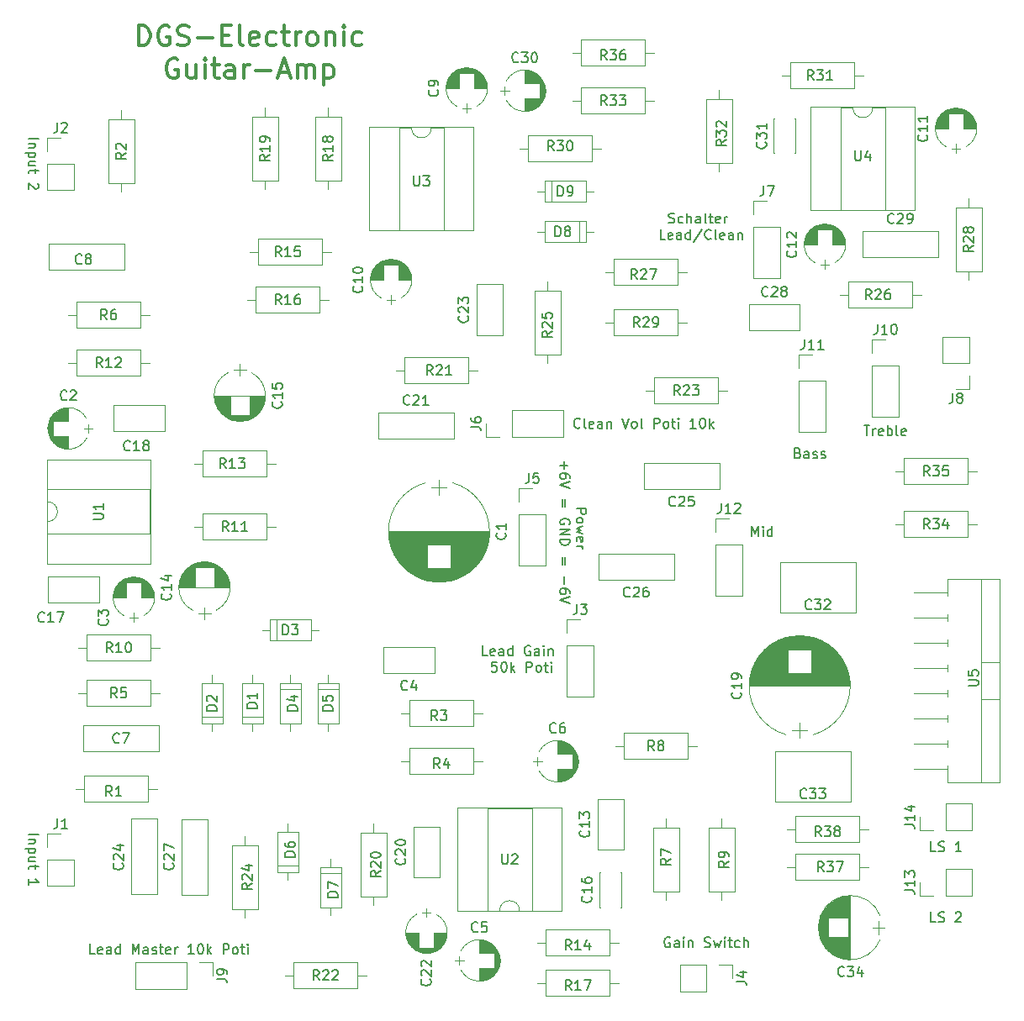
<source format=gto>
G04 #@! TF.GenerationSoftware,KiCad,Pcbnew,5.1.5-5.1.5*
G04 #@! TF.CreationDate,2020-01-01T13:04:27+01:00*
G04 #@! TF.ProjectId,E-Guitar-Amp,452d4775-6974-4617-922d-416d702e6b69,rev?*
G04 #@! TF.SameCoordinates,Original*
G04 #@! TF.FileFunction,Legend,Top*
G04 #@! TF.FilePolarity,Positive*
%FSLAX46Y46*%
G04 Gerber Fmt 4.6, Leading zero omitted, Abs format (unit mm)*
G04 Created by KiCad (PCBNEW 5.1.5-5.1.5) date 2020-01-01 13:04:27*
%MOMM*%
%LPD*%
G04 APERTURE LIST*
%ADD10C,0.300000*%
%ADD11C,0.150000*%
%ADD12C,0.120000*%
G04 APERTURE END LIST*
D10*
X132573523Y-47768761D02*
X132573523Y-45768761D01*
X133049714Y-45768761D01*
X133335428Y-45864000D01*
X133525904Y-46054476D01*
X133621142Y-46244952D01*
X133716380Y-46625904D01*
X133716380Y-46911619D01*
X133621142Y-47292571D01*
X133525904Y-47483047D01*
X133335428Y-47673523D01*
X133049714Y-47768761D01*
X132573523Y-47768761D01*
X135621142Y-45864000D02*
X135430666Y-45768761D01*
X135144952Y-45768761D01*
X134859238Y-45864000D01*
X134668761Y-46054476D01*
X134573523Y-46244952D01*
X134478285Y-46625904D01*
X134478285Y-46911619D01*
X134573523Y-47292571D01*
X134668761Y-47483047D01*
X134859238Y-47673523D01*
X135144952Y-47768761D01*
X135335428Y-47768761D01*
X135621142Y-47673523D01*
X135716380Y-47578285D01*
X135716380Y-46911619D01*
X135335428Y-46911619D01*
X136478285Y-47673523D02*
X136764000Y-47768761D01*
X137240190Y-47768761D01*
X137430666Y-47673523D01*
X137525904Y-47578285D01*
X137621142Y-47387809D01*
X137621142Y-47197333D01*
X137525904Y-47006857D01*
X137430666Y-46911619D01*
X137240190Y-46816380D01*
X136859238Y-46721142D01*
X136668761Y-46625904D01*
X136573523Y-46530666D01*
X136478285Y-46340190D01*
X136478285Y-46149714D01*
X136573523Y-45959238D01*
X136668761Y-45864000D01*
X136859238Y-45768761D01*
X137335428Y-45768761D01*
X137621142Y-45864000D01*
X138478285Y-47006857D02*
X140002095Y-47006857D01*
X140954476Y-46721142D02*
X141621142Y-46721142D01*
X141906857Y-47768761D02*
X140954476Y-47768761D01*
X140954476Y-45768761D01*
X141906857Y-45768761D01*
X143049714Y-47768761D02*
X142859238Y-47673523D01*
X142764000Y-47483047D01*
X142764000Y-45768761D01*
X144573523Y-47673523D02*
X144383047Y-47768761D01*
X144002095Y-47768761D01*
X143811619Y-47673523D01*
X143716380Y-47483047D01*
X143716380Y-46721142D01*
X143811619Y-46530666D01*
X144002095Y-46435428D01*
X144383047Y-46435428D01*
X144573523Y-46530666D01*
X144668761Y-46721142D01*
X144668761Y-46911619D01*
X143716380Y-47102095D01*
X146383047Y-47673523D02*
X146192571Y-47768761D01*
X145811619Y-47768761D01*
X145621142Y-47673523D01*
X145525904Y-47578285D01*
X145430666Y-47387809D01*
X145430666Y-46816380D01*
X145525904Y-46625904D01*
X145621142Y-46530666D01*
X145811619Y-46435428D01*
X146192571Y-46435428D01*
X146383047Y-46530666D01*
X146954476Y-46435428D02*
X147716380Y-46435428D01*
X147240190Y-45768761D02*
X147240190Y-47483047D01*
X147335428Y-47673523D01*
X147525904Y-47768761D01*
X147716380Y-47768761D01*
X148383047Y-47768761D02*
X148383047Y-46435428D01*
X148383047Y-46816380D02*
X148478285Y-46625904D01*
X148573523Y-46530666D01*
X148764000Y-46435428D01*
X148954476Y-46435428D01*
X149906857Y-47768761D02*
X149716380Y-47673523D01*
X149621142Y-47578285D01*
X149525904Y-47387809D01*
X149525904Y-46816380D01*
X149621142Y-46625904D01*
X149716380Y-46530666D01*
X149906857Y-46435428D01*
X150192571Y-46435428D01*
X150383047Y-46530666D01*
X150478285Y-46625904D01*
X150573523Y-46816380D01*
X150573523Y-47387809D01*
X150478285Y-47578285D01*
X150383047Y-47673523D01*
X150192571Y-47768761D01*
X149906857Y-47768761D01*
X151430666Y-46435428D02*
X151430666Y-47768761D01*
X151430666Y-46625904D02*
X151525904Y-46530666D01*
X151716380Y-46435428D01*
X152002095Y-46435428D01*
X152192571Y-46530666D01*
X152287809Y-46721142D01*
X152287809Y-47768761D01*
X153240190Y-47768761D02*
X153240190Y-46435428D01*
X153240190Y-45768761D02*
X153144952Y-45864000D01*
X153240190Y-45959238D01*
X153335428Y-45864000D01*
X153240190Y-45768761D01*
X153240190Y-45959238D01*
X155049714Y-47673523D02*
X154859238Y-47768761D01*
X154478285Y-47768761D01*
X154287809Y-47673523D01*
X154192571Y-47578285D01*
X154097333Y-47387809D01*
X154097333Y-46816380D01*
X154192571Y-46625904D01*
X154287809Y-46530666D01*
X154478285Y-46435428D01*
X154859238Y-46435428D01*
X155049714Y-46530666D01*
X136478285Y-49164000D02*
X136287809Y-49068761D01*
X136002095Y-49068761D01*
X135716380Y-49164000D01*
X135525904Y-49354476D01*
X135430666Y-49544952D01*
X135335428Y-49925904D01*
X135335428Y-50211619D01*
X135430666Y-50592571D01*
X135525904Y-50783047D01*
X135716380Y-50973523D01*
X136002095Y-51068761D01*
X136192571Y-51068761D01*
X136478285Y-50973523D01*
X136573523Y-50878285D01*
X136573523Y-50211619D01*
X136192571Y-50211619D01*
X138287809Y-49735428D02*
X138287809Y-51068761D01*
X137430666Y-49735428D02*
X137430666Y-50783047D01*
X137525904Y-50973523D01*
X137716380Y-51068761D01*
X138002095Y-51068761D01*
X138192571Y-50973523D01*
X138287809Y-50878285D01*
X139240190Y-51068761D02*
X139240190Y-49735428D01*
X139240190Y-49068761D02*
X139144952Y-49164000D01*
X139240190Y-49259238D01*
X139335428Y-49164000D01*
X139240190Y-49068761D01*
X139240190Y-49259238D01*
X139906857Y-49735428D02*
X140668761Y-49735428D01*
X140192571Y-49068761D02*
X140192571Y-50783047D01*
X140287809Y-50973523D01*
X140478285Y-51068761D01*
X140668761Y-51068761D01*
X142192571Y-51068761D02*
X142192571Y-50021142D01*
X142097333Y-49830666D01*
X141906857Y-49735428D01*
X141525904Y-49735428D01*
X141335428Y-49830666D01*
X142192571Y-50973523D02*
X142002095Y-51068761D01*
X141525904Y-51068761D01*
X141335428Y-50973523D01*
X141240190Y-50783047D01*
X141240190Y-50592571D01*
X141335428Y-50402095D01*
X141525904Y-50306857D01*
X142002095Y-50306857D01*
X142192571Y-50211619D01*
X143144952Y-51068761D02*
X143144952Y-49735428D01*
X143144952Y-50116380D02*
X143240190Y-49925904D01*
X143335428Y-49830666D01*
X143525904Y-49735428D01*
X143716380Y-49735428D01*
X144383047Y-50306857D02*
X145906857Y-50306857D01*
X146764000Y-50497333D02*
X147716380Y-50497333D01*
X146573523Y-51068761D02*
X147240190Y-49068761D01*
X147906857Y-51068761D01*
X148573523Y-51068761D02*
X148573523Y-49735428D01*
X148573523Y-49925904D02*
X148668761Y-49830666D01*
X148859238Y-49735428D01*
X149144952Y-49735428D01*
X149335428Y-49830666D01*
X149430666Y-50021142D01*
X149430666Y-51068761D01*
X149430666Y-50021142D02*
X149525904Y-49830666D01*
X149716380Y-49735428D01*
X150002095Y-49735428D01*
X150192571Y-49830666D01*
X150287809Y-50021142D01*
X150287809Y-51068761D01*
X151240190Y-49735428D02*
X151240190Y-51735428D01*
X151240190Y-49830666D02*
X151430666Y-49735428D01*
X151811619Y-49735428D01*
X152002095Y-49830666D01*
X152097333Y-49925904D01*
X152192571Y-50116380D01*
X152192571Y-50687809D01*
X152097333Y-50878285D01*
X152002095Y-50973523D01*
X151811619Y-51068761D01*
X151430666Y-51068761D01*
X151240190Y-50973523D01*
D11*
X176648619Y-94416857D02*
X177648619Y-94416857D01*
X177648619Y-94797809D01*
X177601000Y-94893047D01*
X177553380Y-94940666D01*
X177458142Y-94988285D01*
X177315285Y-94988285D01*
X177220047Y-94940666D01*
X177172428Y-94893047D01*
X177124809Y-94797809D01*
X177124809Y-94416857D01*
X176648619Y-95559714D02*
X176696238Y-95464476D01*
X176743857Y-95416857D01*
X176839095Y-95369238D01*
X177124809Y-95369238D01*
X177220047Y-95416857D01*
X177267666Y-95464476D01*
X177315285Y-95559714D01*
X177315285Y-95702571D01*
X177267666Y-95797809D01*
X177220047Y-95845428D01*
X177124809Y-95893047D01*
X176839095Y-95893047D01*
X176743857Y-95845428D01*
X176696238Y-95797809D01*
X176648619Y-95702571D01*
X176648619Y-95559714D01*
X177315285Y-96226380D02*
X176648619Y-96416857D01*
X177124809Y-96607333D01*
X176648619Y-96797809D01*
X177315285Y-96988285D01*
X176696238Y-97750190D02*
X176648619Y-97654952D01*
X176648619Y-97464476D01*
X176696238Y-97369238D01*
X176791476Y-97321619D01*
X177172428Y-97321619D01*
X177267666Y-97369238D01*
X177315285Y-97464476D01*
X177315285Y-97654952D01*
X177267666Y-97750190D01*
X177172428Y-97797809D01*
X177077190Y-97797809D01*
X176981952Y-97321619D01*
X176648619Y-98226380D02*
X177315285Y-98226380D01*
X177124809Y-98226380D02*
X177220047Y-98274000D01*
X177267666Y-98321619D01*
X177315285Y-98416857D01*
X177315285Y-98512095D01*
X175379571Y-89678761D02*
X175379571Y-90440666D01*
X174998619Y-90059714D02*
X175760523Y-90059714D01*
X175998619Y-91345428D02*
X175998619Y-91154952D01*
X175951000Y-91059714D01*
X175903380Y-91012095D01*
X175760523Y-90916857D01*
X175570047Y-90869238D01*
X175189095Y-90869238D01*
X175093857Y-90916857D01*
X175046238Y-90964476D01*
X174998619Y-91059714D01*
X174998619Y-91250190D01*
X175046238Y-91345428D01*
X175093857Y-91393047D01*
X175189095Y-91440666D01*
X175427190Y-91440666D01*
X175522428Y-91393047D01*
X175570047Y-91345428D01*
X175617666Y-91250190D01*
X175617666Y-91059714D01*
X175570047Y-90964476D01*
X175522428Y-90916857D01*
X175427190Y-90869238D01*
X175998619Y-91726380D02*
X174998619Y-92059714D01*
X175998619Y-92393047D01*
X175522428Y-93488285D02*
X175522428Y-94250190D01*
X175236714Y-94250190D02*
X175236714Y-93488285D01*
X175951000Y-96012095D02*
X175998619Y-95916857D01*
X175998619Y-95774000D01*
X175951000Y-95631142D01*
X175855761Y-95535904D01*
X175760523Y-95488285D01*
X175570047Y-95440666D01*
X175427190Y-95440666D01*
X175236714Y-95488285D01*
X175141476Y-95535904D01*
X175046238Y-95631142D01*
X174998619Y-95774000D01*
X174998619Y-95869238D01*
X175046238Y-96012095D01*
X175093857Y-96059714D01*
X175427190Y-96059714D01*
X175427190Y-95869238D01*
X174998619Y-96488285D02*
X175998619Y-96488285D01*
X174998619Y-97059714D01*
X175998619Y-97059714D01*
X174998619Y-97535904D02*
X175998619Y-97535904D01*
X175998619Y-97774000D01*
X175951000Y-97916857D01*
X175855761Y-98012095D01*
X175760523Y-98059714D01*
X175570047Y-98107333D01*
X175427190Y-98107333D01*
X175236714Y-98059714D01*
X175141476Y-98012095D01*
X175046238Y-97916857D01*
X174998619Y-97774000D01*
X174998619Y-97535904D01*
X175522428Y-99297809D02*
X175522428Y-100059714D01*
X175236714Y-100059714D02*
X175236714Y-99297809D01*
X175379571Y-101297809D02*
X175379571Y-102059714D01*
X175998619Y-102964476D02*
X175998619Y-102774000D01*
X175951000Y-102678761D01*
X175903380Y-102631142D01*
X175760523Y-102535904D01*
X175570047Y-102488285D01*
X175189095Y-102488285D01*
X175093857Y-102535904D01*
X175046238Y-102583523D01*
X174998619Y-102678761D01*
X174998619Y-102869238D01*
X175046238Y-102964476D01*
X175093857Y-103012095D01*
X175189095Y-103059714D01*
X175427190Y-103059714D01*
X175522428Y-103012095D01*
X175570047Y-102964476D01*
X175617666Y-102869238D01*
X175617666Y-102678761D01*
X175570047Y-102583523D01*
X175522428Y-102535904D01*
X175427190Y-102488285D01*
X175998619Y-103345428D02*
X174998619Y-103678761D01*
X175998619Y-104012095D01*
X212844190Y-136088380D02*
X212368000Y-136088380D01*
X212368000Y-135088380D01*
X213129904Y-136040761D02*
X213272761Y-136088380D01*
X213510857Y-136088380D01*
X213606095Y-136040761D01*
X213653714Y-135993142D01*
X213701333Y-135897904D01*
X213701333Y-135802666D01*
X213653714Y-135707428D01*
X213606095Y-135659809D01*
X213510857Y-135612190D01*
X213320380Y-135564571D01*
X213225142Y-135516952D01*
X213177523Y-135469333D01*
X213129904Y-135374095D01*
X213129904Y-135278857D01*
X213177523Y-135183619D01*
X213225142Y-135136000D01*
X213320380Y-135088380D01*
X213558476Y-135088380D01*
X213701333Y-135136000D01*
X214844190Y-135183619D02*
X214891809Y-135136000D01*
X214987047Y-135088380D01*
X215225142Y-135088380D01*
X215320380Y-135136000D01*
X215368000Y-135183619D01*
X215415619Y-135278857D01*
X215415619Y-135374095D01*
X215368000Y-135516952D01*
X214796571Y-136088380D01*
X215415619Y-136088380D01*
X212844190Y-128976380D02*
X212368000Y-128976380D01*
X212368000Y-127976380D01*
X213129904Y-128928761D02*
X213272761Y-128976380D01*
X213510857Y-128976380D01*
X213606095Y-128928761D01*
X213653714Y-128881142D01*
X213701333Y-128785904D01*
X213701333Y-128690666D01*
X213653714Y-128595428D01*
X213606095Y-128547809D01*
X213510857Y-128500190D01*
X213320380Y-128452571D01*
X213225142Y-128404952D01*
X213177523Y-128357333D01*
X213129904Y-128262095D01*
X213129904Y-128166857D01*
X213177523Y-128071619D01*
X213225142Y-128024000D01*
X213320380Y-127976380D01*
X213558476Y-127976380D01*
X213701333Y-128024000D01*
X215415619Y-128976380D02*
X214844190Y-128976380D01*
X215129904Y-128976380D02*
X215129904Y-127976380D01*
X215034666Y-128119238D01*
X214939428Y-128214476D01*
X214844190Y-128262095D01*
X194302190Y-97226380D02*
X194302190Y-96226380D01*
X194635523Y-96940666D01*
X194968857Y-96226380D01*
X194968857Y-97226380D01*
X195445047Y-97226380D02*
X195445047Y-96559714D01*
X195445047Y-96226380D02*
X195397428Y-96274000D01*
X195445047Y-96321619D01*
X195492666Y-96274000D01*
X195445047Y-96226380D01*
X195445047Y-96321619D01*
X196349809Y-97226380D02*
X196349809Y-96226380D01*
X196349809Y-97178761D02*
X196254571Y-97226380D01*
X196064095Y-97226380D01*
X195968857Y-97178761D01*
X195921238Y-97131142D01*
X195873619Y-97035904D01*
X195873619Y-96750190D01*
X195921238Y-96654952D01*
X195968857Y-96607333D01*
X196064095Y-96559714D01*
X196254571Y-96559714D01*
X196349809Y-96607333D01*
X198961523Y-88828571D02*
X199104380Y-88876190D01*
X199152000Y-88923809D01*
X199199619Y-89019047D01*
X199199619Y-89161904D01*
X199152000Y-89257142D01*
X199104380Y-89304761D01*
X199009142Y-89352380D01*
X198628190Y-89352380D01*
X198628190Y-88352380D01*
X198961523Y-88352380D01*
X199056761Y-88400000D01*
X199104380Y-88447619D01*
X199152000Y-88542857D01*
X199152000Y-88638095D01*
X199104380Y-88733333D01*
X199056761Y-88780952D01*
X198961523Y-88828571D01*
X198628190Y-88828571D01*
X200056761Y-89352380D02*
X200056761Y-88828571D01*
X200009142Y-88733333D01*
X199913904Y-88685714D01*
X199723428Y-88685714D01*
X199628190Y-88733333D01*
X200056761Y-89304761D02*
X199961523Y-89352380D01*
X199723428Y-89352380D01*
X199628190Y-89304761D01*
X199580571Y-89209523D01*
X199580571Y-89114285D01*
X199628190Y-89019047D01*
X199723428Y-88971428D01*
X199961523Y-88971428D01*
X200056761Y-88923809D01*
X200485333Y-89304761D02*
X200580571Y-89352380D01*
X200771047Y-89352380D01*
X200866285Y-89304761D01*
X200913904Y-89209523D01*
X200913904Y-89161904D01*
X200866285Y-89066666D01*
X200771047Y-89019047D01*
X200628190Y-89019047D01*
X200532952Y-88971428D01*
X200485333Y-88876190D01*
X200485333Y-88828571D01*
X200532952Y-88733333D01*
X200628190Y-88685714D01*
X200771047Y-88685714D01*
X200866285Y-88733333D01*
X201294857Y-89304761D02*
X201390095Y-89352380D01*
X201580571Y-89352380D01*
X201675809Y-89304761D01*
X201723428Y-89209523D01*
X201723428Y-89161904D01*
X201675809Y-89066666D01*
X201580571Y-89019047D01*
X201437714Y-89019047D01*
X201342476Y-88971428D01*
X201294857Y-88876190D01*
X201294857Y-88828571D01*
X201342476Y-88733333D01*
X201437714Y-88685714D01*
X201580571Y-88685714D01*
X201675809Y-88733333D01*
X205605333Y-86066380D02*
X206176761Y-86066380D01*
X205891047Y-87066380D02*
X205891047Y-86066380D01*
X206510095Y-87066380D02*
X206510095Y-86399714D01*
X206510095Y-86590190D02*
X206557714Y-86494952D01*
X206605333Y-86447333D01*
X206700571Y-86399714D01*
X206795809Y-86399714D01*
X207510095Y-87018761D02*
X207414857Y-87066380D01*
X207224380Y-87066380D01*
X207129142Y-87018761D01*
X207081523Y-86923523D01*
X207081523Y-86542571D01*
X207129142Y-86447333D01*
X207224380Y-86399714D01*
X207414857Y-86399714D01*
X207510095Y-86447333D01*
X207557714Y-86542571D01*
X207557714Y-86637809D01*
X207081523Y-86733047D01*
X207986285Y-87066380D02*
X207986285Y-86066380D01*
X207986285Y-86447333D02*
X208081523Y-86399714D01*
X208272000Y-86399714D01*
X208367238Y-86447333D01*
X208414857Y-86494952D01*
X208462476Y-86590190D01*
X208462476Y-86875904D01*
X208414857Y-86971142D01*
X208367238Y-87018761D01*
X208272000Y-87066380D01*
X208081523Y-87066380D01*
X207986285Y-87018761D01*
X209033904Y-87066380D02*
X208938666Y-87018761D01*
X208891047Y-86923523D01*
X208891047Y-86066380D01*
X209795809Y-87018761D02*
X209700571Y-87066380D01*
X209510095Y-87066380D01*
X209414857Y-87018761D01*
X209367238Y-86923523D01*
X209367238Y-86542571D01*
X209414857Y-86447333D01*
X209510095Y-86399714D01*
X209700571Y-86399714D01*
X209795809Y-86447333D01*
X209843428Y-86542571D01*
X209843428Y-86637809D01*
X209367238Y-86733047D01*
X185944285Y-65619761D02*
X186087142Y-65667380D01*
X186325238Y-65667380D01*
X186420476Y-65619761D01*
X186468095Y-65572142D01*
X186515714Y-65476904D01*
X186515714Y-65381666D01*
X186468095Y-65286428D01*
X186420476Y-65238809D01*
X186325238Y-65191190D01*
X186134761Y-65143571D01*
X186039523Y-65095952D01*
X185991904Y-65048333D01*
X185944285Y-64953095D01*
X185944285Y-64857857D01*
X185991904Y-64762619D01*
X186039523Y-64715000D01*
X186134761Y-64667380D01*
X186372857Y-64667380D01*
X186515714Y-64715000D01*
X187372857Y-65619761D02*
X187277619Y-65667380D01*
X187087142Y-65667380D01*
X186991904Y-65619761D01*
X186944285Y-65572142D01*
X186896666Y-65476904D01*
X186896666Y-65191190D01*
X186944285Y-65095952D01*
X186991904Y-65048333D01*
X187087142Y-65000714D01*
X187277619Y-65000714D01*
X187372857Y-65048333D01*
X187801428Y-65667380D02*
X187801428Y-64667380D01*
X188230000Y-65667380D02*
X188230000Y-65143571D01*
X188182380Y-65048333D01*
X188087142Y-65000714D01*
X187944285Y-65000714D01*
X187849047Y-65048333D01*
X187801428Y-65095952D01*
X189134761Y-65667380D02*
X189134761Y-65143571D01*
X189087142Y-65048333D01*
X188991904Y-65000714D01*
X188801428Y-65000714D01*
X188706190Y-65048333D01*
X189134761Y-65619761D02*
X189039523Y-65667380D01*
X188801428Y-65667380D01*
X188706190Y-65619761D01*
X188658571Y-65524523D01*
X188658571Y-65429285D01*
X188706190Y-65334047D01*
X188801428Y-65286428D01*
X189039523Y-65286428D01*
X189134761Y-65238809D01*
X189753809Y-65667380D02*
X189658571Y-65619761D01*
X189610952Y-65524523D01*
X189610952Y-64667380D01*
X189991904Y-65000714D02*
X190372857Y-65000714D01*
X190134761Y-64667380D02*
X190134761Y-65524523D01*
X190182380Y-65619761D01*
X190277619Y-65667380D01*
X190372857Y-65667380D01*
X191087142Y-65619761D02*
X190991904Y-65667380D01*
X190801428Y-65667380D01*
X190706190Y-65619761D01*
X190658571Y-65524523D01*
X190658571Y-65143571D01*
X190706190Y-65048333D01*
X190801428Y-65000714D01*
X190991904Y-65000714D01*
X191087142Y-65048333D01*
X191134761Y-65143571D01*
X191134761Y-65238809D01*
X190658571Y-65334047D01*
X191563333Y-65667380D02*
X191563333Y-65000714D01*
X191563333Y-65191190D02*
X191610952Y-65095952D01*
X191658571Y-65048333D01*
X191753809Y-65000714D01*
X191849047Y-65000714D01*
X185587142Y-67317380D02*
X185110952Y-67317380D01*
X185110952Y-66317380D01*
X186301428Y-67269761D02*
X186206190Y-67317380D01*
X186015714Y-67317380D01*
X185920476Y-67269761D01*
X185872857Y-67174523D01*
X185872857Y-66793571D01*
X185920476Y-66698333D01*
X186015714Y-66650714D01*
X186206190Y-66650714D01*
X186301428Y-66698333D01*
X186349047Y-66793571D01*
X186349047Y-66888809D01*
X185872857Y-66984047D01*
X187206190Y-67317380D02*
X187206190Y-66793571D01*
X187158571Y-66698333D01*
X187063333Y-66650714D01*
X186872857Y-66650714D01*
X186777619Y-66698333D01*
X187206190Y-67269761D02*
X187110952Y-67317380D01*
X186872857Y-67317380D01*
X186777619Y-67269761D01*
X186730000Y-67174523D01*
X186730000Y-67079285D01*
X186777619Y-66984047D01*
X186872857Y-66936428D01*
X187110952Y-66936428D01*
X187206190Y-66888809D01*
X188110952Y-67317380D02*
X188110952Y-66317380D01*
X188110952Y-67269761D02*
X188015714Y-67317380D01*
X187825238Y-67317380D01*
X187730000Y-67269761D01*
X187682380Y-67222142D01*
X187634761Y-67126904D01*
X187634761Y-66841190D01*
X187682380Y-66745952D01*
X187730000Y-66698333D01*
X187825238Y-66650714D01*
X188015714Y-66650714D01*
X188110952Y-66698333D01*
X189301428Y-66269761D02*
X188444285Y-67555476D01*
X190206190Y-67222142D02*
X190158571Y-67269761D01*
X190015714Y-67317380D01*
X189920476Y-67317380D01*
X189777619Y-67269761D01*
X189682380Y-67174523D01*
X189634761Y-67079285D01*
X189587142Y-66888809D01*
X189587142Y-66745952D01*
X189634761Y-66555476D01*
X189682380Y-66460238D01*
X189777619Y-66365000D01*
X189920476Y-66317380D01*
X190015714Y-66317380D01*
X190158571Y-66365000D01*
X190206190Y-66412619D01*
X190777619Y-67317380D02*
X190682380Y-67269761D01*
X190634761Y-67174523D01*
X190634761Y-66317380D01*
X191539523Y-67269761D02*
X191444285Y-67317380D01*
X191253809Y-67317380D01*
X191158571Y-67269761D01*
X191110952Y-67174523D01*
X191110952Y-66793571D01*
X191158571Y-66698333D01*
X191253809Y-66650714D01*
X191444285Y-66650714D01*
X191539523Y-66698333D01*
X191587142Y-66793571D01*
X191587142Y-66888809D01*
X191110952Y-66984047D01*
X192444285Y-67317380D02*
X192444285Y-66793571D01*
X192396666Y-66698333D01*
X192301428Y-66650714D01*
X192110952Y-66650714D01*
X192015714Y-66698333D01*
X192444285Y-67269761D02*
X192349047Y-67317380D01*
X192110952Y-67317380D01*
X192015714Y-67269761D01*
X191968095Y-67174523D01*
X191968095Y-67079285D01*
X192015714Y-66984047D01*
X192110952Y-66936428D01*
X192349047Y-66936428D01*
X192444285Y-66888809D01*
X192920476Y-66650714D02*
X192920476Y-67317380D01*
X192920476Y-66745952D02*
X192968095Y-66698333D01*
X193063333Y-66650714D01*
X193206190Y-66650714D01*
X193301428Y-66698333D01*
X193349047Y-66793571D01*
X193349047Y-67317380D01*
X128177619Y-139312380D02*
X127701428Y-139312380D01*
X127701428Y-138312380D01*
X128891904Y-139264761D02*
X128796666Y-139312380D01*
X128606190Y-139312380D01*
X128510952Y-139264761D01*
X128463333Y-139169523D01*
X128463333Y-138788571D01*
X128510952Y-138693333D01*
X128606190Y-138645714D01*
X128796666Y-138645714D01*
X128891904Y-138693333D01*
X128939523Y-138788571D01*
X128939523Y-138883809D01*
X128463333Y-138979047D01*
X129796666Y-139312380D02*
X129796666Y-138788571D01*
X129749047Y-138693333D01*
X129653809Y-138645714D01*
X129463333Y-138645714D01*
X129368095Y-138693333D01*
X129796666Y-139264761D02*
X129701428Y-139312380D01*
X129463333Y-139312380D01*
X129368095Y-139264761D01*
X129320476Y-139169523D01*
X129320476Y-139074285D01*
X129368095Y-138979047D01*
X129463333Y-138931428D01*
X129701428Y-138931428D01*
X129796666Y-138883809D01*
X130701428Y-139312380D02*
X130701428Y-138312380D01*
X130701428Y-139264761D02*
X130606190Y-139312380D01*
X130415714Y-139312380D01*
X130320476Y-139264761D01*
X130272857Y-139217142D01*
X130225238Y-139121904D01*
X130225238Y-138836190D01*
X130272857Y-138740952D01*
X130320476Y-138693333D01*
X130415714Y-138645714D01*
X130606190Y-138645714D01*
X130701428Y-138693333D01*
X131939523Y-139312380D02*
X131939523Y-138312380D01*
X132272857Y-139026666D01*
X132606190Y-138312380D01*
X132606190Y-139312380D01*
X133510952Y-139312380D02*
X133510952Y-138788571D01*
X133463333Y-138693333D01*
X133368095Y-138645714D01*
X133177619Y-138645714D01*
X133082380Y-138693333D01*
X133510952Y-139264761D02*
X133415714Y-139312380D01*
X133177619Y-139312380D01*
X133082380Y-139264761D01*
X133034761Y-139169523D01*
X133034761Y-139074285D01*
X133082380Y-138979047D01*
X133177619Y-138931428D01*
X133415714Y-138931428D01*
X133510952Y-138883809D01*
X133939523Y-139264761D02*
X134034761Y-139312380D01*
X134225238Y-139312380D01*
X134320476Y-139264761D01*
X134368095Y-139169523D01*
X134368095Y-139121904D01*
X134320476Y-139026666D01*
X134225238Y-138979047D01*
X134082380Y-138979047D01*
X133987142Y-138931428D01*
X133939523Y-138836190D01*
X133939523Y-138788571D01*
X133987142Y-138693333D01*
X134082380Y-138645714D01*
X134225238Y-138645714D01*
X134320476Y-138693333D01*
X134653809Y-138645714D02*
X135034761Y-138645714D01*
X134796666Y-138312380D02*
X134796666Y-139169523D01*
X134844285Y-139264761D01*
X134939523Y-139312380D01*
X135034761Y-139312380D01*
X135749047Y-139264761D02*
X135653809Y-139312380D01*
X135463333Y-139312380D01*
X135368095Y-139264761D01*
X135320476Y-139169523D01*
X135320476Y-138788571D01*
X135368095Y-138693333D01*
X135463333Y-138645714D01*
X135653809Y-138645714D01*
X135749047Y-138693333D01*
X135796666Y-138788571D01*
X135796666Y-138883809D01*
X135320476Y-138979047D01*
X136225238Y-139312380D02*
X136225238Y-138645714D01*
X136225238Y-138836190D02*
X136272857Y-138740952D01*
X136320476Y-138693333D01*
X136415714Y-138645714D01*
X136510952Y-138645714D01*
X138130000Y-139312380D02*
X137558571Y-139312380D01*
X137844285Y-139312380D02*
X137844285Y-138312380D01*
X137749047Y-138455238D01*
X137653809Y-138550476D01*
X137558571Y-138598095D01*
X138749047Y-138312380D02*
X138844285Y-138312380D01*
X138939523Y-138360000D01*
X138987142Y-138407619D01*
X139034761Y-138502857D01*
X139082380Y-138693333D01*
X139082380Y-138931428D01*
X139034761Y-139121904D01*
X138987142Y-139217142D01*
X138939523Y-139264761D01*
X138844285Y-139312380D01*
X138749047Y-139312380D01*
X138653809Y-139264761D01*
X138606190Y-139217142D01*
X138558571Y-139121904D01*
X138510952Y-138931428D01*
X138510952Y-138693333D01*
X138558571Y-138502857D01*
X138606190Y-138407619D01*
X138653809Y-138360000D01*
X138749047Y-138312380D01*
X139510952Y-139312380D02*
X139510952Y-138312380D01*
X139606190Y-138931428D02*
X139891904Y-139312380D01*
X139891904Y-138645714D02*
X139510952Y-139026666D01*
X141082380Y-139312380D02*
X141082380Y-138312380D01*
X141463333Y-138312380D01*
X141558571Y-138360000D01*
X141606190Y-138407619D01*
X141653809Y-138502857D01*
X141653809Y-138645714D01*
X141606190Y-138740952D01*
X141558571Y-138788571D01*
X141463333Y-138836190D01*
X141082380Y-138836190D01*
X142225238Y-139312380D02*
X142130000Y-139264761D01*
X142082380Y-139217142D01*
X142034761Y-139121904D01*
X142034761Y-138836190D01*
X142082380Y-138740952D01*
X142130000Y-138693333D01*
X142225238Y-138645714D01*
X142368095Y-138645714D01*
X142463333Y-138693333D01*
X142510952Y-138740952D01*
X142558571Y-138836190D01*
X142558571Y-139121904D01*
X142510952Y-139217142D01*
X142463333Y-139264761D01*
X142368095Y-139312380D01*
X142225238Y-139312380D01*
X142844285Y-138645714D02*
X143225238Y-138645714D01*
X142987142Y-138312380D02*
X142987142Y-139169523D01*
X143034761Y-139264761D01*
X143130000Y-139312380D01*
X143225238Y-139312380D01*
X143558571Y-139312380D02*
X143558571Y-138645714D01*
X143558571Y-138312380D02*
X143510952Y-138360000D01*
X143558571Y-138407619D01*
X143606190Y-138360000D01*
X143558571Y-138312380D01*
X143558571Y-138407619D01*
X186071333Y-137676000D02*
X185976095Y-137628380D01*
X185833238Y-137628380D01*
X185690380Y-137676000D01*
X185595142Y-137771238D01*
X185547523Y-137866476D01*
X185499904Y-138056952D01*
X185499904Y-138199809D01*
X185547523Y-138390285D01*
X185595142Y-138485523D01*
X185690380Y-138580761D01*
X185833238Y-138628380D01*
X185928476Y-138628380D01*
X186071333Y-138580761D01*
X186118952Y-138533142D01*
X186118952Y-138199809D01*
X185928476Y-138199809D01*
X186976095Y-138628380D02*
X186976095Y-138104571D01*
X186928476Y-138009333D01*
X186833238Y-137961714D01*
X186642761Y-137961714D01*
X186547523Y-138009333D01*
X186976095Y-138580761D02*
X186880857Y-138628380D01*
X186642761Y-138628380D01*
X186547523Y-138580761D01*
X186499904Y-138485523D01*
X186499904Y-138390285D01*
X186547523Y-138295047D01*
X186642761Y-138247428D01*
X186880857Y-138247428D01*
X186976095Y-138199809D01*
X187452285Y-138628380D02*
X187452285Y-137961714D01*
X187452285Y-137628380D02*
X187404666Y-137676000D01*
X187452285Y-137723619D01*
X187499904Y-137676000D01*
X187452285Y-137628380D01*
X187452285Y-137723619D01*
X187928476Y-137961714D02*
X187928476Y-138628380D01*
X187928476Y-138056952D02*
X187976095Y-138009333D01*
X188071333Y-137961714D01*
X188214190Y-137961714D01*
X188309428Y-138009333D01*
X188357047Y-138104571D01*
X188357047Y-138628380D01*
X189547523Y-138580761D02*
X189690380Y-138628380D01*
X189928476Y-138628380D01*
X190023714Y-138580761D01*
X190071333Y-138533142D01*
X190118952Y-138437904D01*
X190118952Y-138342666D01*
X190071333Y-138247428D01*
X190023714Y-138199809D01*
X189928476Y-138152190D01*
X189738000Y-138104571D01*
X189642761Y-138056952D01*
X189595142Y-138009333D01*
X189547523Y-137914095D01*
X189547523Y-137818857D01*
X189595142Y-137723619D01*
X189642761Y-137676000D01*
X189738000Y-137628380D01*
X189976095Y-137628380D01*
X190118952Y-137676000D01*
X190452285Y-137961714D02*
X190642761Y-138628380D01*
X190833238Y-138152190D01*
X191023714Y-138628380D01*
X191214190Y-137961714D01*
X191595142Y-138628380D02*
X191595142Y-137961714D01*
X191595142Y-137628380D02*
X191547523Y-137676000D01*
X191595142Y-137723619D01*
X191642761Y-137676000D01*
X191595142Y-137628380D01*
X191595142Y-137723619D01*
X191928476Y-137961714D02*
X192309428Y-137961714D01*
X192071333Y-137628380D02*
X192071333Y-138485523D01*
X192118952Y-138580761D01*
X192214190Y-138628380D01*
X192309428Y-138628380D01*
X193071333Y-138580761D02*
X192976095Y-138628380D01*
X192785619Y-138628380D01*
X192690380Y-138580761D01*
X192642761Y-138533142D01*
X192595142Y-138437904D01*
X192595142Y-138152190D01*
X192642761Y-138056952D01*
X192690380Y-138009333D01*
X192785619Y-137961714D01*
X192976095Y-137961714D01*
X193071333Y-138009333D01*
X193499904Y-138628380D02*
X193499904Y-137628380D01*
X193928476Y-138628380D02*
X193928476Y-138104571D01*
X193880857Y-138009333D01*
X193785619Y-137961714D01*
X193642761Y-137961714D01*
X193547523Y-138009333D01*
X193499904Y-138056952D01*
X167701428Y-109237380D02*
X167225238Y-109237380D01*
X167225238Y-108237380D01*
X168415714Y-109189761D02*
X168320476Y-109237380D01*
X168130000Y-109237380D01*
X168034761Y-109189761D01*
X167987142Y-109094523D01*
X167987142Y-108713571D01*
X168034761Y-108618333D01*
X168130000Y-108570714D01*
X168320476Y-108570714D01*
X168415714Y-108618333D01*
X168463333Y-108713571D01*
X168463333Y-108808809D01*
X167987142Y-108904047D01*
X169320476Y-109237380D02*
X169320476Y-108713571D01*
X169272857Y-108618333D01*
X169177619Y-108570714D01*
X168987142Y-108570714D01*
X168891904Y-108618333D01*
X169320476Y-109189761D02*
X169225238Y-109237380D01*
X168987142Y-109237380D01*
X168891904Y-109189761D01*
X168844285Y-109094523D01*
X168844285Y-108999285D01*
X168891904Y-108904047D01*
X168987142Y-108856428D01*
X169225238Y-108856428D01*
X169320476Y-108808809D01*
X170225238Y-109237380D02*
X170225238Y-108237380D01*
X170225238Y-109189761D02*
X170130000Y-109237380D01*
X169939523Y-109237380D01*
X169844285Y-109189761D01*
X169796666Y-109142142D01*
X169749047Y-109046904D01*
X169749047Y-108761190D01*
X169796666Y-108665952D01*
X169844285Y-108618333D01*
X169939523Y-108570714D01*
X170130000Y-108570714D01*
X170225238Y-108618333D01*
X171987142Y-108285000D02*
X171891904Y-108237380D01*
X171749047Y-108237380D01*
X171606190Y-108285000D01*
X171510952Y-108380238D01*
X171463333Y-108475476D01*
X171415714Y-108665952D01*
X171415714Y-108808809D01*
X171463333Y-108999285D01*
X171510952Y-109094523D01*
X171606190Y-109189761D01*
X171749047Y-109237380D01*
X171844285Y-109237380D01*
X171987142Y-109189761D01*
X172034761Y-109142142D01*
X172034761Y-108808809D01*
X171844285Y-108808809D01*
X172891904Y-109237380D02*
X172891904Y-108713571D01*
X172844285Y-108618333D01*
X172749047Y-108570714D01*
X172558571Y-108570714D01*
X172463333Y-108618333D01*
X172891904Y-109189761D02*
X172796666Y-109237380D01*
X172558571Y-109237380D01*
X172463333Y-109189761D01*
X172415714Y-109094523D01*
X172415714Y-108999285D01*
X172463333Y-108904047D01*
X172558571Y-108856428D01*
X172796666Y-108856428D01*
X172891904Y-108808809D01*
X173368095Y-109237380D02*
X173368095Y-108570714D01*
X173368095Y-108237380D02*
X173320476Y-108285000D01*
X173368095Y-108332619D01*
X173415714Y-108285000D01*
X173368095Y-108237380D01*
X173368095Y-108332619D01*
X173844285Y-108570714D02*
X173844285Y-109237380D01*
X173844285Y-108665952D02*
X173891904Y-108618333D01*
X173987142Y-108570714D01*
X174130000Y-108570714D01*
X174225238Y-108618333D01*
X174272857Y-108713571D01*
X174272857Y-109237380D01*
X168630000Y-109887380D02*
X168153809Y-109887380D01*
X168106190Y-110363571D01*
X168153809Y-110315952D01*
X168249047Y-110268333D01*
X168487142Y-110268333D01*
X168582380Y-110315952D01*
X168630000Y-110363571D01*
X168677619Y-110458809D01*
X168677619Y-110696904D01*
X168630000Y-110792142D01*
X168582380Y-110839761D01*
X168487142Y-110887380D01*
X168249047Y-110887380D01*
X168153809Y-110839761D01*
X168106190Y-110792142D01*
X169296666Y-109887380D02*
X169391904Y-109887380D01*
X169487142Y-109935000D01*
X169534761Y-109982619D01*
X169582380Y-110077857D01*
X169630000Y-110268333D01*
X169630000Y-110506428D01*
X169582380Y-110696904D01*
X169534761Y-110792142D01*
X169487142Y-110839761D01*
X169391904Y-110887380D01*
X169296666Y-110887380D01*
X169201428Y-110839761D01*
X169153809Y-110792142D01*
X169106190Y-110696904D01*
X169058571Y-110506428D01*
X169058571Y-110268333D01*
X169106190Y-110077857D01*
X169153809Y-109982619D01*
X169201428Y-109935000D01*
X169296666Y-109887380D01*
X170058571Y-110887380D02*
X170058571Y-109887380D01*
X170153809Y-110506428D02*
X170439523Y-110887380D01*
X170439523Y-110220714D02*
X170058571Y-110601666D01*
X171630000Y-110887380D02*
X171630000Y-109887380D01*
X172010952Y-109887380D01*
X172106190Y-109935000D01*
X172153809Y-109982619D01*
X172201428Y-110077857D01*
X172201428Y-110220714D01*
X172153809Y-110315952D01*
X172106190Y-110363571D01*
X172010952Y-110411190D01*
X171630000Y-110411190D01*
X172772857Y-110887380D02*
X172677619Y-110839761D01*
X172630000Y-110792142D01*
X172582380Y-110696904D01*
X172582380Y-110411190D01*
X172630000Y-110315952D01*
X172677619Y-110268333D01*
X172772857Y-110220714D01*
X172915714Y-110220714D01*
X173010952Y-110268333D01*
X173058571Y-110315952D01*
X173106190Y-110411190D01*
X173106190Y-110696904D01*
X173058571Y-110792142D01*
X173010952Y-110839761D01*
X172915714Y-110887380D01*
X172772857Y-110887380D01*
X173391904Y-110220714D02*
X173772857Y-110220714D01*
X173534761Y-109887380D02*
X173534761Y-110744523D01*
X173582380Y-110839761D01*
X173677619Y-110887380D01*
X173772857Y-110887380D01*
X174106190Y-110887380D02*
X174106190Y-110220714D01*
X174106190Y-109887380D02*
X174058571Y-109935000D01*
X174106190Y-109982619D01*
X174153809Y-109935000D01*
X174106190Y-109887380D01*
X174106190Y-109982619D01*
X177025238Y-86237142D02*
X176977619Y-86284761D01*
X176834761Y-86332380D01*
X176739523Y-86332380D01*
X176596666Y-86284761D01*
X176501428Y-86189523D01*
X176453809Y-86094285D01*
X176406190Y-85903809D01*
X176406190Y-85760952D01*
X176453809Y-85570476D01*
X176501428Y-85475238D01*
X176596666Y-85380000D01*
X176739523Y-85332380D01*
X176834761Y-85332380D01*
X176977619Y-85380000D01*
X177025238Y-85427619D01*
X177596666Y-86332380D02*
X177501428Y-86284761D01*
X177453809Y-86189523D01*
X177453809Y-85332380D01*
X178358571Y-86284761D02*
X178263333Y-86332380D01*
X178072857Y-86332380D01*
X177977619Y-86284761D01*
X177930000Y-86189523D01*
X177930000Y-85808571D01*
X177977619Y-85713333D01*
X178072857Y-85665714D01*
X178263333Y-85665714D01*
X178358571Y-85713333D01*
X178406190Y-85808571D01*
X178406190Y-85903809D01*
X177930000Y-85999047D01*
X179263333Y-86332380D02*
X179263333Y-85808571D01*
X179215714Y-85713333D01*
X179120476Y-85665714D01*
X178930000Y-85665714D01*
X178834761Y-85713333D01*
X179263333Y-86284761D02*
X179168095Y-86332380D01*
X178930000Y-86332380D01*
X178834761Y-86284761D01*
X178787142Y-86189523D01*
X178787142Y-86094285D01*
X178834761Y-85999047D01*
X178930000Y-85951428D01*
X179168095Y-85951428D01*
X179263333Y-85903809D01*
X179739523Y-85665714D02*
X179739523Y-86332380D01*
X179739523Y-85760952D02*
X179787142Y-85713333D01*
X179882380Y-85665714D01*
X180025238Y-85665714D01*
X180120476Y-85713333D01*
X180168095Y-85808571D01*
X180168095Y-86332380D01*
X181263333Y-85332380D02*
X181596666Y-86332380D01*
X181930000Y-85332380D01*
X182406190Y-86332380D02*
X182310952Y-86284761D01*
X182263333Y-86237142D01*
X182215714Y-86141904D01*
X182215714Y-85856190D01*
X182263333Y-85760952D01*
X182310952Y-85713333D01*
X182406190Y-85665714D01*
X182549047Y-85665714D01*
X182644285Y-85713333D01*
X182691904Y-85760952D01*
X182739523Y-85856190D01*
X182739523Y-86141904D01*
X182691904Y-86237142D01*
X182644285Y-86284761D01*
X182549047Y-86332380D01*
X182406190Y-86332380D01*
X183310952Y-86332380D02*
X183215714Y-86284761D01*
X183168095Y-86189523D01*
X183168095Y-85332380D01*
X184453809Y-86332380D02*
X184453809Y-85332380D01*
X184834761Y-85332380D01*
X184930000Y-85380000D01*
X184977619Y-85427619D01*
X185025238Y-85522857D01*
X185025238Y-85665714D01*
X184977619Y-85760952D01*
X184930000Y-85808571D01*
X184834761Y-85856190D01*
X184453809Y-85856190D01*
X185596666Y-86332380D02*
X185501428Y-86284761D01*
X185453809Y-86237142D01*
X185406190Y-86141904D01*
X185406190Y-85856190D01*
X185453809Y-85760952D01*
X185501428Y-85713333D01*
X185596666Y-85665714D01*
X185739523Y-85665714D01*
X185834761Y-85713333D01*
X185882380Y-85760952D01*
X185930000Y-85856190D01*
X185930000Y-86141904D01*
X185882380Y-86237142D01*
X185834761Y-86284761D01*
X185739523Y-86332380D01*
X185596666Y-86332380D01*
X186215714Y-85665714D02*
X186596666Y-85665714D01*
X186358571Y-85332380D02*
X186358571Y-86189523D01*
X186406190Y-86284761D01*
X186501428Y-86332380D01*
X186596666Y-86332380D01*
X186930000Y-86332380D02*
X186930000Y-85665714D01*
X186930000Y-85332380D02*
X186882380Y-85380000D01*
X186930000Y-85427619D01*
X186977619Y-85380000D01*
X186930000Y-85332380D01*
X186930000Y-85427619D01*
X188691904Y-86332380D02*
X188120476Y-86332380D01*
X188406190Y-86332380D02*
X188406190Y-85332380D01*
X188310952Y-85475238D01*
X188215714Y-85570476D01*
X188120476Y-85618095D01*
X189310952Y-85332380D02*
X189406190Y-85332380D01*
X189501428Y-85380000D01*
X189549047Y-85427619D01*
X189596666Y-85522857D01*
X189644285Y-85713333D01*
X189644285Y-85951428D01*
X189596666Y-86141904D01*
X189549047Y-86237142D01*
X189501428Y-86284761D01*
X189406190Y-86332380D01*
X189310952Y-86332380D01*
X189215714Y-86284761D01*
X189168095Y-86237142D01*
X189120476Y-86141904D01*
X189072857Y-85951428D01*
X189072857Y-85713333D01*
X189120476Y-85522857D01*
X189168095Y-85427619D01*
X189215714Y-85380000D01*
X189310952Y-85332380D01*
X190072857Y-86332380D02*
X190072857Y-85332380D01*
X190168095Y-85951428D02*
X190453809Y-86332380D01*
X190453809Y-85665714D02*
X190072857Y-86046666D01*
X121467619Y-57190000D02*
X122467619Y-57190000D01*
X122134285Y-57666190D02*
X121467619Y-57666190D01*
X122039047Y-57666190D02*
X122086666Y-57713809D01*
X122134285Y-57809047D01*
X122134285Y-57951904D01*
X122086666Y-58047142D01*
X121991428Y-58094761D01*
X121467619Y-58094761D01*
X122134285Y-58570952D02*
X121134285Y-58570952D01*
X122086666Y-58570952D02*
X122134285Y-58666190D01*
X122134285Y-58856666D01*
X122086666Y-58951904D01*
X122039047Y-58999523D01*
X121943809Y-59047142D01*
X121658095Y-59047142D01*
X121562857Y-58999523D01*
X121515238Y-58951904D01*
X121467619Y-58856666D01*
X121467619Y-58666190D01*
X121515238Y-58570952D01*
X122134285Y-59904285D02*
X121467619Y-59904285D01*
X122134285Y-59475714D02*
X121610476Y-59475714D01*
X121515238Y-59523333D01*
X121467619Y-59618571D01*
X121467619Y-59761428D01*
X121515238Y-59856666D01*
X121562857Y-59904285D01*
X122134285Y-60237619D02*
X122134285Y-60618571D01*
X122467619Y-60380476D02*
X121610476Y-60380476D01*
X121515238Y-60428095D01*
X121467619Y-60523333D01*
X121467619Y-60618571D01*
X122372380Y-61666190D02*
X122420000Y-61713809D01*
X122467619Y-61809047D01*
X122467619Y-62047142D01*
X122420000Y-62142380D01*
X122372380Y-62190000D01*
X122277142Y-62237619D01*
X122181904Y-62237619D01*
X122039047Y-62190000D01*
X121467619Y-61618571D01*
X121467619Y-62237619D01*
X121467619Y-127294000D02*
X122467619Y-127294000D01*
X122134285Y-127770190D02*
X121467619Y-127770190D01*
X122039047Y-127770190D02*
X122086666Y-127817809D01*
X122134285Y-127913047D01*
X122134285Y-128055904D01*
X122086666Y-128151142D01*
X121991428Y-128198761D01*
X121467619Y-128198761D01*
X122134285Y-128674952D02*
X121134285Y-128674952D01*
X122086666Y-128674952D02*
X122134285Y-128770190D01*
X122134285Y-128960666D01*
X122086666Y-129055904D01*
X122039047Y-129103523D01*
X121943809Y-129151142D01*
X121658095Y-129151142D01*
X121562857Y-129103523D01*
X121515238Y-129055904D01*
X121467619Y-128960666D01*
X121467619Y-128770190D01*
X121515238Y-128674952D01*
X122134285Y-130008285D02*
X121467619Y-130008285D01*
X122134285Y-129579714D02*
X121610476Y-129579714D01*
X121515238Y-129627333D01*
X121467619Y-129722571D01*
X121467619Y-129865428D01*
X121515238Y-129960666D01*
X121562857Y-130008285D01*
X122134285Y-130341619D02*
X122134285Y-130722571D01*
X122467619Y-130484476D02*
X121610476Y-130484476D01*
X121515238Y-130532095D01*
X121467619Y-130627333D01*
X121467619Y-130722571D01*
X121467619Y-132341619D02*
X121467619Y-131770190D01*
X121467619Y-132055904D02*
X122467619Y-132055904D01*
X122324761Y-131960666D01*
X122229523Y-131865428D01*
X122181904Y-131770190D01*
D12*
X160234000Y-131612000D02*
X160234000Y-126492000D01*
X162854000Y-131612000D02*
X162854000Y-126492000D01*
X160234000Y-131612000D02*
X162854000Y-131612000D01*
X160234000Y-126492000D02*
X162854000Y-126492000D01*
X194016000Y-73874000D02*
X199136000Y-73874000D01*
X194016000Y-76494000D02*
X199136000Y-76494000D01*
X194016000Y-73874000D02*
X194016000Y-76494000D01*
X199136000Y-73874000D02*
X199136000Y-76494000D01*
X135168000Y-86654000D02*
X130048000Y-86654000D01*
X135168000Y-84034000D02*
X130048000Y-84034000D01*
X135168000Y-86654000D02*
X135168000Y-84034000D01*
X130048000Y-86654000D02*
X130048000Y-84034000D01*
X128564000Y-103926000D02*
X123444000Y-103926000D01*
X128564000Y-101306000D02*
X123444000Y-101306000D01*
X128564000Y-103926000D02*
X128564000Y-101306000D01*
X123444000Y-103926000D02*
X123444000Y-101306000D01*
X168926000Y-134934000D02*
G75*
G02X170926000Y-134934000I1000000J0D01*
G01*
X170926000Y-134934000D02*
X172176000Y-134934000D01*
X172176000Y-134934000D02*
X172176000Y-124654000D01*
X172176000Y-124654000D02*
X167676000Y-124654000D01*
X167676000Y-124654000D02*
X167676000Y-134934000D01*
X167676000Y-134934000D02*
X168926000Y-134934000D01*
X175176000Y-134994000D02*
X175176000Y-124594000D01*
X175176000Y-124594000D02*
X164676000Y-124594000D01*
X164676000Y-124594000D02*
X164676000Y-134994000D01*
X164676000Y-134994000D02*
X175176000Y-134994000D01*
X219250000Y-101540000D02*
X219250000Y-121980000D01*
X214009000Y-101540000D02*
X214009000Y-103216000D01*
X214009000Y-105065000D02*
X214009000Y-105756000D01*
X214009000Y-107605000D02*
X214009000Y-108296000D01*
X214009000Y-110145000D02*
X214009000Y-110836000D01*
X214009000Y-112685000D02*
X214009000Y-113376000D01*
X214009000Y-115225000D02*
X214009000Y-115916000D01*
X214009000Y-117765000D02*
X214009000Y-118456000D01*
X214009000Y-120305000D02*
X214009000Y-121980000D01*
X219250000Y-101540000D02*
X214009000Y-101540000D01*
X219250000Y-121980000D02*
X214009000Y-121980000D01*
X217410000Y-101540000D02*
X217410000Y-121980000D01*
X219250000Y-109911000D02*
X217410000Y-109911000D01*
X219250000Y-113610000D02*
X217410000Y-113610000D01*
X214009000Y-102870000D02*
X210600000Y-102870000D01*
X214009000Y-105410000D02*
X210615000Y-105410000D01*
X214009000Y-107950000D02*
X210615000Y-107950000D01*
X214009000Y-110490000D02*
X210615000Y-110490000D01*
X214009000Y-113030000D02*
X210615000Y-113030000D01*
X214009000Y-115570000D02*
X210615000Y-115570000D01*
X214009000Y-118110000D02*
X210615000Y-118110000D01*
X214009000Y-120650000D02*
X210615000Y-120650000D01*
X206486000Y-54042000D02*
G75*
G02X204486000Y-54042000I-1000000J0D01*
G01*
X204486000Y-54042000D02*
X203236000Y-54042000D01*
X203236000Y-54042000D02*
X203236000Y-64322000D01*
X203236000Y-64322000D02*
X207736000Y-64322000D01*
X207736000Y-64322000D02*
X207736000Y-54042000D01*
X207736000Y-54042000D02*
X206486000Y-54042000D01*
X200236000Y-53982000D02*
X200236000Y-64382000D01*
X200236000Y-64382000D02*
X210736000Y-64382000D01*
X210736000Y-64382000D02*
X210736000Y-53982000D01*
X210736000Y-53982000D02*
X200236000Y-53982000D01*
X162036000Y-56074000D02*
G75*
G02X160036000Y-56074000I-1000000J0D01*
G01*
X160036000Y-56074000D02*
X158786000Y-56074000D01*
X158786000Y-56074000D02*
X158786000Y-66354000D01*
X158786000Y-66354000D02*
X163286000Y-66354000D01*
X163286000Y-66354000D02*
X163286000Y-56074000D01*
X163286000Y-56074000D02*
X162036000Y-56074000D01*
X155786000Y-56014000D02*
X155786000Y-66414000D01*
X155786000Y-66414000D02*
X166286000Y-66414000D01*
X166286000Y-66414000D02*
X166286000Y-56014000D01*
X166286000Y-56014000D02*
X155786000Y-56014000D01*
X123384000Y-93742000D02*
G75*
G02X123384000Y-95742000I0J-1000000D01*
G01*
X123384000Y-95742000D02*
X123384000Y-96992000D01*
X123384000Y-96992000D02*
X133664000Y-96992000D01*
X133664000Y-96992000D02*
X133664000Y-92492000D01*
X133664000Y-92492000D02*
X123384000Y-92492000D01*
X123384000Y-92492000D02*
X123384000Y-93742000D01*
X123324000Y-99992000D02*
X133724000Y-99992000D01*
X133724000Y-99992000D02*
X133724000Y-89492000D01*
X133724000Y-89492000D02*
X123324000Y-89492000D01*
X123324000Y-89492000D02*
X123324000Y-99992000D01*
X205140000Y-128056000D02*
X205140000Y-125436000D01*
X205140000Y-125436000D02*
X198720000Y-125436000D01*
X198720000Y-125436000D02*
X198720000Y-128056000D01*
X198720000Y-128056000D02*
X205140000Y-128056000D01*
X206030000Y-126746000D02*
X205140000Y-126746000D01*
X197830000Y-126746000D02*
X198720000Y-126746000D01*
X198720000Y-129246000D02*
X198720000Y-131866000D01*
X198720000Y-131866000D02*
X205140000Y-131866000D01*
X205140000Y-131866000D02*
X205140000Y-129246000D01*
X205140000Y-129246000D02*
X198720000Y-129246000D01*
X197830000Y-130556000D02*
X198720000Y-130556000D01*
X206030000Y-130556000D02*
X205140000Y-130556000D01*
X177130000Y-47204000D02*
X177130000Y-49824000D01*
X177130000Y-49824000D02*
X183550000Y-49824000D01*
X183550000Y-49824000D02*
X183550000Y-47204000D01*
X183550000Y-47204000D02*
X177130000Y-47204000D01*
X176240000Y-48514000D02*
X177130000Y-48514000D01*
X184440000Y-48514000D02*
X183550000Y-48514000D01*
X216062000Y-91988000D02*
X216062000Y-89368000D01*
X216062000Y-89368000D02*
X209642000Y-89368000D01*
X209642000Y-89368000D02*
X209642000Y-91988000D01*
X209642000Y-91988000D02*
X216062000Y-91988000D01*
X216952000Y-90678000D02*
X216062000Y-90678000D01*
X208752000Y-90678000D02*
X209642000Y-90678000D01*
X209642000Y-94702000D02*
X209642000Y-97322000D01*
X209642000Y-97322000D02*
X216062000Y-97322000D01*
X216062000Y-97322000D02*
X216062000Y-94702000D01*
X216062000Y-94702000D02*
X209642000Y-94702000D01*
X208752000Y-96012000D02*
X209642000Y-96012000D01*
X216952000Y-96012000D02*
X216062000Y-96012000D01*
X183550000Y-54650000D02*
X183550000Y-52030000D01*
X183550000Y-52030000D02*
X177130000Y-52030000D01*
X177130000Y-52030000D02*
X177130000Y-54650000D01*
X177130000Y-54650000D02*
X183550000Y-54650000D01*
X184440000Y-53340000D02*
X183550000Y-53340000D01*
X176240000Y-53340000D02*
X177130000Y-53340000D01*
X192318000Y-53178000D02*
X189698000Y-53178000D01*
X189698000Y-53178000D02*
X189698000Y-59598000D01*
X189698000Y-59598000D02*
X192318000Y-59598000D01*
X192318000Y-59598000D02*
X192318000Y-53178000D01*
X191008000Y-52288000D02*
X191008000Y-53178000D01*
X191008000Y-60488000D02*
X191008000Y-59598000D01*
X204632000Y-52110000D02*
X204632000Y-49490000D01*
X204632000Y-49490000D02*
X198212000Y-49490000D01*
X198212000Y-49490000D02*
X198212000Y-52110000D01*
X198212000Y-52110000D02*
X204632000Y-52110000D01*
X205522000Y-50800000D02*
X204632000Y-50800000D01*
X197322000Y-50800000D02*
X198212000Y-50800000D01*
X178216000Y-59476000D02*
X178216000Y-56856000D01*
X178216000Y-56856000D02*
X171796000Y-56856000D01*
X171796000Y-56856000D02*
X171796000Y-59476000D01*
X171796000Y-59476000D02*
X178216000Y-59476000D01*
X179106000Y-58166000D02*
X178216000Y-58166000D01*
X170906000Y-58166000D02*
X171796000Y-58166000D01*
X180432000Y-74382000D02*
X180432000Y-77002000D01*
X180432000Y-77002000D02*
X186852000Y-77002000D01*
X186852000Y-77002000D02*
X186852000Y-74382000D01*
X186852000Y-74382000D02*
X180432000Y-74382000D01*
X179542000Y-75692000D02*
X180432000Y-75692000D01*
X187742000Y-75692000D02*
X186852000Y-75692000D01*
X214844000Y-70520000D02*
X217464000Y-70520000D01*
X217464000Y-70520000D02*
X217464000Y-64100000D01*
X217464000Y-64100000D02*
X214844000Y-64100000D01*
X214844000Y-64100000D02*
X214844000Y-70520000D01*
X216154000Y-71410000D02*
X216154000Y-70520000D01*
X216154000Y-63210000D02*
X216154000Y-64100000D01*
X186852000Y-71922000D02*
X186852000Y-69302000D01*
X186852000Y-69302000D02*
X180432000Y-69302000D01*
X180432000Y-69302000D02*
X180432000Y-71922000D01*
X180432000Y-71922000D02*
X186852000Y-71922000D01*
X187742000Y-70612000D02*
X186852000Y-70612000D01*
X179542000Y-70612000D02*
X180432000Y-70612000D01*
X210474000Y-74208000D02*
X210474000Y-71588000D01*
X210474000Y-71588000D02*
X204054000Y-71588000D01*
X204054000Y-71588000D02*
X204054000Y-74208000D01*
X204054000Y-74208000D02*
X210474000Y-74208000D01*
X211364000Y-72898000D02*
X210474000Y-72898000D01*
X203164000Y-72898000D02*
X204054000Y-72898000D01*
X175046000Y-72482000D02*
X172426000Y-72482000D01*
X172426000Y-72482000D02*
X172426000Y-78902000D01*
X172426000Y-78902000D02*
X175046000Y-78902000D01*
X175046000Y-78902000D02*
X175046000Y-72482000D01*
X173736000Y-71592000D02*
X173736000Y-72482000D01*
X173736000Y-79792000D02*
X173736000Y-78902000D01*
X141946000Y-134782000D02*
X144566000Y-134782000D01*
X144566000Y-134782000D02*
X144566000Y-128362000D01*
X144566000Y-128362000D02*
X141946000Y-128362000D01*
X141946000Y-128362000D02*
X141946000Y-134782000D01*
X143256000Y-135672000D02*
X143256000Y-134782000D01*
X143256000Y-127472000D02*
X143256000Y-128362000D01*
X190916000Y-83860000D02*
X190916000Y-81240000D01*
X190916000Y-81240000D02*
X184496000Y-81240000D01*
X184496000Y-81240000D02*
X184496000Y-83860000D01*
X184496000Y-83860000D02*
X190916000Y-83860000D01*
X191806000Y-82550000D02*
X190916000Y-82550000D01*
X183606000Y-82550000D02*
X184496000Y-82550000D01*
X148174000Y-140168000D02*
X148174000Y-142788000D01*
X148174000Y-142788000D02*
X154594000Y-142788000D01*
X154594000Y-142788000D02*
X154594000Y-140168000D01*
X154594000Y-140168000D02*
X148174000Y-140168000D01*
X147284000Y-141478000D02*
X148174000Y-141478000D01*
X155484000Y-141478000D02*
X154594000Y-141478000D01*
X159350000Y-79208000D02*
X159350000Y-81828000D01*
X159350000Y-81828000D02*
X165770000Y-81828000D01*
X165770000Y-81828000D02*
X165770000Y-79208000D01*
X165770000Y-79208000D02*
X159350000Y-79208000D01*
X158460000Y-80518000D02*
X159350000Y-80518000D01*
X166660000Y-80518000D02*
X165770000Y-80518000D01*
X154900000Y-133512000D02*
X157520000Y-133512000D01*
X157520000Y-133512000D02*
X157520000Y-127092000D01*
X157520000Y-127092000D02*
X154900000Y-127092000D01*
X154900000Y-127092000D02*
X154900000Y-133512000D01*
X156210000Y-134402000D02*
X156210000Y-133512000D01*
X156210000Y-126202000D02*
X156210000Y-127092000D01*
X143978000Y-61376000D02*
X146598000Y-61376000D01*
X146598000Y-61376000D02*
X146598000Y-54956000D01*
X146598000Y-54956000D02*
X143978000Y-54956000D01*
X143978000Y-54956000D02*
X143978000Y-61376000D01*
X145288000Y-62266000D02*
X145288000Y-61376000D01*
X145288000Y-54066000D02*
X145288000Y-54956000D01*
X152948000Y-54956000D02*
X150328000Y-54956000D01*
X150328000Y-54956000D02*
X150328000Y-61376000D01*
X150328000Y-61376000D02*
X152948000Y-61376000D01*
X152948000Y-61376000D02*
X152948000Y-54956000D01*
X151638000Y-54066000D02*
X151638000Y-54956000D01*
X151638000Y-62266000D02*
X151638000Y-61376000D01*
X179994000Y-143550000D02*
X179994000Y-140930000D01*
X179994000Y-140930000D02*
X173574000Y-140930000D01*
X173574000Y-140930000D02*
X173574000Y-143550000D01*
X173574000Y-143550000D02*
X179994000Y-143550000D01*
X180884000Y-142240000D02*
X179994000Y-142240000D01*
X172684000Y-142240000D02*
X173574000Y-142240000D01*
X150784000Y-74716000D02*
X150784000Y-72096000D01*
X150784000Y-72096000D02*
X144364000Y-72096000D01*
X144364000Y-72096000D02*
X144364000Y-74716000D01*
X144364000Y-74716000D02*
X150784000Y-74716000D01*
X151674000Y-73406000D02*
X150784000Y-73406000D01*
X143474000Y-73406000D02*
X144364000Y-73406000D01*
X151038000Y-69890000D02*
X151038000Y-67270000D01*
X151038000Y-67270000D02*
X144618000Y-67270000D01*
X144618000Y-67270000D02*
X144618000Y-69890000D01*
X144618000Y-69890000D02*
X151038000Y-69890000D01*
X151928000Y-68580000D02*
X151038000Y-68580000D01*
X143728000Y-68580000D02*
X144618000Y-68580000D01*
X173574000Y-136866000D02*
X173574000Y-139486000D01*
X173574000Y-139486000D02*
X179994000Y-139486000D01*
X179994000Y-139486000D02*
X179994000Y-136866000D01*
X179994000Y-136866000D02*
X173574000Y-136866000D01*
X172684000Y-138176000D02*
X173574000Y-138176000D01*
X180884000Y-138176000D02*
X179994000Y-138176000D01*
X145450000Y-91226000D02*
X145450000Y-88606000D01*
X145450000Y-88606000D02*
X139030000Y-88606000D01*
X139030000Y-88606000D02*
X139030000Y-91226000D01*
X139030000Y-91226000D02*
X145450000Y-91226000D01*
X146340000Y-89916000D02*
X145450000Y-89916000D01*
X138140000Y-89916000D02*
X139030000Y-89916000D01*
X132750000Y-81066000D02*
X132750000Y-78446000D01*
X132750000Y-78446000D02*
X126330000Y-78446000D01*
X126330000Y-78446000D02*
X126330000Y-81066000D01*
X126330000Y-81066000D02*
X132750000Y-81066000D01*
X133640000Y-79756000D02*
X132750000Y-79756000D01*
X125440000Y-79756000D02*
X126330000Y-79756000D01*
X145450000Y-97576000D02*
X145450000Y-94956000D01*
X145450000Y-94956000D02*
X139030000Y-94956000D01*
X139030000Y-94956000D02*
X139030000Y-97576000D01*
X139030000Y-97576000D02*
X145450000Y-97576000D01*
X146340000Y-96266000D02*
X145450000Y-96266000D01*
X138140000Y-96266000D02*
X139030000Y-96266000D01*
X133766000Y-109768000D02*
X133766000Y-107148000D01*
X133766000Y-107148000D02*
X127346000Y-107148000D01*
X127346000Y-107148000D02*
X127346000Y-109768000D01*
X127346000Y-109768000D02*
X133766000Y-109768000D01*
X134656000Y-108458000D02*
X133766000Y-108458000D01*
X126456000Y-108458000D02*
X127346000Y-108458000D01*
X192572000Y-126584000D02*
X189952000Y-126584000D01*
X189952000Y-126584000D02*
X189952000Y-133004000D01*
X189952000Y-133004000D02*
X192572000Y-133004000D01*
X192572000Y-133004000D02*
X192572000Y-126584000D01*
X191262000Y-125694000D02*
X191262000Y-126584000D01*
X191262000Y-133894000D02*
X191262000Y-133004000D01*
X181448000Y-117054000D02*
X181448000Y-119674000D01*
X181448000Y-119674000D02*
X187868000Y-119674000D01*
X187868000Y-119674000D02*
X187868000Y-117054000D01*
X187868000Y-117054000D02*
X181448000Y-117054000D01*
X180558000Y-118364000D02*
X181448000Y-118364000D01*
X188758000Y-118364000D02*
X187868000Y-118364000D01*
X184364000Y-133004000D02*
X186984000Y-133004000D01*
X186984000Y-133004000D02*
X186984000Y-126584000D01*
X186984000Y-126584000D02*
X184364000Y-126584000D01*
X184364000Y-126584000D02*
X184364000Y-133004000D01*
X185674000Y-133894000D02*
X185674000Y-133004000D01*
X185674000Y-125694000D02*
X185674000Y-126584000D01*
X132750000Y-76240000D02*
X132750000Y-73620000D01*
X132750000Y-73620000D02*
X126330000Y-73620000D01*
X126330000Y-73620000D02*
X126330000Y-76240000D01*
X126330000Y-76240000D02*
X132750000Y-76240000D01*
X133640000Y-74930000D02*
X132750000Y-74930000D01*
X125440000Y-74930000D02*
X126330000Y-74930000D01*
X127346000Y-111720000D02*
X127346000Y-114340000D01*
X127346000Y-114340000D02*
X133766000Y-114340000D01*
X133766000Y-114340000D02*
X133766000Y-111720000D01*
X133766000Y-111720000D02*
X127346000Y-111720000D01*
X126456000Y-113030000D02*
X127346000Y-113030000D01*
X134656000Y-113030000D02*
X133766000Y-113030000D01*
X166278000Y-121198000D02*
X166278000Y-118578000D01*
X166278000Y-118578000D02*
X159858000Y-118578000D01*
X159858000Y-118578000D02*
X159858000Y-121198000D01*
X159858000Y-121198000D02*
X166278000Y-121198000D01*
X167168000Y-119888000D02*
X166278000Y-119888000D01*
X158968000Y-119888000D02*
X159858000Y-119888000D01*
X159858000Y-113752000D02*
X159858000Y-116372000D01*
X159858000Y-116372000D02*
X166278000Y-116372000D01*
X166278000Y-116372000D02*
X166278000Y-113752000D01*
X166278000Y-113752000D02*
X159858000Y-113752000D01*
X158968000Y-115062000D02*
X159858000Y-115062000D01*
X167168000Y-115062000D02*
X166278000Y-115062000D01*
X129500000Y-61630000D02*
X132120000Y-61630000D01*
X132120000Y-61630000D02*
X132120000Y-55210000D01*
X132120000Y-55210000D02*
X129500000Y-55210000D01*
X129500000Y-55210000D02*
X129500000Y-61630000D01*
X130810000Y-62520000D02*
X130810000Y-61630000D01*
X130810000Y-54320000D02*
X130810000Y-55210000D01*
X133512000Y-123992000D02*
X133512000Y-121372000D01*
X133512000Y-121372000D02*
X127092000Y-121372000D01*
X127092000Y-121372000D02*
X127092000Y-123992000D01*
X127092000Y-123992000D02*
X133512000Y-123992000D01*
X134402000Y-122682000D02*
X133512000Y-122682000D01*
X126202000Y-122682000D02*
X127092000Y-122682000D01*
X216468000Y-126806000D02*
X216468000Y-124146000D01*
X213868000Y-126806000D02*
X216468000Y-126806000D01*
X213868000Y-124146000D02*
X216468000Y-124146000D01*
X213868000Y-126806000D02*
X213868000Y-124146000D01*
X212598000Y-126806000D02*
X211268000Y-126806000D01*
X211268000Y-126806000D02*
X211268000Y-125476000D01*
X216468000Y-133410000D02*
X216468000Y-130750000D01*
X213868000Y-133410000D02*
X216468000Y-133410000D01*
X213868000Y-130750000D02*
X216468000Y-130750000D01*
X213868000Y-133410000D02*
X213868000Y-130750000D01*
X212598000Y-133410000D02*
X211268000Y-133410000D01*
X211268000Y-133410000D02*
X211268000Y-132080000D01*
X190694000Y-103184000D02*
X193354000Y-103184000D01*
X190694000Y-98044000D02*
X190694000Y-103184000D01*
X193354000Y-98044000D02*
X193354000Y-103184000D01*
X190694000Y-98044000D02*
X193354000Y-98044000D01*
X190694000Y-96774000D02*
X190694000Y-95444000D01*
X190694000Y-95444000D02*
X192024000Y-95444000D01*
X199076000Y-86674000D02*
X201736000Y-86674000D01*
X199076000Y-81534000D02*
X199076000Y-86674000D01*
X201736000Y-81534000D02*
X201736000Y-86674000D01*
X199076000Y-81534000D02*
X201736000Y-81534000D01*
X199076000Y-80264000D02*
X199076000Y-78934000D01*
X199076000Y-78934000D02*
X200406000Y-78934000D01*
X206442000Y-85150000D02*
X209102000Y-85150000D01*
X206442000Y-80010000D02*
X206442000Y-85150000D01*
X209102000Y-80010000D02*
X209102000Y-85150000D01*
X206442000Y-80010000D02*
X209102000Y-80010000D01*
X206442000Y-78740000D02*
X206442000Y-77410000D01*
X206442000Y-77410000D02*
X207772000Y-77410000D01*
X132274000Y-140148000D02*
X132274000Y-142808000D01*
X137414000Y-140148000D02*
X132274000Y-140148000D01*
X137414000Y-142808000D02*
X132274000Y-142808000D01*
X137414000Y-140148000D02*
X137414000Y-142808000D01*
X138684000Y-140148000D02*
X140014000Y-140148000D01*
X140014000Y-140148000D02*
X140014000Y-141478000D01*
X216214000Y-77156000D02*
X213554000Y-77156000D01*
X216214000Y-79756000D02*
X216214000Y-77156000D01*
X213554000Y-79756000D02*
X213554000Y-77156000D01*
X216214000Y-79756000D02*
X213554000Y-79756000D01*
X216214000Y-81026000D02*
X216214000Y-82356000D01*
X216214000Y-82356000D02*
X214884000Y-82356000D01*
X194504000Y-71180000D02*
X197164000Y-71180000D01*
X194504000Y-66040000D02*
X194504000Y-71180000D01*
X197164000Y-66040000D02*
X197164000Y-71180000D01*
X194504000Y-66040000D02*
X197164000Y-66040000D01*
X194504000Y-64770000D02*
X194504000Y-63440000D01*
X194504000Y-63440000D02*
X195834000Y-63440000D01*
X175320000Y-87182000D02*
X175320000Y-84522000D01*
X170180000Y-87182000D02*
X175320000Y-87182000D01*
X170180000Y-84522000D02*
X175320000Y-84522000D01*
X170180000Y-87182000D02*
X170180000Y-84522000D01*
X168910000Y-87182000D02*
X167580000Y-87182000D01*
X167580000Y-87182000D02*
X167580000Y-85852000D01*
X170882000Y-100136000D02*
X173542000Y-100136000D01*
X170882000Y-94996000D02*
X170882000Y-100136000D01*
X173542000Y-94996000D02*
X173542000Y-100136000D01*
X170882000Y-94996000D02*
X173542000Y-94996000D01*
X170882000Y-93726000D02*
X170882000Y-92396000D01*
X170882000Y-92396000D02*
X172212000Y-92396000D01*
X187138000Y-140402000D02*
X187138000Y-143062000D01*
X189738000Y-140402000D02*
X187138000Y-140402000D01*
X189738000Y-143062000D02*
X187138000Y-143062000D01*
X189738000Y-140402000D02*
X189738000Y-143062000D01*
X191008000Y-140402000D02*
X192338000Y-140402000D01*
X192338000Y-140402000D02*
X192338000Y-141732000D01*
X175708000Y-113344000D02*
X178368000Y-113344000D01*
X175708000Y-108204000D02*
X175708000Y-113344000D01*
X178368000Y-108204000D02*
X178368000Y-113344000D01*
X175708000Y-108204000D02*
X178368000Y-108204000D01*
X175708000Y-106934000D02*
X175708000Y-105604000D01*
X175708000Y-105604000D02*
X177038000Y-105604000D01*
X123384000Y-62290000D02*
X126044000Y-62290000D01*
X123384000Y-59690000D02*
X123384000Y-62290000D01*
X126044000Y-59690000D02*
X126044000Y-62290000D01*
X123384000Y-59690000D02*
X126044000Y-59690000D01*
X123384000Y-58420000D02*
X123384000Y-57090000D01*
X123384000Y-57090000D02*
X124714000Y-57090000D01*
X123384000Y-132394000D02*
X126044000Y-132394000D01*
X123384000Y-129794000D02*
X123384000Y-132394000D01*
X126044000Y-129794000D02*
X126044000Y-132394000D01*
X123384000Y-129794000D02*
X126044000Y-129794000D01*
X123384000Y-128524000D02*
X123384000Y-127194000D01*
X123384000Y-127194000D02*
X124714000Y-127194000D01*
X173454000Y-61424000D02*
X173454000Y-63544000D01*
X173454000Y-63544000D02*
X177574000Y-63544000D01*
X177574000Y-63544000D02*
X177574000Y-61424000D01*
X177574000Y-61424000D02*
X173454000Y-61424000D01*
X172684000Y-62484000D02*
X173454000Y-62484000D01*
X178344000Y-62484000D02*
X177574000Y-62484000D01*
X174114000Y-61424000D02*
X174114000Y-63544000D01*
X177574000Y-67608000D02*
X177574000Y-65488000D01*
X177574000Y-65488000D02*
X173454000Y-65488000D01*
X173454000Y-65488000D02*
X173454000Y-67608000D01*
X173454000Y-67608000D02*
X177574000Y-67608000D01*
X178344000Y-66548000D02*
X177574000Y-66548000D01*
X172684000Y-66548000D02*
X173454000Y-66548000D01*
X176914000Y-67608000D02*
X176914000Y-65488000D01*
X152952000Y-130528000D02*
X150832000Y-130528000D01*
X150832000Y-130528000D02*
X150832000Y-134648000D01*
X150832000Y-134648000D02*
X152952000Y-134648000D01*
X152952000Y-134648000D02*
X152952000Y-130528000D01*
X151892000Y-129758000D02*
X151892000Y-130528000D01*
X151892000Y-135418000D02*
X151892000Y-134648000D01*
X152952000Y-131188000D02*
X150832000Y-131188000D01*
X146514000Y-131092000D02*
X148634000Y-131092000D01*
X148634000Y-131092000D02*
X148634000Y-126972000D01*
X148634000Y-126972000D02*
X146514000Y-126972000D01*
X146514000Y-126972000D02*
X146514000Y-131092000D01*
X147574000Y-131862000D02*
X147574000Y-131092000D01*
X147574000Y-126202000D02*
X147574000Y-126972000D01*
X146514000Y-130432000D02*
X148634000Y-130432000D01*
X152698000Y-111986000D02*
X150578000Y-111986000D01*
X150578000Y-111986000D02*
X150578000Y-116106000D01*
X150578000Y-116106000D02*
X152698000Y-116106000D01*
X152698000Y-116106000D02*
X152698000Y-111986000D01*
X151638000Y-111216000D02*
X151638000Y-111986000D01*
X151638000Y-116876000D02*
X151638000Y-116106000D01*
X152698000Y-112646000D02*
X150578000Y-112646000D01*
X148888000Y-111986000D02*
X146768000Y-111986000D01*
X146768000Y-111986000D02*
X146768000Y-116106000D01*
X146768000Y-116106000D02*
X148888000Y-116106000D01*
X148888000Y-116106000D02*
X148888000Y-111986000D01*
X147828000Y-111216000D02*
X147828000Y-111986000D01*
X147828000Y-116876000D02*
X147828000Y-116106000D01*
X148888000Y-112646000D02*
X146768000Y-112646000D01*
X145768000Y-105620000D02*
X145768000Y-107740000D01*
X145768000Y-107740000D02*
X149888000Y-107740000D01*
X149888000Y-107740000D02*
X149888000Y-105620000D01*
X149888000Y-105620000D02*
X145768000Y-105620000D01*
X144998000Y-106680000D02*
X145768000Y-106680000D01*
X150658000Y-106680000D02*
X149888000Y-106680000D01*
X146428000Y-105620000D02*
X146428000Y-107740000D01*
X138894000Y-116106000D02*
X141014000Y-116106000D01*
X141014000Y-116106000D02*
X141014000Y-111986000D01*
X141014000Y-111986000D02*
X138894000Y-111986000D01*
X138894000Y-111986000D02*
X138894000Y-116106000D01*
X139954000Y-116876000D02*
X139954000Y-116106000D01*
X139954000Y-111216000D02*
X139954000Y-111986000D01*
X138894000Y-115446000D02*
X141014000Y-115446000D01*
X142958000Y-116106000D02*
X145078000Y-116106000D01*
X145078000Y-116106000D02*
X145078000Y-111986000D01*
X145078000Y-111986000D02*
X142958000Y-111986000D01*
X142958000Y-111986000D02*
X142958000Y-116106000D01*
X144018000Y-116876000D02*
X144018000Y-116106000D01*
X144018000Y-111216000D02*
X144018000Y-111986000D01*
X142958000Y-115446000D02*
X145078000Y-115446000D01*
X201218180Y-137831136D02*
G75*
G03X207253482Y-137832000I3017820J1179136D01*
G01*
X201218180Y-135472864D02*
G75*
G02X207253482Y-135472000I3017820J-1179136D01*
G01*
X201218180Y-135472864D02*
G75*
G03X201218518Y-137832000I3017820J-1179136D01*
G01*
X204236000Y-139852000D02*
X204236000Y-133452000D01*
X204196000Y-139852000D02*
X204196000Y-133452000D01*
X204156000Y-139852000D02*
X204156000Y-133452000D01*
X204116000Y-139850000D02*
X204116000Y-133454000D01*
X204076000Y-139849000D02*
X204076000Y-133455000D01*
X204036000Y-139846000D02*
X204036000Y-133458000D01*
X203996000Y-139844000D02*
X203996000Y-133460000D01*
X203956000Y-139840000D02*
X203956000Y-137632000D01*
X203956000Y-135672000D02*
X203956000Y-133464000D01*
X203916000Y-139837000D02*
X203916000Y-137632000D01*
X203916000Y-135672000D02*
X203916000Y-133467000D01*
X203876000Y-139832000D02*
X203876000Y-137632000D01*
X203876000Y-135672000D02*
X203876000Y-133472000D01*
X203836000Y-139828000D02*
X203836000Y-137632000D01*
X203836000Y-135672000D02*
X203836000Y-133476000D01*
X203796000Y-139822000D02*
X203796000Y-137632000D01*
X203796000Y-135672000D02*
X203796000Y-133482000D01*
X203756000Y-139817000D02*
X203756000Y-137632000D01*
X203756000Y-135672000D02*
X203756000Y-133487000D01*
X203716000Y-139810000D02*
X203716000Y-137632000D01*
X203716000Y-135672000D02*
X203716000Y-133494000D01*
X203676000Y-139804000D02*
X203676000Y-137632000D01*
X203676000Y-135672000D02*
X203676000Y-133500000D01*
X203636000Y-139796000D02*
X203636000Y-137632000D01*
X203636000Y-135672000D02*
X203636000Y-133508000D01*
X203596000Y-139789000D02*
X203596000Y-137632000D01*
X203596000Y-135672000D02*
X203596000Y-133515000D01*
X203556000Y-139780000D02*
X203556000Y-137632000D01*
X203556000Y-135672000D02*
X203556000Y-133524000D01*
X203515000Y-139771000D02*
X203515000Y-137632000D01*
X203515000Y-135672000D02*
X203515000Y-133533000D01*
X203475000Y-139762000D02*
X203475000Y-137632000D01*
X203475000Y-135672000D02*
X203475000Y-133542000D01*
X203435000Y-139752000D02*
X203435000Y-137632000D01*
X203435000Y-135672000D02*
X203435000Y-133552000D01*
X203395000Y-139742000D02*
X203395000Y-137632000D01*
X203395000Y-135672000D02*
X203395000Y-133562000D01*
X203355000Y-139731000D02*
X203355000Y-137632000D01*
X203355000Y-135672000D02*
X203355000Y-133573000D01*
X203315000Y-139719000D02*
X203315000Y-137632000D01*
X203315000Y-135672000D02*
X203315000Y-133585000D01*
X203275000Y-139707000D02*
X203275000Y-137632000D01*
X203275000Y-135672000D02*
X203275000Y-133597000D01*
X203235000Y-139694000D02*
X203235000Y-137632000D01*
X203235000Y-135672000D02*
X203235000Y-133610000D01*
X203195000Y-139681000D02*
X203195000Y-137632000D01*
X203195000Y-135672000D02*
X203195000Y-133623000D01*
X203155000Y-139667000D02*
X203155000Y-137632000D01*
X203155000Y-135672000D02*
X203155000Y-133637000D01*
X203115000Y-139653000D02*
X203115000Y-137632000D01*
X203115000Y-135672000D02*
X203115000Y-133651000D01*
X203075000Y-139638000D02*
X203075000Y-137632000D01*
X203075000Y-135672000D02*
X203075000Y-133666000D01*
X203035000Y-139622000D02*
X203035000Y-137632000D01*
X203035000Y-135672000D02*
X203035000Y-133682000D01*
X202995000Y-139606000D02*
X202995000Y-137632000D01*
X202995000Y-135672000D02*
X202995000Y-133698000D01*
X202955000Y-139589000D02*
X202955000Y-137632000D01*
X202955000Y-135672000D02*
X202955000Y-133715000D01*
X202915000Y-139571000D02*
X202915000Y-137632000D01*
X202915000Y-135672000D02*
X202915000Y-133733000D01*
X202875000Y-139553000D02*
X202875000Y-137632000D01*
X202875000Y-135672000D02*
X202875000Y-133751000D01*
X202835000Y-139534000D02*
X202835000Y-137632000D01*
X202835000Y-135672000D02*
X202835000Y-133770000D01*
X202795000Y-139515000D02*
X202795000Y-137632000D01*
X202795000Y-135672000D02*
X202795000Y-133789000D01*
X202755000Y-139495000D02*
X202755000Y-137632000D01*
X202755000Y-135672000D02*
X202755000Y-133809000D01*
X202715000Y-139474000D02*
X202715000Y-137632000D01*
X202715000Y-135672000D02*
X202715000Y-133830000D01*
X202675000Y-139452000D02*
X202675000Y-137632000D01*
X202675000Y-135672000D02*
X202675000Y-133852000D01*
X202635000Y-139430000D02*
X202635000Y-137632000D01*
X202635000Y-135672000D02*
X202635000Y-133874000D01*
X202595000Y-139407000D02*
X202595000Y-137632000D01*
X202595000Y-135672000D02*
X202595000Y-133897000D01*
X202555000Y-139383000D02*
X202555000Y-137632000D01*
X202555000Y-135672000D02*
X202555000Y-133921000D01*
X202515000Y-139358000D02*
X202515000Y-137632000D01*
X202515000Y-135672000D02*
X202515000Y-133946000D01*
X202475000Y-139333000D02*
X202475000Y-137632000D01*
X202475000Y-135672000D02*
X202475000Y-133971000D01*
X202435000Y-139306000D02*
X202435000Y-137632000D01*
X202435000Y-135672000D02*
X202435000Y-133998000D01*
X202395000Y-139279000D02*
X202395000Y-137632000D01*
X202395000Y-135672000D02*
X202395000Y-134025000D01*
X202355000Y-139251000D02*
X202355000Y-137632000D01*
X202355000Y-135672000D02*
X202355000Y-134053000D01*
X202315000Y-139222000D02*
X202315000Y-137632000D01*
X202315000Y-135672000D02*
X202315000Y-134082000D01*
X202275000Y-139192000D02*
X202275000Y-137632000D01*
X202275000Y-135672000D02*
X202275000Y-134112000D01*
X202235000Y-139162000D02*
X202235000Y-137632000D01*
X202235000Y-135672000D02*
X202235000Y-134142000D01*
X202195000Y-139130000D02*
X202195000Y-137632000D01*
X202195000Y-135672000D02*
X202195000Y-134174000D01*
X202155000Y-139097000D02*
X202155000Y-137632000D01*
X202155000Y-135672000D02*
X202155000Y-134207000D01*
X202115000Y-139063000D02*
X202115000Y-137632000D01*
X202115000Y-135672000D02*
X202115000Y-134241000D01*
X202075000Y-139027000D02*
X202075000Y-137632000D01*
X202075000Y-135672000D02*
X202075000Y-134277000D01*
X202035000Y-138991000D02*
X202035000Y-137632000D01*
X202035000Y-135672000D02*
X202035000Y-134313000D01*
X201995000Y-138953000D02*
X201995000Y-134351000D01*
X201955000Y-138914000D02*
X201955000Y-134390000D01*
X201915000Y-138874000D02*
X201915000Y-134430000D01*
X201875000Y-138832000D02*
X201875000Y-134472000D01*
X201835000Y-138789000D02*
X201835000Y-134515000D01*
X201795000Y-138744000D02*
X201795000Y-134560000D01*
X201755000Y-138697000D02*
X201755000Y-134607000D01*
X201715000Y-138649000D02*
X201715000Y-134655000D01*
X201675000Y-138598000D02*
X201675000Y-134706000D01*
X201635000Y-138546000D02*
X201635000Y-134758000D01*
X201595000Y-138491000D02*
X201595000Y-134813000D01*
X201555000Y-138433000D02*
X201555000Y-134871000D01*
X201515000Y-138373000D02*
X201515000Y-134931000D01*
X201475000Y-138310000D02*
X201475000Y-134994000D01*
X201435000Y-138243000D02*
X201435000Y-135061000D01*
X201395000Y-138172000D02*
X201395000Y-135132000D01*
X201355000Y-138097000D02*
X201355000Y-135207000D01*
X201315000Y-138016000D02*
X201315000Y-135288000D01*
X201275000Y-137930000D02*
X201275000Y-135374000D01*
X201235000Y-137836000D02*
X201235000Y-135468000D01*
X201195000Y-137733000D02*
X201195000Y-135571000D01*
X201155000Y-137618000D02*
X201155000Y-135686000D01*
X201115000Y-137486000D02*
X201115000Y-135818000D01*
X201075000Y-137328000D02*
X201075000Y-135976000D01*
X201035000Y-137120000D02*
X201035000Y-136184000D01*
X207686000Y-136652000D02*
X206486000Y-136652000D01*
X207086000Y-137302000D02*
X207086000Y-136002000D01*
X204256000Y-123972000D02*
X196636000Y-123972000D01*
X204256000Y-118852000D02*
X196636000Y-118852000D01*
X204256000Y-123972000D02*
X204256000Y-118852000D01*
X196636000Y-123972000D02*
X196636000Y-118852000D01*
X204764000Y-104922000D02*
X197144000Y-104922000D01*
X204764000Y-99802000D02*
X197144000Y-99802000D01*
X204764000Y-104922000D02*
X204764000Y-99802000D01*
X197144000Y-104922000D02*
X197144000Y-99802000D01*
X198722000Y-55116000D02*
X198722000Y-58636000D01*
X196502000Y-55116000D02*
X196502000Y-58636000D01*
X198722000Y-55116000D02*
X198608000Y-55116000D01*
X196616000Y-55116000D02*
X196502000Y-55116000D01*
X198722000Y-58636000D02*
X198608000Y-58636000D01*
X196616000Y-58636000D02*
X196502000Y-58636000D01*
X173284436Y-51344830D02*
G75*
G03X169592004Y-51344000I-1846436J-979170D01*
G01*
X173284436Y-53303170D02*
G75*
G02X169592004Y-53304000I-1846436J979170D01*
G01*
X173284436Y-53303170D02*
G75*
G03X173283996Y-51344000I-1846436J979170D01*
G01*
X171438000Y-53104000D02*
X171438000Y-54374000D01*
X171438000Y-50274000D02*
X171438000Y-51544000D01*
X171478000Y-50274000D02*
X171478000Y-51544000D01*
X171478000Y-53104000D02*
X171478000Y-54374000D01*
X171518000Y-50275000D02*
X171518000Y-51544000D01*
X171518000Y-53104000D02*
X171518000Y-54373000D01*
X171558000Y-50277000D02*
X171558000Y-51544000D01*
X171558000Y-53104000D02*
X171558000Y-54371000D01*
X171598000Y-50280000D02*
X171598000Y-51544000D01*
X171598000Y-53104000D02*
X171598000Y-54368000D01*
X171638000Y-50283000D02*
X171638000Y-51544000D01*
X171638000Y-53104000D02*
X171638000Y-54365000D01*
X171678000Y-50287000D02*
X171678000Y-51544000D01*
X171678000Y-53104000D02*
X171678000Y-54361000D01*
X171718000Y-50292000D02*
X171718000Y-51544000D01*
X171718000Y-53104000D02*
X171718000Y-54356000D01*
X171758000Y-50298000D02*
X171758000Y-51544000D01*
X171758000Y-53104000D02*
X171758000Y-54350000D01*
X171798000Y-50305000D02*
X171798000Y-51544000D01*
X171798000Y-53104000D02*
X171798000Y-54343000D01*
X171838000Y-50312000D02*
X171838000Y-51544000D01*
X171838000Y-53104000D02*
X171838000Y-54336000D01*
X171878000Y-50320000D02*
X171878000Y-51544000D01*
X171878000Y-53104000D02*
X171878000Y-54328000D01*
X171918000Y-50329000D02*
X171918000Y-51544000D01*
X171918000Y-53104000D02*
X171918000Y-54319000D01*
X171958000Y-50339000D02*
X171958000Y-51544000D01*
X171958000Y-53104000D02*
X171958000Y-54309000D01*
X171998000Y-50350000D02*
X171998000Y-51544000D01*
X171998000Y-53104000D02*
X171998000Y-54298000D01*
X172038000Y-50361000D02*
X172038000Y-51544000D01*
X172038000Y-53104000D02*
X172038000Y-54287000D01*
X172078000Y-50374000D02*
X172078000Y-51544000D01*
X172078000Y-53104000D02*
X172078000Y-54274000D01*
X172118000Y-50387000D02*
X172118000Y-51544000D01*
X172118000Y-53104000D02*
X172118000Y-54261000D01*
X172159000Y-50401000D02*
X172159000Y-51544000D01*
X172159000Y-53104000D02*
X172159000Y-54247000D01*
X172199000Y-50417000D02*
X172199000Y-51544000D01*
X172199000Y-53104000D02*
X172199000Y-54231000D01*
X172239000Y-50433000D02*
X172239000Y-51544000D01*
X172239000Y-53104000D02*
X172239000Y-54215000D01*
X172279000Y-50450000D02*
X172279000Y-51544000D01*
X172279000Y-53104000D02*
X172279000Y-54198000D01*
X172319000Y-50468000D02*
X172319000Y-51544000D01*
X172319000Y-53104000D02*
X172319000Y-54180000D01*
X172359000Y-50487000D02*
X172359000Y-51544000D01*
X172359000Y-53104000D02*
X172359000Y-54161000D01*
X172399000Y-50507000D02*
X172399000Y-51544000D01*
X172399000Y-53104000D02*
X172399000Y-54141000D01*
X172439000Y-50528000D02*
X172439000Y-51544000D01*
X172439000Y-53104000D02*
X172439000Y-54120000D01*
X172479000Y-50551000D02*
X172479000Y-51544000D01*
X172479000Y-53104000D02*
X172479000Y-54097000D01*
X172519000Y-50574000D02*
X172519000Y-51544000D01*
X172519000Y-53104000D02*
X172519000Y-54074000D01*
X172559000Y-50599000D02*
X172559000Y-51544000D01*
X172559000Y-53104000D02*
X172559000Y-54049000D01*
X172599000Y-50625000D02*
X172599000Y-51544000D01*
X172599000Y-53104000D02*
X172599000Y-54023000D01*
X172639000Y-50652000D02*
X172639000Y-51544000D01*
X172639000Y-53104000D02*
X172639000Y-53996000D01*
X172679000Y-50681000D02*
X172679000Y-51544000D01*
X172679000Y-53104000D02*
X172679000Y-53967000D01*
X172719000Y-50711000D02*
X172719000Y-51544000D01*
X172719000Y-53104000D02*
X172719000Y-53937000D01*
X172759000Y-50743000D02*
X172759000Y-51544000D01*
X172759000Y-53104000D02*
X172759000Y-53905000D01*
X172799000Y-50777000D02*
X172799000Y-51544000D01*
X172799000Y-53104000D02*
X172799000Y-53871000D01*
X172839000Y-50812000D02*
X172839000Y-51544000D01*
X172839000Y-53104000D02*
X172839000Y-53836000D01*
X172879000Y-50849000D02*
X172879000Y-51544000D01*
X172879000Y-53104000D02*
X172879000Y-53799000D01*
X172919000Y-50888000D02*
X172919000Y-51544000D01*
X172919000Y-53104000D02*
X172919000Y-53760000D01*
X172959000Y-50929000D02*
X172959000Y-51544000D01*
X172959000Y-53104000D02*
X172959000Y-53719000D01*
X172999000Y-50973000D02*
X172999000Y-53675000D01*
X173039000Y-51019000D02*
X173039000Y-53629000D01*
X173079000Y-51068000D02*
X173079000Y-53580000D01*
X173119000Y-51120000D02*
X173119000Y-53528000D01*
X173159000Y-51176000D02*
X173159000Y-53472000D01*
X173199000Y-51236000D02*
X173199000Y-53412000D01*
X173239000Y-51301000D02*
X173239000Y-53347000D01*
X173279000Y-51372000D02*
X173279000Y-53276000D01*
X173319000Y-51450000D02*
X173319000Y-53198000D01*
X173359000Y-51538000D02*
X173359000Y-53110000D01*
X173399000Y-51638000D02*
X173399000Y-53010000D01*
X173439000Y-51757000D02*
X173439000Y-52891000D01*
X173479000Y-51909000D02*
X173479000Y-52739000D01*
X173519000Y-52159000D02*
X173519000Y-52489000D01*
X168988000Y-52324000D02*
X169888000Y-52324000D01*
X169438000Y-51874000D02*
X169438000Y-52774000D01*
X205446000Y-66508000D02*
X213066000Y-66508000D01*
X205446000Y-69128000D02*
X213066000Y-69128000D01*
X205446000Y-66508000D02*
X205446000Y-69128000D01*
X213066000Y-66508000D02*
X213066000Y-69128000D01*
X136866000Y-133390000D02*
X136866000Y-125770000D01*
X139486000Y-133390000D02*
X139486000Y-125770000D01*
X136866000Y-133390000D02*
X139486000Y-133390000D01*
X136866000Y-125770000D02*
X139486000Y-125770000D01*
X186476000Y-101640000D02*
X178856000Y-101640000D01*
X186476000Y-99020000D02*
X178856000Y-99020000D01*
X186476000Y-101640000D02*
X186476000Y-99020000D01*
X178856000Y-101640000D02*
X178856000Y-99020000D01*
X191048000Y-92496000D02*
X183428000Y-92496000D01*
X191048000Y-89876000D02*
X183428000Y-89876000D01*
X191048000Y-92496000D02*
X191048000Y-89876000D01*
X183428000Y-92496000D02*
X183428000Y-89876000D01*
X134406000Y-125690000D02*
X134406000Y-133310000D01*
X131786000Y-125690000D02*
X131786000Y-133310000D01*
X134406000Y-125690000D02*
X131786000Y-125690000D01*
X134406000Y-133310000D02*
X131786000Y-133310000D01*
X166584000Y-76962000D02*
X166584000Y-71842000D01*
X169204000Y-76962000D02*
X169204000Y-71842000D01*
X166584000Y-76962000D02*
X169204000Y-76962000D01*
X166584000Y-71842000D02*
X169204000Y-71842000D01*
X162523170Y-138994436D02*
G75*
G03X162524000Y-135302004I-979170J1846436D01*
G01*
X160564830Y-138994436D02*
G75*
G02X160564000Y-135302004I979170J1846436D01*
G01*
X160564830Y-138994436D02*
G75*
G03X162524000Y-138993996I979170J1846436D01*
G01*
X160764000Y-137148000D02*
X159494000Y-137148000D01*
X163594000Y-137148000D02*
X162324000Y-137148000D01*
X163594000Y-137188000D02*
X162324000Y-137188000D01*
X160764000Y-137188000D02*
X159494000Y-137188000D01*
X163593000Y-137228000D02*
X162324000Y-137228000D01*
X160764000Y-137228000D02*
X159495000Y-137228000D01*
X163591000Y-137268000D02*
X162324000Y-137268000D01*
X160764000Y-137268000D02*
X159497000Y-137268000D01*
X163588000Y-137308000D02*
X162324000Y-137308000D01*
X160764000Y-137308000D02*
X159500000Y-137308000D01*
X163585000Y-137348000D02*
X162324000Y-137348000D01*
X160764000Y-137348000D02*
X159503000Y-137348000D01*
X163581000Y-137388000D02*
X162324000Y-137388000D01*
X160764000Y-137388000D02*
X159507000Y-137388000D01*
X163576000Y-137428000D02*
X162324000Y-137428000D01*
X160764000Y-137428000D02*
X159512000Y-137428000D01*
X163570000Y-137468000D02*
X162324000Y-137468000D01*
X160764000Y-137468000D02*
X159518000Y-137468000D01*
X163563000Y-137508000D02*
X162324000Y-137508000D01*
X160764000Y-137508000D02*
X159525000Y-137508000D01*
X163556000Y-137548000D02*
X162324000Y-137548000D01*
X160764000Y-137548000D02*
X159532000Y-137548000D01*
X163548000Y-137588000D02*
X162324000Y-137588000D01*
X160764000Y-137588000D02*
X159540000Y-137588000D01*
X163539000Y-137628000D02*
X162324000Y-137628000D01*
X160764000Y-137628000D02*
X159549000Y-137628000D01*
X163529000Y-137668000D02*
X162324000Y-137668000D01*
X160764000Y-137668000D02*
X159559000Y-137668000D01*
X163518000Y-137708000D02*
X162324000Y-137708000D01*
X160764000Y-137708000D02*
X159570000Y-137708000D01*
X163507000Y-137748000D02*
X162324000Y-137748000D01*
X160764000Y-137748000D02*
X159581000Y-137748000D01*
X163494000Y-137788000D02*
X162324000Y-137788000D01*
X160764000Y-137788000D02*
X159594000Y-137788000D01*
X163481000Y-137828000D02*
X162324000Y-137828000D01*
X160764000Y-137828000D02*
X159607000Y-137828000D01*
X163467000Y-137869000D02*
X162324000Y-137869000D01*
X160764000Y-137869000D02*
X159621000Y-137869000D01*
X163451000Y-137909000D02*
X162324000Y-137909000D01*
X160764000Y-137909000D02*
X159637000Y-137909000D01*
X163435000Y-137949000D02*
X162324000Y-137949000D01*
X160764000Y-137949000D02*
X159653000Y-137949000D01*
X163418000Y-137989000D02*
X162324000Y-137989000D01*
X160764000Y-137989000D02*
X159670000Y-137989000D01*
X163400000Y-138029000D02*
X162324000Y-138029000D01*
X160764000Y-138029000D02*
X159688000Y-138029000D01*
X163381000Y-138069000D02*
X162324000Y-138069000D01*
X160764000Y-138069000D02*
X159707000Y-138069000D01*
X163361000Y-138109000D02*
X162324000Y-138109000D01*
X160764000Y-138109000D02*
X159727000Y-138109000D01*
X163340000Y-138149000D02*
X162324000Y-138149000D01*
X160764000Y-138149000D02*
X159748000Y-138149000D01*
X163317000Y-138189000D02*
X162324000Y-138189000D01*
X160764000Y-138189000D02*
X159771000Y-138189000D01*
X163294000Y-138229000D02*
X162324000Y-138229000D01*
X160764000Y-138229000D02*
X159794000Y-138229000D01*
X163269000Y-138269000D02*
X162324000Y-138269000D01*
X160764000Y-138269000D02*
X159819000Y-138269000D01*
X163243000Y-138309000D02*
X162324000Y-138309000D01*
X160764000Y-138309000D02*
X159845000Y-138309000D01*
X163216000Y-138349000D02*
X162324000Y-138349000D01*
X160764000Y-138349000D02*
X159872000Y-138349000D01*
X163187000Y-138389000D02*
X162324000Y-138389000D01*
X160764000Y-138389000D02*
X159901000Y-138389000D01*
X163157000Y-138429000D02*
X162324000Y-138429000D01*
X160764000Y-138429000D02*
X159931000Y-138429000D01*
X163125000Y-138469000D02*
X162324000Y-138469000D01*
X160764000Y-138469000D02*
X159963000Y-138469000D01*
X163091000Y-138509000D02*
X162324000Y-138509000D01*
X160764000Y-138509000D02*
X159997000Y-138509000D01*
X163056000Y-138549000D02*
X162324000Y-138549000D01*
X160764000Y-138549000D02*
X160032000Y-138549000D01*
X163019000Y-138589000D02*
X162324000Y-138589000D01*
X160764000Y-138589000D02*
X160069000Y-138589000D01*
X162980000Y-138629000D02*
X162324000Y-138629000D01*
X160764000Y-138629000D02*
X160108000Y-138629000D01*
X162939000Y-138669000D02*
X162324000Y-138669000D01*
X160764000Y-138669000D02*
X160149000Y-138669000D01*
X162895000Y-138709000D02*
X160193000Y-138709000D01*
X162849000Y-138749000D02*
X160239000Y-138749000D01*
X162800000Y-138789000D02*
X160288000Y-138789000D01*
X162748000Y-138829000D02*
X160340000Y-138829000D01*
X162692000Y-138869000D02*
X160396000Y-138869000D01*
X162632000Y-138909000D02*
X160456000Y-138909000D01*
X162567000Y-138949000D02*
X160521000Y-138949000D01*
X162496000Y-138989000D02*
X160592000Y-138989000D01*
X162418000Y-139029000D02*
X160670000Y-139029000D01*
X162330000Y-139069000D02*
X160758000Y-139069000D01*
X162230000Y-139109000D02*
X160858000Y-139109000D01*
X162111000Y-139149000D02*
X160977000Y-139149000D01*
X161959000Y-139189000D02*
X161129000Y-139189000D01*
X161709000Y-139229000D02*
X161379000Y-139229000D01*
X161544000Y-134698000D02*
X161544000Y-135598000D01*
X161994000Y-135148000D02*
X161094000Y-135148000D01*
X156678000Y-84796000D02*
X164298000Y-84796000D01*
X156678000Y-87416000D02*
X164298000Y-87416000D01*
X156678000Y-84796000D02*
X156678000Y-87416000D01*
X164298000Y-84796000D02*
X164298000Y-87416000D01*
X197752736Y-107409563D02*
G75*
G03X197756000Y-117207357I1383264J-4898437D01*
G01*
X200519264Y-107409563D02*
G75*
G02X200516000Y-117207357I-1383264J-4898437D01*
G01*
X200519264Y-107409563D02*
G75*
G03X197756000Y-107408643I-1383264J-4898437D01*
G01*
X194086000Y-112308000D02*
X204186000Y-112308000D01*
X194086000Y-112268000D02*
X204186000Y-112268000D01*
X194086000Y-112228000D02*
X204186000Y-112228000D01*
X194087000Y-112188000D02*
X204185000Y-112188000D01*
X194088000Y-112148000D02*
X204184000Y-112148000D01*
X194089000Y-112108000D02*
X204183000Y-112108000D01*
X194091000Y-112068000D02*
X204181000Y-112068000D01*
X194093000Y-112028000D02*
X204179000Y-112028000D01*
X194096000Y-111988000D02*
X204176000Y-111988000D01*
X194098000Y-111948000D02*
X204174000Y-111948000D01*
X194101000Y-111908000D02*
X204171000Y-111908000D01*
X194105000Y-111868000D02*
X204167000Y-111868000D01*
X194108000Y-111828000D02*
X204164000Y-111828000D01*
X194112000Y-111788000D02*
X204160000Y-111788000D01*
X194116000Y-111748000D02*
X204156000Y-111748000D01*
X194121000Y-111708000D02*
X204151000Y-111708000D01*
X194126000Y-111668000D02*
X204146000Y-111668000D01*
X194131000Y-111628000D02*
X204141000Y-111628000D01*
X194137000Y-111587000D02*
X204135000Y-111587000D01*
X194143000Y-111547000D02*
X204129000Y-111547000D01*
X194149000Y-111507000D02*
X204123000Y-111507000D01*
X194155000Y-111467000D02*
X204117000Y-111467000D01*
X194162000Y-111427000D02*
X204110000Y-111427000D01*
X194169000Y-111387000D02*
X204103000Y-111387000D01*
X194177000Y-111347000D02*
X204095000Y-111347000D01*
X194185000Y-111307000D02*
X204087000Y-111307000D01*
X194193000Y-111267000D02*
X204079000Y-111267000D01*
X194201000Y-111227000D02*
X204071000Y-111227000D01*
X194210000Y-111187000D02*
X204062000Y-111187000D01*
X194219000Y-111147000D02*
X204053000Y-111147000D01*
X194229000Y-111107000D02*
X204043000Y-111107000D01*
X194239000Y-111067000D02*
X204033000Y-111067000D01*
X194249000Y-111027000D02*
X204023000Y-111027000D01*
X194260000Y-110987000D02*
X197955000Y-110987000D01*
X200317000Y-110987000D02*
X204012000Y-110987000D01*
X194271000Y-110947000D02*
X197955000Y-110947000D01*
X200317000Y-110947000D02*
X204001000Y-110947000D01*
X194282000Y-110907000D02*
X197955000Y-110907000D01*
X200317000Y-110907000D02*
X203990000Y-110907000D01*
X194293000Y-110867000D02*
X197955000Y-110867000D01*
X200317000Y-110867000D02*
X203979000Y-110867000D01*
X194305000Y-110827000D02*
X197955000Y-110827000D01*
X200317000Y-110827000D02*
X203967000Y-110827000D01*
X194318000Y-110787000D02*
X197955000Y-110787000D01*
X200317000Y-110787000D02*
X203954000Y-110787000D01*
X194330000Y-110747000D02*
X197955000Y-110747000D01*
X200317000Y-110747000D02*
X203942000Y-110747000D01*
X194344000Y-110707000D02*
X197955000Y-110707000D01*
X200317000Y-110707000D02*
X203928000Y-110707000D01*
X194357000Y-110667000D02*
X197955000Y-110667000D01*
X200317000Y-110667000D02*
X203915000Y-110667000D01*
X194371000Y-110627000D02*
X197955000Y-110627000D01*
X200317000Y-110627000D02*
X203901000Y-110627000D01*
X194385000Y-110587000D02*
X197955000Y-110587000D01*
X200317000Y-110587000D02*
X203887000Y-110587000D01*
X194399000Y-110547000D02*
X197955000Y-110547000D01*
X200317000Y-110547000D02*
X203873000Y-110547000D01*
X194414000Y-110507000D02*
X197955000Y-110507000D01*
X200317000Y-110507000D02*
X203858000Y-110507000D01*
X194430000Y-110467000D02*
X197955000Y-110467000D01*
X200317000Y-110467000D02*
X203842000Y-110467000D01*
X194445000Y-110427000D02*
X197955000Y-110427000D01*
X200317000Y-110427000D02*
X203827000Y-110427000D01*
X194462000Y-110387000D02*
X197955000Y-110387000D01*
X200317000Y-110387000D02*
X203810000Y-110387000D01*
X194478000Y-110347000D02*
X197955000Y-110347000D01*
X200317000Y-110347000D02*
X203794000Y-110347000D01*
X194495000Y-110307000D02*
X197955000Y-110307000D01*
X200317000Y-110307000D02*
X203777000Y-110307000D01*
X194512000Y-110267000D02*
X197955000Y-110267000D01*
X200317000Y-110267000D02*
X203760000Y-110267000D01*
X194530000Y-110227000D02*
X197955000Y-110227000D01*
X200317000Y-110227000D02*
X203742000Y-110227000D01*
X194548000Y-110187000D02*
X197955000Y-110187000D01*
X200317000Y-110187000D02*
X203724000Y-110187000D01*
X194567000Y-110147000D02*
X197955000Y-110147000D01*
X200317000Y-110147000D02*
X203705000Y-110147000D01*
X194586000Y-110107000D02*
X197955000Y-110107000D01*
X200317000Y-110107000D02*
X203686000Y-110107000D01*
X194605000Y-110067000D02*
X197955000Y-110067000D01*
X200317000Y-110067000D02*
X203667000Y-110067000D01*
X194625000Y-110027000D02*
X197955000Y-110027000D01*
X200317000Y-110027000D02*
X203647000Y-110027000D01*
X194645000Y-109987000D02*
X197955000Y-109987000D01*
X200317000Y-109987000D02*
X203627000Y-109987000D01*
X194666000Y-109947000D02*
X197955000Y-109947000D01*
X200317000Y-109947000D02*
X203606000Y-109947000D01*
X194687000Y-109907000D02*
X197955000Y-109907000D01*
X200317000Y-109907000D02*
X203585000Y-109907000D01*
X194708000Y-109867000D02*
X197955000Y-109867000D01*
X200317000Y-109867000D02*
X203564000Y-109867000D01*
X194731000Y-109827000D02*
X197955000Y-109827000D01*
X200317000Y-109827000D02*
X203541000Y-109827000D01*
X194753000Y-109787000D02*
X197955000Y-109787000D01*
X200317000Y-109787000D02*
X203519000Y-109787000D01*
X194776000Y-109747000D02*
X197955000Y-109747000D01*
X200317000Y-109747000D02*
X203496000Y-109747000D01*
X194800000Y-109707000D02*
X197955000Y-109707000D01*
X200317000Y-109707000D02*
X203472000Y-109707000D01*
X194824000Y-109667000D02*
X197955000Y-109667000D01*
X200317000Y-109667000D02*
X203448000Y-109667000D01*
X194848000Y-109627000D02*
X197955000Y-109627000D01*
X200317000Y-109627000D02*
X203424000Y-109627000D01*
X194873000Y-109587000D02*
X197955000Y-109587000D01*
X200317000Y-109587000D02*
X203399000Y-109587000D01*
X194899000Y-109547000D02*
X197955000Y-109547000D01*
X200317000Y-109547000D02*
X203373000Y-109547000D01*
X194925000Y-109507000D02*
X197955000Y-109507000D01*
X200317000Y-109507000D02*
X203347000Y-109507000D01*
X194951000Y-109467000D02*
X197955000Y-109467000D01*
X200317000Y-109467000D02*
X203321000Y-109467000D01*
X194979000Y-109427000D02*
X197955000Y-109427000D01*
X200317000Y-109427000D02*
X203293000Y-109427000D01*
X195006000Y-109387000D02*
X197955000Y-109387000D01*
X200317000Y-109387000D02*
X203266000Y-109387000D01*
X195035000Y-109347000D02*
X197955000Y-109347000D01*
X200317000Y-109347000D02*
X203237000Y-109347000D01*
X195064000Y-109307000D02*
X197955000Y-109307000D01*
X200317000Y-109307000D02*
X203208000Y-109307000D01*
X195093000Y-109267000D02*
X197955000Y-109267000D01*
X200317000Y-109267000D02*
X203179000Y-109267000D01*
X195123000Y-109227000D02*
X197955000Y-109227000D01*
X200317000Y-109227000D02*
X203149000Y-109227000D01*
X195154000Y-109187000D02*
X197955000Y-109187000D01*
X200317000Y-109187000D02*
X203118000Y-109187000D01*
X195185000Y-109147000D02*
X197955000Y-109147000D01*
X200317000Y-109147000D02*
X203087000Y-109147000D01*
X195217000Y-109107000D02*
X197955000Y-109107000D01*
X200317000Y-109107000D02*
X203055000Y-109107000D01*
X195250000Y-109067000D02*
X197955000Y-109067000D01*
X200317000Y-109067000D02*
X203022000Y-109067000D01*
X195283000Y-109027000D02*
X197955000Y-109027000D01*
X200317000Y-109027000D02*
X202989000Y-109027000D01*
X195317000Y-108987000D02*
X197955000Y-108987000D01*
X200317000Y-108987000D02*
X202955000Y-108987000D01*
X195352000Y-108947000D02*
X197955000Y-108947000D01*
X200317000Y-108947000D02*
X202920000Y-108947000D01*
X195388000Y-108907000D02*
X197955000Y-108907000D01*
X200317000Y-108907000D02*
X202884000Y-108907000D01*
X195424000Y-108867000D02*
X197955000Y-108867000D01*
X200317000Y-108867000D02*
X202848000Y-108867000D01*
X195461000Y-108827000D02*
X197955000Y-108827000D01*
X200317000Y-108827000D02*
X202811000Y-108827000D01*
X195499000Y-108787000D02*
X197955000Y-108787000D01*
X200317000Y-108787000D02*
X202773000Y-108787000D01*
X195538000Y-108747000D02*
X197955000Y-108747000D01*
X200317000Y-108747000D02*
X202734000Y-108747000D01*
X195577000Y-108707000D02*
X197955000Y-108707000D01*
X200317000Y-108707000D02*
X202695000Y-108707000D01*
X195618000Y-108667000D02*
X197955000Y-108667000D01*
X200317000Y-108667000D02*
X202654000Y-108667000D01*
X195659000Y-108627000D02*
X202613000Y-108627000D01*
X195701000Y-108587000D02*
X202571000Y-108587000D01*
X195745000Y-108547000D02*
X202527000Y-108547000D01*
X195789000Y-108507000D02*
X202483000Y-108507000D01*
X195834000Y-108467000D02*
X202438000Y-108467000D01*
X195881000Y-108427000D02*
X202391000Y-108427000D01*
X195929000Y-108387000D02*
X202343000Y-108387000D01*
X195978000Y-108347000D02*
X202294000Y-108347000D01*
X196028000Y-108307000D02*
X202244000Y-108307000D01*
X196079000Y-108267000D02*
X202193000Y-108267000D01*
X196132000Y-108227000D02*
X202140000Y-108227000D01*
X196187000Y-108187000D02*
X202085000Y-108187000D01*
X196242000Y-108147000D02*
X202030000Y-108147000D01*
X196300000Y-108107000D02*
X201972000Y-108107000D01*
X196359000Y-108067000D02*
X201913000Y-108067000D01*
X196421000Y-108027000D02*
X201851000Y-108027000D01*
X196484000Y-107987000D02*
X201788000Y-107987000D01*
X196549000Y-107947000D02*
X201723000Y-107947000D01*
X196617000Y-107907000D02*
X201655000Y-107907000D01*
X196687000Y-107867000D02*
X201585000Y-107867000D01*
X196759000Y-107827000D02*
X201513000Y-107827000D01*
X196835000Y-107787000D02*
X201437000Y-107787000D01*
X196914000Y-107747000D02*
X201358000Y-107747000D01*
X196996000Y-107707000D02*
X201276000Y-107707000D01*
X197083000Y-107667000D02*
X201189000Y-107667000D01*
X197174000Y-107627000D02*
X201098000Y-107627000D01*
X197270000Y-107587000D02*
X201002000Y-107587000D01*
X197373000Y-107547000D02*
X200899000Y-107547000D01*
X197482000Y-107507000D02*
X200790000Y-107507000D01*
X197600000Y-107467000D02*
X200672000Y-107467000D01*
X197729000Y-107427000D02*
X200543000Y-107427000D01*
X197871000Y-107387000D02*
X200401000Y-107387000D01*
X198032000Y-107347000D02*
X200240000Y-107347000D01*
X198223000Y-107307000D02*
X200049000Y-107307000D01*
X198464000Y-107267000D02*
X199808000Y-107267000D01*
X198857000Y-107227000D02*
X199415000Y-107227000D01*
X199136000Y-117508000D02*
X199136000Y-116008000D01*
X198386000Y-116758000D02*
X199886000Y-116758000D01*
X178976000Y-134622000D02*
X178976000Y-131102000D01*
X181196000Y-134622000D02*
X181196000Y-131102000D01*
X178976000Y-134622000D02*
X179090000Y-134622000D01*
X181082000Y-134622000D02*
X181196000Y-134622000D01*
X178976000Y-131102000D02*
X179090000Y-131102000D01*
X181082000Y-131102000D02*
X181196000Y-131102000D01*
X143927723Y-85347722D02*
G75*
G03X143928000Y-80736420I-1179723J2305722D01*
G01*
X141568277Y-85347722D02*
G75*
G02X141568000Y-80736420I1179723J2305722D01*
G01*
X141568277Y-85347722D02*
G75*
G03X143928000Y-85347580I1179723J2305722D01*
G01*
X145298000Y-83042000D02*
X140198000Y-83042000D01*
X145298000Y-83082000D02*
X143728000Y-83082000D01*
X141768000Y-83082000D02*
X140198000Y-83082000D01*
X145297000Y-83122000D02*
X143728000Y-83122000D01*
X141768000Y-83122000D02*
X140199000Y-83122000D01*
X145296000Y-83162000D02*
X143728000Y-83162000D01*
X141768000Y-83162000D02*
X140200000Y-83162000D01*
X145294000Y-83202000D02*
X143728000Y-83202000D01*
X141768000Y-83202000D02*
X140202000Y-83202000D01*
X145291000Y-83242000D02*
X143728000Y-83242000D01*
X141768000Y-83242000D02*
X140205000Y-83242000D01*
X145287000Y-83282000D02*
X143728000Y-83282000D01*
X141768000Y-83282000D02*
X140209000Y-83282000D01*
X145283000Y-83322000D02*
X143728000Y-83322000D01*
X141768000Y-83322000D02*
X140213000Y-83322000D01*
X145279000Y-83362000D02*
X143728000Y-83362000D01*
X141768000Y-83362000D02*
X140217000Y-83362000D01*
X145273000Y-83402000D02*
X143728000Y-83402000D01*
X141768000Y-83402000D02*
X140223000Y-83402000D01*
X145267000Y-83442000D02*
X143728000Y-83442000D01*
X141768000Y-83442000D02*
X140229000Y-83442000D01*
X145261000Y-83482000D02*
X143728000Y-83482000D01*
X141768000Y-83482000D02*
X140235000Y-83482000D01*
X145254000Y-83522000D02*
X143728000Y-83522000D01*
X141768000Y-83522000D02*
X140242000Y-83522000D01*
X145246000Y-83562000D02*
X143728000Y-83562000D01*
X141768000Y-83562000D02*
X140250000Y-83562000D01*
X145237000Y-83602000D02*
X143728000Y-83602000D01*
X141768000Y-83602000D02*
X140259000Y-83602000D01*
X145228000Y-83642000D02*
X143728000Y-83642000D01*
X141768000Y-83642000D02*
X140268000Y-83642000D01*
X145218000Y-83682000D02*
X143728000Y-83682000D01*
X141768000Y-83682000D02*
X140278000Y-83682000D01*
X145208000Y-83722000D02*
X143728000Y-83722000D01*
X141768000Y-83722000D02*
X140288000Y-83722000D01*
X145196000Y-83763000D02*
X143728000Y-83763000D01*
X141768000Y-83763000D02*
X140300000Y-83763000D01*
X145184000Y-83803000D02*
X143728000Y-83803000D01*
X141768000Y-83803000D02*
X140312000Y-83803000D01*
X145172000Y-83843000D02*
X143728000Y-83843000D01*
X141768000Y-83843000D02*
X140324000Y-83843000D01*
X145158000Y-83883000D02*
X143728000Y-83883000D01*
X141768000Y-83883000D02*
X140338000Y-83883000D01*
X145144000Y-83923000D02*
X143728000Y-83923000D01*
X141768000Y-83923000D02*
X140352000Y-83923000D01*
X145130000Y-83963000D02*
X143728000Y-83963000D01*
X141768000Y-83963000D02*
X140366000Y-83963000D01*
X145114000Y-84003000D02*
X143728000Y-84003000D01*
X141768000Y-84003000D02*
X140382000Y-84003000D01*
X145098000Y-84043000D02*
X143728000Y-84043000D01*
X141768000Y-84043000D02*
X140398000Y-84043000D01*
X145081000Y-84083000D02*
X143728000Y-84083000D01*
X141768000Y-84083000D02*
X140415000Y-84083000D01*
X145063000Y-84123000D02*
X143728000Y-84123000D01*
X141768000Y-84123000D02*
X140433000Y-84123000D01*
X145044000Y-84163000D02*
X143728000Y-84163000D01*
X141768000Y-84163000D02*
X140452000Y-84163000D01*
X145024000Y-84203000D02*
X143728000Y-84203000D01*
X141768000Y-84203000D02*
X140472000Y-84203000D01*
X145004000Y-84243000D02*
X143728000Y-84243000D01*
X141768000Y-84243000D02*
X140492000Y-84243000D01*
X144982000Y-84283000D02*
X143728000Y-84283000D01*
X141768000Y-84283000D02*
X140514000Y-84283000D01*
X144960000Y-84323000D02*
X143728000Y-84323000D01*
X141768000Y-84323000D02*
X140536000Y-84323000D01*
X144937000Y-84363000D02*
X143728000Y-84363000D01*
X141768000Y-84363000D02*
X140559000Y-84363000D01*
X144913000Y-84403000D02*
X143728000Y-84403000D01*
X141768000Y-84403000D02*
X140583000Y-84403000D01*
X144888000Y-84443000D02*
X143728000Y-84443000D01*
X141768000Y-84443000D02*
X140608000Y-84443000D01*
X144861000Y-84483000D02*
X143728000Y-84483000D01*
X141768000Y-84483000D02*
X140635000Y-84483000D01*
X144834000Y-84523000D02*
X143728000Y-84523000D01*
X141768000Y-84523000D02*
X140662000Y-84523000D01*
X144806000Y-84563000D02*
X143728000Y-84563000D01*
X141768000Y-84563000D02*
X140690000Y-84563000D01*
X144776000Y-84603000D02*
X143728000Y-84603000D01*
X141768000Y-84603000D02*
X140720000Y-84603000D01*
X144745000Y-84643000D02*
X143728000Y-84643000D01*
X141768000Y-84643000D02*
X140751000Y-84643000D01*
X144713000Y-84683000D02*
X143728000Y-84683000D01*
X141768000Y-84683000D02*
X140783000Y-84683000D01*
X144680000Y-84723000D02*
X143728000Y-84723000D01*
X141768000Y-84723000D02*
X140816000Y-84723000D01*
X144645000Y-84763000D02*
X143728000Y-84763000D01*
X141768000Y-84763000D02*
X140851000Y-84763000D01*
X144609000Y-84803000D02*
X143728000Y-84803000D01*
X141768000Y-84803000D02*
X140887000Y-84803000D01*
X144571000Y-84843000D02*
X143728000Y-84843000D01*
X141768000Y-84843000D02*
X140925000Y-84843000D01*
X144531000Y-84883000D02*
X143728000Y-84883000D01*
X141768000Y-84883000D02*
X140965000Y-84883000D01*
X144490000Y-84923000D02*
X143728000Y-84923000D01*
X141768000Y-84923000D02*
X141006000Y-84923000D01*
X144447000Y-84963000D02*
X143728000Y-84963000D01*
X141768000Y-84963000D02*
X141049000Y-84963000D01*
X144402000Y-85003000D02*
X143728000Y-85003000D01*
X141768000Y-85003000D02*
X141094000Y-85003000D01*
X144354000Y-85043000D02*
X141142000Y-85043000D01*
X144304000Y-85083000D02*
X141192000Y-85083000D01*
X144252000Y-85123000D02*
X141244000Y-85123000D01*
X144196000Y-85163000D02*
X141300000Y-85163000D01*
X144138000Y-85203000D02*
X141358000Y-85203000D01*
X144075000Y-85243000D02*
X141421000Y-85243000D01*
X144009000Y-85283000D02*
X141487000Y-85283000D01*
X143937000Y-85323000D02*
X141559000Y-85323000D01*
X143860000Y-85363000D02*
X141636000Y-85363000D01*
X143776000Y-85403000D02*
X141720000Y-85403000D01*
X143682000Y-85443000D02*
X141814000Y-85443000D01*
X143577000Y-85483000D02*
X141919000Y-85483000D01*
X143455000Y-85523000D02*
X142041000Y-85523000D01*
X143307000Y-85563000D02*
X142189000Y-85563000D01*
X143102000Y-85603000D02*
X142394000Y-85603000D01*
X142748000Y-79842000D02*
X142748000Y-81042000D01*
X143398000Y-80442000D02*
X142098000Y-80442000D01*
X138012277Y-100072278D02*
G75*
G03X138012000Y-104683580I1179723J-2305722D01*
G01*
X140371723Y-100072278D02*
G75*
G02X140372000Y-104683580I-1179723J-2305722D01*
G01*
X140371723Y-100072278D02*
G75*
G03X138012000Y-100072420I-1179723J-2305722D01*
G01*
X136642000Y-102378000D02*
X141742000Y-102378000D01*
X136642000Y-102338000D02*
X138212000Y-102338000D01*
X140172000Y-102338000D02*
X141742000Y-102338000D01*
X136643000Y-102298000D02*
X138212000Y-102298000D01*
X140172000Y-102298000D02*
X141741000Y-102298000D01*
X136644000Y-102258000D02*
X138212000Y-102258000D01*
X140172000Y-102258000D02*
X141740000Y-102258000D01*
X136646000Y-102218000D02*
X138212000Y-102218000D01*
X140172000Y-102218000D02*
X141738000Y-102218000D01*
X136649000Y-102178000D02*
X138212000Y-102178000D01*
X140172000Y-102178000D02*
X141735000Y-102178000D01*
X136653000Y-102138000D02*
X138212000Y-102138000D01*
X140172000Y-102138000D02*
X141731000Y-102138000D01*
X136657000Y-102098000D02*
X138212000Y-102098000D01*
X140172000Y-102098000D02*
X141727000Y-102098000D01*
X136661000Y-102058000D02*
X138212000Y-102058000D01*
X140172000Y-102058000D02*
X141723000Y-102058000D01*
X136667000Y-102018000D02*
X138212000Y-102018000D01*
X140172000Y-102018000D02*
X141717000Y-102018000D01*
X136673000Y-101978000D02*
X138212000Y-101978000D01*
X140172000Y-101978000D02*
X141711000Y-101978000D01*
X136679000Y-101938000D02*
X138212000Y-101938000D01*
X140172000Y-101938000D02*
X141705000Y-101938000D01*
X136686000Y-101898000D02*
X138212000Y-101898000D01*
X140172000Y-101898000D02*
X141698000Y-101898000D01*
X136694000Y-101858000D02*
X138212000Y-101858000D01*
X140172000Y-101858000D02*
X141690000Y-101858000D01*
X136703000Y-101818000D02*
X138212000Y-101818000D01*
X140172000Y-101818000D02*
X141681000Y-101818000D01*
X136712000Y-101778000D02*
X138212000Y-101778000D01*
X140172000Y-101778000D02*
X141672000Y-101778000D01*
X136722000Y-101738000D02*
X138212000Y-101738000D01*
X140172000Y-101738000D02*
X141662000Y-101738000D01*
X136732000Y-101698000D02*
X138212000Y-101698000D01*
X140172000Y-101698000D02*
X141652000Y-101698000D01*
X136744000Y-101657000D02*
X138212000Y-101657000D01*
X140172000Y-101657000D02*
X141640000Y-101657000D01*
X136756000Y-101617000D02*
X138212000Y-101617000D01*
X140172000Y-101617000D02*
X141628000Y-101617000D01*
X136768000Y-101577000D02*
X138212000Y-101577000D01*
X140172000Y-101577000D02*
X141616000Y-101577000D01*
X136782000Y-101537000D02*
X138212000Y-101537000D01*
X140172000Y-101537000D02*
X141602000Y-101537000D01*
X136796000Y-101497000D02*
X138212000Y-101497000D01*
X140172000Y-101497000D02*
X141588000Y-101497000D01*
X136810000Y-101457000D02*
X138212000Y-101457000D01*
X140172000Y-101457000D02*
X141574000Y-101457000D01*
X136826000Y-101417000D02*
X138212000Y-101417000D01*
X140172000Y-101417000D02*
X141558000Y-101417000D01*
X136842000Y-101377000D02*
X138212000Y-101377000D01*
X140172000Y-101377000D02*
X141542000Y-101377000D01*
X136859000Y-101337000D02*
X138212000Y-101337000D01*
X140172000Y-101337000D02*
X141525000Y-101337000D01*
X136877000Y-101297000D02*
X138212000Y-101297000D01*
X140172000Y-101297000D02*
X141507000Y-101297000D01*
X136896000Y-101257000D02*
X138212000Y-101257000D01*
X140172000Y-101257000D02*
X141488000Y-101257000D01*
X136916000Y-101217000D02*
X138212000Y-101217000D01*
X140172000Y-101217000D02*
X141468000Y-101217000D01*
X136936000Y-101177000D02*
X138212000Y-101177000D01*
X140172000Y-101177000D02*
X141448000Y-101177000D01*
X136958000Y-101137000D02*
X138212000Y-101137000D01*
X140172000Y-101137000D02*
X141426000Y-101137000D01*
X136980000Y-101097000D02*
X138212000Y-101097000D01*
X140172000Y-101097000D02*
X141404000Y-101097000D01*
X137003000Y-101057000D02*
X138212000Y-101057000D01*
X140172000Y-101057000D02*
X141381000Y-101057000D01*
X137027000Y-101017000D02*
X138212000Y-101017000D01*
X140172000Y-101017000D02*
X141357000Y-101017000D01*
X137052000Y-100977000D02*
X138212000Y-100977000D01*
X140172000Y-100977000D02*
X141332000Y-100977000D01*
X137079000Y-100937000D02*
X138212000Y-100937000D01*
X140172000Y-100937000D02*
X141305000Y-100937000D01*
X137106000Y-100897000D02*
X138212000Y-100897000D01*
X140172000Y-100897000D02*
X141278000Y-100897000D01*
X137134000Y-100857000D02*
X138212000Y-100857000D01*
X140172000Y-100857000D02*
X141250000Y-100857000D01*
X137164000Y-100817000D02*
X138212000Y-100817000D01*
X140172000Y-100817000D02*
X141220000Y-100817000D01*
X137195000Y-100777000D02*
X138212000Y-100777000D01*
X140172000Y-100777000D02*
X141189000Y-100777000D01*
X137227000Y-100737000D02*
X138212000Y-100737000D01*
X140172000Y-100737000D02*
X141157000Y-100737000D01*
X137260000Y-100697000D02*
X138212000Y-100697000D01*
X140172000Y-100697000D02*
X141124000Y-100697000D01*
X137295000Y-100657000D02*
X138212000Y-100657000D01*
X140172000Y-100657000D02*
X141089000Y-100657000D01*
X137331000Y-100617000D02*
X138212000Y-100617000D01*
X140172000Y-100617000D02*
X141053000Y-100617000D01*
X137369000Y-100577000D02*
X138212000Y-100577000D01*
X140172000Y-100577000D02*
X141015000Y-100577000D01*
X137409000Y-100537000D02*
X138212000Y-100537000D01*
X140172000Y-100537000D02*
X140975000Y-100537000D01*
X137450000Y-100497000D02*
X138212000Y-100497000D01*
X140172000Y-100497000D02*
X140934000Y-100497000D01*
X137493000Y-100457000D02*
X138212000Y-100457000D01*
X140172000Y-100457000D02*
X140891000Y-100457000D01*
X137538000Y-100417000D02*
X138212000Y-100417000D01*
X140172000Y-100417000D02*
X140846000Y-100417000D01*
X137586000Y-100377000D02*
X140798000Y-100377000D01*
X137636000Y-100337000D02*
X140748000Y-100337000D01*
X137688000Y-100297000D02*
X140696000Y-100297000D01*
X137744000Y-100257000D02*
X140640000Y-100257000D01*
X137802000Y-100217000D02*
X140582000Y-100217000D01*
X137865000Y-100177000D02*
X140519000Y-100177000D01*
X137931000Y-100137000D02*
X140453000Y-100137000D01*
X138003000Y-100097000D02*
X140381000Y-100097000D01*
X138080000Y-100057000D02*
X140304000Y-100057000D01*
X138164000Y-100017000D02*
X140220000Y-100017000D01*
X138258000Y-99977000D02*
X140126000Y-99977000D01*
X138363000Y-99937000D02*
X140021000Y-99937000D01*
X138485000Y-99897000D02*
X139899000Y-99897000D01*
X138633000Y-99857000D02*
X139751000Y-99857000D01*
X138838000Y-99817000D02*
X139546000Y-99817000D01*
X139192000Y-105578000D02*
X139192000Y-104378000D01*
X138542000Y-104978000D02*
X139842000Y-104978000D01*
X178776000Y-128818000D02*
X178776000Y-123698000D01*
X181396000Y-128818000D02*
X181396000Y-123698000D01*
X178776000Y-128818000D02*
X181396000Y-128818000D01*
X178776000Y-123698000D02*
X181396000Y-123698000D01*
X200696830Y-65983564D02*
G75*
G03X200696000Y-69675996I979170J-1846436D01*
G01*
X202655170Y-65983564D02*
G75*
G02X202656000Y-69675996I-979170J-1846436D01*
G01*
X202655170Y-65983564D02*
G75*
G03X200696000Y-65984004I-979170J-1846436D01*
G01*
X202456000Y-67830000D02*
X203726000Y-67830000D01*
X199626000Y-67830000D02*
X200896000Y-67830000D01*
X199626000Y-67790000D02*
X200896000Y-67790000D01*
X202456000Y-67790000D02*
X203726000Y-67790000D01*
X199627000Y-67750000D02*
X200896000Y-67750000D01*
X202456000Y-67750000D02*
X203725000Y-67750000D01*
X199629000Y-67710000D02*
X200896000Y-67710000D01*
X202456000Y-67710000D02*
X203723000Y-67710000D01*
X199632000Y-67670000D02*
X200896000Y-67670000D01*
X202456000Y-67670000D02*
X203720000Y-67670000D01*
X199635000Y-67630000D02*
X200896000Y-67630000D01*
X202456000Y-67630000D02*
X203717000Y-67630000D01*
X199639000Y-67590000D02*
X200896000Y-67590000D01*
X202456000Y-67590000D02*
X203713000Y-67590000D01*
X199644000Y-67550000D02*
X200896000Y-67550000D01*
X202456000Y-67550000D02*
X203708000Y-67550000D01*
X199650000Y-67510000D02*
X200896000Y-67510000D01*
X202456000Y-67510000D02*
X203702000Y-67510000D01*
X199657000Y-67470000D02*
X200896000Y-67470000D01*
X202456000Y-67470000D02*
X203695000Y-67470000D01*
X199664000Y-67430000D02*
X200896000Y-67430000D01*
X202456000Y-67430000D02*
X203688000Y-67430000D01*
X199672000Y-67390000D02*
X200896000Y-67390000D01*
X202456000Y-67390000D02*
X203680000Y-67390000D01*
X199681000Y-67350000D02*
X200896000Y-67350000D01*
X202456000Y-67350000D02*
X203671000Y-67350000D01*
X199691000Y-67310000D02*
X200896000Y-67310000D01*
X202456000Y-67310000D02*
X203661000Y-67310000D01*
X199702000Y-67270000D02*
X200896000Y-67270000D01*
X202456000Y-67270000D02*
X203650000Y-67270000D01*
X199713000Y-67230000D02*
X200896000Y-67230000D01*
X202456000Y-67230000D02*
X203639000Y-67230000D01*
X199726000Y-67190000D02*
X200896000Y-67190000D01*
X202456000Y-67190000D02*
X203626000Y-67190000D01*
X199739000Y-67150000D02*
X200896000Y-67150000D01*
X202456000Y-67150000D02*
X203613000Y-67150000D01*
X199753000Y-67109000D02*
X200896000Y-67109000D01*
X202456000Y-67109000D02*
X203599000Y-67109000D01*
X199769000Y-67069000D02*
X200896000Y-67069000D01*
X202456000Y-67069000D02*
X203583000Y-67069000D01*
X199785000Y-67029000D02*
X200896000Y-67029000D01*
X202456000Y-67029000D02*
X203567000Y-67029000D01*
X199802000Y-66989000D02*
X200896000Y-66989000D01*
X202456000Y-66989000D02*
X203550000Y-66989000D01*
X199820000Y-66949000D02*
X200896000Y-66949000D01*
X202456000Y-66949000D02*
X203532000Y-66949000D01*
X199839000Y-66909000D02*
X200896000Y-66909000D01*
X202456000Y-66909000D02*
X203513000Y-66909000D01*
X199859000Y-66869000D02*
X200896000Y-66869000D01*
X202456000Y-66869000D02*
X203493000Y-66869000D01*
X199880000Y-66829000D02*
X200896000Y-66829000D01*
X202456000Y-66829000D02*
X203472000Y-66829000D01*
X199903000Y-66789000D02*
X200896000Y-66789000D01*
X202456000Y-66789000D02*
X203449000Y-66789000D01*
X199926000Y-66749000D02*
X200896000Y-66749000D01*
X202456000Y-66749000D02*
X203426000Y-66749000D01*
X199951000Y-66709000D02*
X200896000Y-66709000D01*
X202456000Y-66709000D02*
X203401000Y-66709000D01*
X199977000Y-66669000D02*
X200896000Y-66669000D01*
X202456000Y-66669000D02*
X203375000Y-66669000D01*
X200004000Y-66629000D02*
X200896000Y-66629000D01*
X202456000Y-66629000D02*
X203348000Y-66629000D01*
X200033000Y-66589000D02*
X200896000Y-66589000D01*
X202456000Y-66589000D02*
X203319000Y-66589000D01*
X200063000Y-66549000D02*
X200896000Y-66549000D01*
X202456000Y-66549000D02*
X203289000Y-66549000D01*
X200095000Y-66509000D02*
X200896000Y-66509000D01*
X202456000Y-66509000D02*
X203257000Y-66509000D01*
X200129000Y-66469000D02*
X200896000Y-66469000D01*
X202456000Y-66469000D02*
X203223000Y-66469000D01*
X200164000Y-66429000D02*
X200896000Y-66429000D01*
X202456000Y-66429000D02*
X203188000Y-66429000D01*
X200201000Y-66389000D02*
X200896000Y-66389000D01*
X202456000Y-66389000D02*
X203151000Y-66389000D01*
X200240000Y-66349000D02*
X200896000Y-66349000D01*
X202456000Y-66349000D02*
X203112000Y-66349000D01*
X200281000Y-66309000D02*
X200896000Y-66309000D01*
X202456000Y-66309000D02*
X203071000Y-66309000D01*
X200325000Y-66269000D02*
X203027000Y-66269000D01*
X200371000Y-66229000D02*
X202981000Y-66229000D01*
X200420000Y-66189000D02*
X202932000Y-66189000D01*
X200472000Y-66149000D02*
X202880000Y-66149000D01*
X200528000Y-66109000D02*
X202824000Y-66109000D01*
X200588000Y-66069000D02*
X202764000Y-66069000D01*
X200653000Y-66029000D02*
X202699000Y-66029000D01*
X200724000Y-65989000D02*
X202628000Y-65989000D01*
X200802000Y-65949000D02*
X202550000Y-65949000D01*
X200890000Y-65909000D02*
X202462000Y-65909000D01*
X200990000Y-65869000D02*
X202362000Y-65869000D01*
X201109000Y-65829000D02*
X202243000Y-65829000D01*
X201261000Y-65789000D02*
X202091000Y-65789000D01*
X201511000Y-65749000D02*
X201841000Y-65749000D01*
X201676000Y-70280000D02*
X201676000Y-69380000D01*
X201226000Y-69830000D02*
X202126000Y-69830000D01*
X213904830Y-54299564D02*
G75*
G03X213904000Y-57991996I979170J-1846436D01*
G01*
X215863170Y-54299564D02*
G75*
G02X215864000Y-57991996I-979170J-1846436D01*
G01*
X215863170Y-54299564D02*
G75*
G03X213904000Y-54300004I-979170J-1846436D01*
G01*
X215664000Y-56146000D02*
X216934000Y-56146000D01*
X212834000Y-56146000D02*
X214104000Y-56146000D01*
X212834000Y-56106000D02*
X214104000Y-56106000D01*
X215664000Y-56106000D02*
X216934000Y-56106000D01*
X212835000Y-56066000D02*
X214104000Y-56066000D01*
X215664000Y-56066000D02*
X216933000Y-56066000D01*
X212837000Y-56026000D02*
X214104000Y-56026000D01*
X215664000Y-56026000D02*
X216931000Y-56026000D01*
X212840000Y-55986000D02*
X214104000Y-55986000D01*
X215664000Y-55986000D02*
X216928000Y-55986000D01*
X212843000Y-55946000D02*
X214104000Y-55946000D01*
X215664000Y-55946000D02*
X216925000Y-55946000D01*
X212847000Y-55906000D02*
X214104000Y-55906000D01*
X215664000Y-55906000D02*
X216921000Y-55906000D01*
X212852000Y-55866000D02*
X214104000Y-55866000D01*
X215664000Y-55866000D02*
X216916000Y-55866000D01*
X212858000Y-55826000D02*
X214104000Y-55826000D01*
X215664000Y-55826000D02*
X216910000Y-55826000D01*
X212865000Y-55786000D02*
X214104000Y-55786000D01*
X215664000Y-55786000D02*
X216903000Y-55786000D01*
X212872000Y-55746000D02*
X214104000Y-55746000D01*
X215664000Y-55746000D02*
X216896000Y-55746000D01*
X212880000Y-55706000D02*
X214104000Y-55706000D01*
X215664000Y-55706000D02*
X216888000Y-55706000D01*
X212889000Y-55666000D02*
X214104000Y-55666000D01*
X215664000Y-55666000D02*
X216879000Y-55666000D01*
X212899000Y-55626000D02*
X214104000Y-55626000D01*
X215664000Y-55626000D02*
X216869000Y-55626000D01*
X212910000Y-55586000D02*
X214104000Y-55586000D01*
X215664000Y-55586000D02*
X216858000Y-55586000D01*
X212921000Y-55546000D02*
X214104000Y-55546000D01*
X215664000Y-55546000D02*
X216847000Y-55546000D01*
X212934000Y-55506000D02*
X214104000Y-55506000D01*
X215664000Y-55506000D02*
X216834000Y-55506000D01*
X212947000Y-55466000D02*
X214104000Y-55466000D01*
X215664000Y-55466000D02*
X216821000Y-55466000D01*
X212961000Y-55425000D02*
X214104000Y-55425000D01*
X215664000Y-55425000D02*
X216807000Y-55425000D01*
X212977000Y-55385000D02*
X214104000Y-55385000D01*
X215664000Y-55385000D02*
X216791000Y-55385000D01*
X212993000Y-55345000D02*
X214104000Y-55345000D01*
X215664000Y-55345000D02*
X216775000Y-55345000D01*
X213010000Y-55305000D02*
X214104000Y-55305000D01*
X215664000Y-55305000D02*
X216758000Y-55305000D01*
X213028000Y-55265000D02*
X214104000Y-55265000D01*
X215664000Y-55265000D02*
X216740000Y-55265000D01*
X213047000Y-55225000D02*
X214104000Y-55225000D01*
X215664000Y-55225000D02*
X216721000Y-55225000D01*
X213067000Y-55185000D02*
X214104000Y-55185000D01*
X215664000Y-55185000D02*
X216701000Y-55185000D01*
X213088000Y-55145000D02*
X214104000Y-55145000D01*
X215664000Y-55145000D02*
X216680000Y-55145000D01*
X213111000Y-55105000D02*
X214104000Y-55105000D01*
X215664000Y-55105000D02*
X216657000Y-55105000D01*
X213134000Y-55065000D02*
X214104000Y-55065000D01*
X215664000Y-55065000D02*
X216634000Y-55065000D01*
X213159000Y-55025000D02*
X214104000Y-55025000D01*
X215664000Y-55025000D02*
X216609000Y-55025000D01*
X213185000Y-54985000D02*
X214104000Y-54985000D01*
X215664000Y-54985000D02*
X216583000Y-54985000D01*
X213212000Y-54945000D02*
X214104000Y-54945000D01*
X215664000Y-54945000D02*
X216556000Y-54945000D01*
X213241000Y-54905000D02*
X214104000Y-54905000D01*
X215664000Y-54905000D02*
X216527000Y-54905000D01*
X213271000Y-54865000D02*
X214104000Y-54865000D01*
X215664000Y-54865000D02*
X216497000Y-54865000D01*
X213303000Y-54825000D02*
X214104000Y-54825000D01*
X215664000Y-54825000D02*
X216465000Y-54825000D01*
X213337000Y-54785000D02*
X214104000Y-54785000D01*
X215664000Y-54785000D02*
X216431000Y-54785000D01*
X213372000Y-54745000D02*
X214104000Y-54745000D01*
X215664000Y-54745000D02*
X216396000Y-54745000D01*
X213409000Y-54705000D02*
X214104000Y-54705000D01*
X215664000Y-54705000D02*
X216359000Y-54705000D01*
X213448000Y-54665000D02*
X214104000Y-54665000D01*
X215664000Y-54665000D02*
X216320000Y-54665000D01*
X213489000Y-54625000D02*
X214104000Y-54625000D01*
X215664000Y-54625000D02*
X216279000Y-54625000D01*
X213533000Y-54585000D02*
X216235000Y-54585000D01*
X213579000Y-54545000D02*
X216189000Y-54545000D01*
X213628000Y-54505000D02*
X216140000Y-54505000D01*
X213680000Y-54465000D02*
X216088000Y-54465000D01*
X213736000Y-54425000D02*
X216032000Y-54425000D01*
X213796000Y-54385000D02*
X215972000Y-54385000D01*
X213861000Y-54345000D02*
X215907000Y-54345000D01*
X213932000Y-54305000D02*
X215836000Y-54305000D01*
X214010000Y-54265000D02*
X215758000Y-54265000D01*
X214098000Y-54225000D02*
X215670000Y-54225000D01*
X214198000Y-54185000D02*
X215570000Y-54185000D01*
X214317000Y-54145000D02*
X215451000Y-54145000D01*
X214469000Y-54105000D02*
X215299000Y-54105000D01*
X214719000Y-54065000D02*
X215049000Y-54065000D01*
X214884000Y-58596000D02*
X214884000Y-57696000D01*
X214434000Y-58146000D02*
X215334000Y-58146000D01*
X157008830Y-69539564D02*
G75*
G03X157008000Y-73231996I979170J-1846436D01*
G01*
X158967170Y-69539564D02*
G75*
G02X158968000Y-73231996I-979170J-1846436D01*
G01*
X158967170Y-69539564D02*
G75*
G03X157008000Y-69540004I-979170J-1846436D01*
G01*
X158768000Y-71386000D02*
X160038000Y-71386000D01*
X155938000Y-71386000D02*
X157208000Y-71386000D01*
X155938000Y-71346000D02*
X157208000Y-71346000D01*
X158768000Y-71346000D02*
X160038000Y-71346000D01*
X155939000Y-71306000D02*
X157208000Y-71306000D01*
X158768000Y-71306000D02*
X160037000Y-71306000D01*
X155941000Y-71266000D02*
X157208000Y-71266000D01*
X158768000Y-71266000D02*
X160035000Y-71266000D01*
X155944000Y-71226000D02*
X157208000Y-71226000D01*
X158768000Y-71226000D02*
X160032000Y-71226000D01*
X155947000Y-71186000D02*
X157208000Y-71186000D01*
X158768000Y-71186000D02*
X160029000Y-71186000D01*
X155951000Y-71146000D02*
X157208000Y-71146000D01*
X158768000Y-71146000D02*
X160025000Y-71146000D01*
X155956000Y-71106000D02*
X157208000Y-71106000D01*
X158768000Y-71106000D02*
X160020000Y-71106000D01*
X155962000Y-71066000D02*
X157208000Y-71066000D01*
X158768000Y-71066000D02*
X160014000Y-71066000D01*
X155969000Y-71026000D02*
X157208000Y-71026000D01*
X158768000Y-71026000D02*
X160007000Y-71026000D01*
X155976000Y-70986000D02*
X157208000Y-70986000D01*
X158768000Y-70986000D02*
X160000000Y-70986000D01*
X155984000Y-70946000D02*
X157208000Y-70946000D01*
X158768000Y-70946000D02*
X159992000Y-70946000D01*
X155993000Y-70906000D02*
X157208000Y-70906000D01*
X158768000Y-70906000D02*
X159983000Y-70906000D01*
X156003000Y-70866000D02*
X157208000Y-70866000D01*
X158768000Y-70866000D02*
X159973000Y-70866000D01*
X156014000Y-70826000D02*
X157208000Y-70826000D01*
X158768000Y-70826000D02*
X159962000Y-70826000D01*
X156025000Y-70786000D02*
X157208000Y-70786000D01*
X158768000Y-70786000D02*
X159951000Y-70786000D01*
X156038000Y-70746000D02*
X157208000Y-70746000D01*
X158768000Y-70746000D02*
X159938000Y-70746000D01*
X156051000Y-70706000D02*
X157208000Y-70706000D01*
X158768000Y-70706000D02*
X159925000Y-70706000D01*
X156065000Y-70665000D02*
X157208000Y-70665000D01*
X158768000Y-70665000D02*
X159911000Y-70665000D01*
X156081000Y-70625000D02*
X157208000Y-70625000D01*
X158768000Y-70625000D02*
X159895000Y-70625000D01*
X156097000Y-70585000D02*
X157208000Y-70585000D01*
X158768000Y-70585000D02*
X159879000Y-70585000D01*
X156114000Y-70545000D02*
X157208000Y-70545000D01*
X158768000Y-70545000D02*
X159862000Y-70545000D01*
X156132000Y-70505000D02*
X157208000Y-70505000D01*
X158768000Y-70505000D02*
X159844000Y-70505000D01*
X156151000Y-70465000D02*
X157208000Y-70465000D01*
X158768000Y-70465000D02*
X159825000Y-70465000D01*
X156171000Y-70425000D02*
X157208000Y-70425000D01*
X158768000Y-70425000D02*
X159805000Y-70425000D01*
X156192000Y-70385000D02*
X157208000Y-70385000D01*
X158768000Y-70385000D02*
X159784000Y-70385000D01*
X156215000Y-70345000D02*
X157208000Y-70345000D01*
X158768000Y-70345000D02*
X159761000Y-70345000D01*
X156238000Y-70305000D02*
X157208000Y-70305000D01*
X158768000Y-70305000D02*
X159738000Y-70305000D01*
X156263000Y-70265000D02*
X157208000Y-70265000D01*
X158768000Y-70265000D02*
X159713000Y-70265000D01*
X156289000Y-70225000D02*
X157208000Y-70225000D01*
X158768000Y-70225000D02*
X159687000Y-70225000D01*
X156316000Y-70185000D02*
X157208000Y-70185000D01*
X158768000Y-70185000D02*
X159660000Y-70185000D01*
X156345000Y-70145000D02*
X157208000Y-70145000D01*
X158768000Y-70145000D02*
X159631000Y-70145000D01*
X156375000Y-70105000D02*
X157208000Y-70105000D01*
X158768000Y-70105000D02*
X159601000Y-70105000D01*
X156407000Y-70065000D02*
X157208000Y-70065000D01*
X158768000Y-70065000D02*
X159569000Y-70065000D01*
X156441000Y-70025000D02*
X157208000Y-70025000D01*
X158768000Y-70025000D02*
X159535000Y-70025000D01*
X156476000Y-69985000D02*
X157208000Y-69985000D01*
X158768000Y-69985000D02*
X159500000Y-69985000D01*
X156513000Y-69945000D02*
X157208000Y-69945000D01*
X158768000Y-69945000D02*
X159463000Y-69945000D01*
X156552000Y-69905000D02*
X157208000Y-69905000D01*
X158768000Y-69905000D02*
X159424000Y-69905000D01*
X156593000Y-69865000D02*
X157208000Y-69865000D01*
X158768000Y-69865000D02*
X159383000Y-69865000D01*
X156637000Y-69825000D02*
X159339000Y-69825000D01*
X156683000Y-69785000D02*
X159293000Y-69785000D01*
X156732000Y-69745000D02*
X159244000Y-69745000D01*
X156784000Y-69705000D02*
X159192000Y-69705000D01*
X156840000Y-69665000D02*
X159136000Y-69665000D01*
X156900000Y-69625000D02*
X159076000Y-69625000D01*
X156965000Y-69585000D02*
X159011000Y-69585000D01*
X157036000Y-69545000D02*
X158940000Y-69545000D01*
X157114000Y-69505000D02*
X158862000Y-69505000D01*
X157202000Y-69465000D02*
X158774000Y-69465000D01*
X157302000Y-69425000D02*
X158674000Y-69425000D01*
X157421000Y-69385000D02*
X158555000Y-69385000D01*
X157573000Y-69345000D02*
X158403000Y-69345000D01*
X157823000Y-69305000D02*
X158153000Y-69305000D01*
X157988000Y-73836000D02*
X157988000Y-72936000D01*
X157538000Y-73386000D02*
X158438000Y-73386000D01*
X164628830Y-50235564D02*
G75*
G03X164628000Y-53927996I979170J-1846436D01*
G01*
X166587170Y-50235564D02*
G75*
G02X166588000Y-53927996I-979170J-1846436D01*
G01*
X166587170Y-50235564D02*
G75*
G03X164628000Y-50236004I-979170J-1846436D01*
G01*
X166388000Y-52082000D02*
X167658000Y-52082000D01*
X163558000Y-52082000D02*
X164828000Y-52082000D01*
X163558000Y-52042000D02*
X164828000Y-52042000D01*
X166388000Y-52042000D02*
X167658000Y-52042000D01*
X163559000Y-52002000D02*
X164828000Y-52002000D01*
X166388000Y-52002000D02*
X167657000Y-52002000D01*
X163561000Y-51962000D02*
X164828000Y-51962000D01*
X166388000Y-51962000D02*
X167655000Y-51962000D01*
X163564000Y-51922000D02*
X164828000Y-51922000D01*
X166388000Y-51922000D02*
X167652000Y-51922000D01*
X163567000Y-51882000D02*
X164828000Y-51882000D01*
X166388000Y-51882000D02*
X167649000Y-51882000D01*
X163571000Y-51842000D02*
X164828000Y-51842000D01*
X166388000Y-51842000D02*
X167645000Y-51842000D01*
X163576000Y-51802000D02*
X164828000Y-51802000D01*
X166388000Y-51802000D02*
X167640000Y-51802000D01*
X163582000Y-51762000D02*
X164828000Y-51762000D01*
X166388000Y-51762000D02*
X167634000Y-51762000D01*
X163589000Y-51722000D02*
X164828000Y-51722000D01*
X166388000Y-51722000D02*
X167627000Y-51722000D01*
X163596000Y-51682000D02*
X164828000Y-51682000D01*
X166388000Y-51682000D02*
X167620000Y-51682000D01*
X163604000Y-51642000D02*
X164828000Y-51642000D01*
X166388000Y-51642000D02*
X167612000Y-51642000D01*
X163613000Y-51602000D02*
X164828000Y-51602000D01*
X166388000Y-51602000D02*
X167603000Y-51602000D01*
X163623000Y-51562000D02*
X164828000Y-51562000D01*
X166388000Y-51562000D02*
X167593000Y-51562000D01*
X163634000Y-51522000D02*
X164828000Y-51522000D01*
X166388000Y-51522000D02*
X167582000Y-51522000D01*
X163645000Y-51482000D02*
X164828000Y-51482000D01*
X166388000Y-51482000D02*
X167571000Y-51482000D01*
X163658000Y-51442000D02*
X164828000Y-51442000D01*
X166388000Y-51442000D02*
X167558000Y-51442000D01*
X163671000Y-51402000D02*
X164828000Y-51402000D01*
X166388000Y-51402000D02*
X167545000Y-51402000D01*
X163685000Y-51361000D02*
X164828000Y-51361000D01*
X166388000Y-51361000D02*
X167531000Y-51361000D01*
X163701000Y-51321000D02*
X164828000Y-51321000D01*
X166388000Y-51321000D02*
X167515000Y-51321000D01*
X163717000Y-51281000D02*
X164828000Y-51281000D01*
X166388000Y-51281000D02*
X167499000Y-51281000D01*
X163734000Y-51241000D02*
X164828000Y-51241000D01*
X166388000Y-51241000D02*
X167482000Y-51241000D01*
X163752000Y-51201000D02*
X164828000Y-51201000D01*
X166388000Y-51201000D02*
X167464000Y-51201000D01*
X163771000Y-51161000D02*
X164828000Y-51161000D01*
X166388000Y-51161000D02*
X167445000Y-51161000D01*
X163791000Y-51121000D02*
X164828000Y-51121000D01*
X166388000Y-51121000D02*
X167425000Y-51121000D01*
X163812000Y-51081000D02*
X164828000Y-51081000D01*
X166388000Y-51081000D02*
X167404000Y-51081000D01*
X163835000Y-51041000D02*
X164828000Y-51041000D01*
X166388000Y-51041000D02*
X167381000Y-51041000D01*
X163858000Y-51001000D02*
X164828000Y-51001000D01*
X166388000Y-51001000D02*
X167358000Y-51001000D01*
X163883000Y-50961000D02*
X164828000Y-50961000D01*
X166388000Y-50961000D02*
X167333000Y-50961000D01*
X163909000Y-50921000D02*
X164828000Y-50921000D01*
X166388000Y-50921000D02*
X167307000Y-50921000D01*
X163936000Y-50881000D02*
X164828000Y-50881000D01*
X166388000Y-50881000D02*
X167280000Y-50881000D01*
X163965000Y-50841000D02*
X164828000Y-50841000D01*
X166388000Y-50841000D02*
X167251000Y-50841000D01*
X163995000Y-50801000D02*
X164828000Y-50801000D01*
X166388000Y-50801000D02*
X167221000Y-50801000D01*
X164027000Y-50761000D02*
X164828000Y-50761000D01*
X166388000Y-50761000D02*
X167189000Y-50761000D01*
X164061000Y-50721000D02*
X164828000Y-50721000D01*
X166388000Y-50721000D02*
X167155000Y-50721000D01*
X164096000Y-50681000D02*
X164828000Y-50681000D01*
X166388000Y-50681000D02*
X167120000Y-50681000D01*
X164133000Y-50641000D02*
X164828000Y-50641000D01*
X166388000Y-50641000D02*
X167083000Y-50641000D01*
X164172000Y-50601000D02*
X164828000Y-50601000D01*
X166388000Y-50601000D02*
X167044000Y-50601000D01*
X164213000Y-50561000D02*
X164828000Y-50561000D01*
X166388000Y-50561000D02*
X167003000Y-50561000D01*
X164257000Y-50521000D02*
X166959000Y-50521000D01*
X164303000Y-50481000D02*
X166913000Y-50481000D01*
X164352000Y-50441000D02*
X166864000Y-50441000D01*
X164404000Y-50401000D02*
X166812000Y-50401000D01*
X164460000Y-50361000D02*
X166756000Y-50361000D01*
X164520000Y-50321000D02*
X166696000Y-50321000D01*
X164585000Y-50281000D02*
X166631000Y-50281000D01*
X164656000Y-50241000D02*
X166560000Y-50241000D01*
X164734000Y-50201000D02*
X166482000Y-50201000D01*
X164822000Y-50161000D02*
X166394000Y-50161000D01*
X164922000Y-50121000D02*
X166294000Y-50121000D01*
X165041000Y-50081000D02*
X166175000Y-50081000D01*
X165193000Y-50041000D02*
X166023000Y-50041000D01*
X165443000Y-50001000D02*
X165773000Y-50001000D01*
X165608000Y-54532000D02*
X165608000Y-53632000D01*
X165158000Y-54082000D02*
X166058000Y-54082000D01*
X131104000Y-70398000D02*
X123484000Y-70398000D01*
X131104000Y-67778000D02*
X123484000Y-67778000D01*
X131104000Y-70398000D02*
X131104000Y-67778000D01*
X123484000Y-70398000D02*
X123484000Y-67778000D01*
X126960000Y-116292000D02*
X134580000Y-116292000D01*
X126960000Y-118912000D02*
X134580000Y-118912000D01*
X126960000Y-116292000D02*
X126960000Y-118912000D01*
X134580000Y-116292000D02*
X134580000Y-118912000D01*
X176586436Y-118908830D02*
G75*
G03X172894004Y-118908000I-1846436J-979170D01*
G01*
X176586436Y-120867170D02*
G75*
G02X172894004Y-120868000I-1846436J979170D01*
G01*
X176586436Y-120867170D02*
G75*
G03X176585996Y-118908000I-1846436J979170D01*
G01*
X174740000Y-120668000D02*
X174740000Y-121938000D01*
X174740000Y-117838000D02*
X174740000Y-119108000D01*
X174780000Y-117838000D02*
X174780000Y-119108000D01*
X174780000Y-120668000D02*
X174780000Y-121938000D01*
X174820000Y-117839000D02*
X174820000Y-119108000D01*
X174820000Y-120668000D02*
X174820000Y-121937000D01*
X174860000Y-117841000D02*
X174860000Y-119108000D01*
X174860000Y-120668000D02*
X174860000Y-121935000D01*
X174900000Y-117844000D02*
X174900000Y-119108000D01*
X174900000Y-120668000D02*
X174900000Y-121932000D01*
X174940000Y-117847000D02*
X174940000Y-119108000D01*
X174940000Y-120668000D02*
X174940000Y-121929000D01*
X174980000Y-117851000D02*
X174980000Y-119108000D01*
X174980000Y-120668000D02*
X174980000Y-121925000D01*
X175020000Y-117856000D02*
X175020000Y-119108000D01*
X175020000Y-120668000D02*
X175020000Y-121920000D01*
X175060000Y-117862000D02*
X175060000Y-119108000D01*
X175060000Y-120668000D02*
X175060000Y-121914000D01*
X175100000Y-117869000D02*
X175100000Y-119108000D01*
X175100000Y-120668000D02*
X175100000Y-121907000D01*
X175140000Y-117876000D02*
X175140000Y-119108000D01*
X175140000Y-120668000D02*
X175140000Y-121900000D01*
X175180000Y-117884000D02*
X175180000Y-119108000D01*
X175180000Y-120668000D02*
X175180000Y-121892000D01*
X175220000Y-117893000D02*
X175220000Y-119108000D01*
X175220000Y-120668000D02*
X175220000Y-121883000D01*
X175260000Y-117903000D02*
X175260000Y-119108000D01*
X175260000Y-120668000D02*
X175260000Y-121873000D01*
X175300000Y-117914000D02*
X175300000Y-119108000D01*
X175300000Y-120668000D02*
X175300000Y-121862000D01*
X175340000Y-117925000D02*
X175340000Y-119108000D01*
X175340000Y-120668000D02*
X175340000Y-121851000D01*
X175380000Y-117938000D02*
X175380000Y-119108000D01*
X175380000Y-120668000D02*
X175380000Y-121838000D01*
X175420000Y-117951000D02*
X175420000Y-119108000D01*
X175420000Y-120668000D02*
X175420000Y-121825000D01*
X175461000Y-117965000D02*
X175461000Y-119108000D01*
X175461000Y-120668000D02*
X175461000Y-121811000D01*
X175501000Y-117981000D02*
X175501000Y-119108000D01*
X175501000Y-120668000D02*
X175501000Y-121795000D01*
X175541000Y-117997000D02*
X175541000Y-119108000D01*
X175541000Y-120668000D02*
X175541000Y-121779000D01*
X175581000Y-118014000D02*
X175581000Y-119108000D01*
X175581000Y-120668000D02*
X175581000Y-121762000D01*
X175621000Y-118032000D02*
X175621000Y-119108000D01*
X175621000Y-120668000D02*
X175621000Y-121744000D01*
X175661000Y-118051000D02*
X175661000Y-119108000D01*
X175661000Y-120668000D02*
X175661000Y-121725000D01*
X175701000Y-118071000D02*
X175701000Y-119108000D01*
X175701000Y-120668000D02*
X175701000Y-121705000D01*
X175741000Y-118092000D02*
X175741000Y-119108000D01*
X175741000Y-120668000D02*
X175741000Y-121684000D01*
X175781000Y-118115000D02*
X175781000Y-119108000D01*
X175781000Y-120668000D02*
X175781000Y-121661000D01*
X175821000Y-118138000D02*
X175821000Y-119108000D01*
X175821000Y-120668000D02*
X175821000Y-121638000D01*
X175861000Y-118163000D02*
X175861000Y-119108000D01*
X175861000Y-120668000D02*
X175861000Y-121613000D01*
X175901000Y-118189000D02*
X175901000Y-119108000D01*
X175901000Y-120668000D02*
X175901000Y-121587000D01*
X175941000Y-118216000D02*
X175941000Y-119108000D01*
X175941000Y-120668000D02*
X175941000Y-121560000D01*
X175981000Y-118245000D02*
X175981000Y-119108000D01*
X175981000Y-120668000D02*
X175981000Y-121531000D01*
X176021000Y-118275000D02*
X176021000Y-119108000D01*
X176021000Y-120668000D02*
X176021000Y-121501000D01*
X176061000Y-118307000D02*
X176061000Y-119108000D01*
X176061000Y-120668000D02*
X176061000Y-121469000D01*
X176101000Y-118341000D02*
X176101000Y-119108000D01*
X176101000Y-120668000D02*
X176101000Y-121435000D01*
X176141000Y-118376000D02*
X176141000Y-119108000D01*
X176141000Y-120668000D02*
X176141000Y-121400000D01*
X176181000Y-118413000D02*
X176181000Y-119108000D01*
X176181000Y-120668000D02*
X176181000Y-121363000D01*
X176221000Y-118452000D02*
X176221000Y-119108000D01*
X176221000Y-120668000D02*
X176221000Y-121324000D01*
X176261000Y-118493000D02*
X176261000Y-119108000D01*
X176261000Y-120668000D02*
X176261000Y-121283000D01*
X176301000Y-118537000D02*
X176301000Y-121239000D01*
X176341000Y-118583000D02*
X176341000Y-121193000D01*
X176381000Y-118632000D02*
X176381000Y-121144000D01*
X176421000Y-118684000D02*
X176421000Y-121092000D01*
X176461000Y-118740000D02*
X176461000Y-121036000D01*
X176501000Y-118800000D02*
X176501000Y-120976000D01*
X176541000Y-118865000D02*
X176541000Y-120911000D01*
X176581000Y-118936000D02*
X176581000Y-120840000D01*
X176621000Y-119014000D02*
X176621000Y-120762000D01*
X176661000Y-119102000D02*
X176661000Y-120674000D01*
X176701000Y-119202000D02*
X176701000Y-120574000D01*
X176741000Y-119321000D02*
X176741000Y-120455000D01*
X176781000Y-119473000D02*
X176781000Y-120303000D01*
X176821000Y-119723000D02*
X176821000Y-120053000D01*
X172290000Y-119888000D02*
X173190000Y-119888000D01*
X172740000Y-119438000D02*
X172740000Y-120338000D01*
X168712436Y-138974830D02*
G75*
G03X165020004Y-138974000I-1846436J-979170D01*
G01*
X168712436Y-140933170D02*
G75*
G02X165020004Y-140934000I-1846436J979170D01*
G01*
X168712436Y-140933170D02*
G75*
G03X168711996Y-138974000I-1846436J979170D01*
G01*
X166866000Y-140734000D02*
X166866000Y-142004000D01*
X166866000Y-137904000D02*
X166866000Y-139174000D01*
X166906000Y-137904000D02*
X166906000Y-139174000D01*
X166906000Y-140734000D02*
X166906000Y-142004000D01*
X166946000Y-137905000D02*
X166946000Y-139174000D01*
X166946000Y-140734000D02*
X166946000Y-142003000D01*
X166986000Y-137907000D02*
X166986000Y-139174000D01*
X166986000Y-140734000D02*
X166986000Y-142001000D01*
X167026000Y-137910000D02*
X167026000Y-139174000D01*
X167026000Y-140734000D02*
X167026000Y-141998000D01*
X167066000Y-137913000D02*
X167066000Y-139174000D01*
X167066000Y-140734000D02*
X167066000Y-141995000D01*
X167106000Y-137917000D02*
X167106000Y-139174000D01*
X167106000Y-140734000D02*
X167106000Y-141991000D01*
X167146000Y-137922000D02*
X167146000Y-139174000D01*
X167146000Y-140734000D02*
X167146000Y-141986000D01*
X167186000Y-137928000D02*
X167186000Y-139174000D01*
X167186000Y-140734000D02*
X167186000Y-141980000D01*
X167226000Y-137935000D02*
X167226000Y-139174000D01*
X167226000Y-140734000D02*
X167226000Y-141973000D01*
X167266000Y-137942000D02*
X167266000Y-139174000D01*
X167266000Y-140734000D02*
X167266000Y-141966000D01*
X167306000Y-137950000D02*
X167306000Y-139174000D01*
X167306000Y-140734000D02*
X167306000Y-141958000D01*
X167346000Y-137959000D02*
X167346000Y-139174000D01*
X167346000Y-140734000D02*
X167346000Y-141949000D01*
X167386000Y-137969000D02*
X167386000Y-139174000D01*
X167386000Y-140734000D02*
X167386000Y-141939000D01*
X167426000Y-137980000D02*
X167426000Y-139174000D01*
X167426000Y-140734000D02*
X167426000Y-141928000D01*
X167466000Y-137991000D02*
X167466000Y-139174000D01*
X167466000Y-140734000D02*
X167466000Y-141917000D01*
X167506000Y-138004000D02*
X167506000Y-139174000D01*
X167506000Y-140734000D02*
X167506000Y-141904000D01*
X167546000Y-138017000D02*
X167546000Y-139174000D01*
X167546000Y-140734000D02*
X167546000Y-141891000D01*
X167587000Y-138031000D02*
X167587000Y-139174000D01*
X167587000Y-140734000D02*
X167587000Y-141877000D01*
X167627000Y-138047000D02*
X167627000Y-139174000D01*
X167627000Y-140734000D02*
X167627000Y-141861000D01*
X167667000Y-138063000D02*
X167667000Y-139174000D01*
X167667000Y-140734000D02*
X167667000Y-141845000D01*
X167707000Y-138080000D02*
X167707000Y-139174000D01*
X167707000Y-140734000D02*
X167707000Y-141828000D01*
X167747000Y-138098000D02*
X167747000Y-139174000D01*
X167747000Y-140734000D02*
X167747000Y-141810000D01*
X167787000Y-138117000D02*
X167787000Y-139174000D01*
X167787000Y-140734000D02*
X167787000Y-141791000D01*
X167827000Y-138137000D02*
X167827000Y-139174000D01*
X167827000Y-140734000D02*
X167827000Y-141771000D01*
X167867000Y-138158000D02*
X167867000Y-139174000D01*
X167867000Y-140734000D02*
X167867000Y-141750000D01*
X167907000Y-138181000D02*
X167907000Y-139174000D01*
X167907000Y-140734000D02*
X167907000Y-141727000D01*
X167947000Y-138204000D02*
X167947000Y-139174000D01*
X167947000Y-140734000D02*
X167947000Y-141704000D01*
X167987000Y-138229000D02*
X167987000Y-139174000D01*
X167987000Y-140734000D02*
X167987000Y-141679000D01*
X168027000Y-138255000D02*
X168027000Y-139174000D01*
X168027000Y-140734000D02*
X168027000Y-141653000D01*
X168067000Y-138282000D02*
X168067000Y-139174000D01*
X168067000Y-140734000D02*
X168067000Y-141626000D01*
X168107000Y-138311000D02*
X168107000Y-139174000D01*
X168107000Y-140734000D02*
X168107000Y-141597000D01*
X168147000Y-138341000D02*
X168147000Y-139174000D01*
X168147000Y-140734000D02*
X168147000Y-141567000D01*
X168187000Y-138373000D02*
X168187000Y-139174000D01*
X168187000Y-140734000D02*
X168187000Y-141535000D01*
X168227000Y-138407000D02*
X168227000Y-139174000D01*
X168227000Y-140734000D02*
X168227000Y-141501000D01*
X168267000Y-138442000D02*
X168267000Y-139174000D01*
X168267000Y-140734000D02*
X168267000Y-141466000D01*
X168307000Y-138479000D02*
X168307000Y-139174000D01*
X168307000Y-140734000D02*
X168307000Y-141429000D01*
X168347000Y-138518000D02*
X168347000Y-139174000D01*
X168347000Y-140734000D02*
X168347000Y-141390000D01*
X168387000Y-138559000D02*
X168387000Y-139174000D01*
X168387000Y-140734000D02*
X168387000Y-141349000D01*
X168427000Y-138603000D02*
X168427000Y-141305000D01*
X168467000Y-138649000D02*
X168467000Y-141259000D01*
X168507000Y-138698000D02*
X168507000Y-141210000D01*
X168547000Y-138750000D02*
X168547000Y-141158000D01*
X168587000Y-138806000D02*
X168587000Y-141102000D01*
X168627000Y-138866000D02*
X168627000Y-141042000D01*
X168667000Y-138931000D02*
X168667000Y-140977000D01*
X168707000Y-139002000D02*
X168707000Y-140906000D01*
X168747000Y-139080000D02*
X168747000Y-140828000D01*
X168787000Y-139168000D02*
X168787000Y-140740000D01*
X168827000Y-139268000D02*
X168827000Y-140640000D01*
X168867000Y-139387000D02*
X168867000Y-140521000D01*
X168907000Y-139539000D02*
X168907000Y-140369000D01*
X168947000Y-139789000D02*
X168947000Y-140119000D01*
X164416000Y-139954000D02*
X165316000Y-139954000D01*
X164866000Y-139504000D02*
X164866000Y-140404000D01*
X162346000Y-111038000D02*
X157226000Y-111038000D01*
X162346000Y-108418000D02*
X157226000Y-108418000D01*
X162346000Y-111038000D02*
X162346000Y-108418000D01*
X157226000Y-111038000D02*
X157226000Y-108418000D01*
X131100830Y-101543564D02*
G75*
G03X131100000Y-105235996I979170J-1846436D01*
G01*
X133059170Y-101543564D02*
G75*
G02X133060000Y-105235996I-979170J-1846436D01*
G01*
X133059170Y-101543564D02*
G75*
G03X131100000Y-101544004I-979170J-1846436D01*
G01*
X132860000Y-103390000D02*
X134130000Y-103390000D01*
X130030000Y-103390000D02*
X131300000Y-103390000D01*
X130030000Y-103350000D02*
X131300000Y-103350000D01*
X132860000Y-103350000D02*
X134130000Y-103350000D01*
X130031000Y-103310000D02*
X131300000Y-103310000D01*
X132860000Y-103310000D02*
X134129000Y-103310000D01*
X130033000Y-103270000D02*
X131300000Y-103270000D01*
X132860000Y-103270000D02*
X134127000Y-103270000D01*
X130036000Y-103230000D02*
X131300000Y-103230000D01*
X132860000Y-103230000D02*
X134124000Y-103230000D01*
X130039000Y-103190000D02*
X131300000Y-103190000D01*
X132860000Y-103190000D02*
X134121000Y-103190000D01*
X130043000Y-103150000D02*
X131300000Y-103150000D01*
X132860000Y-103150000D02*
X134117000Y-103150000D01*
X130048000Y-103110000D02*
X131300000Y-103110000D01*
X132860000Y-103110000D02*
X134112000Y-103110000D01*
X130054000Y-103070000D02*
X131300000Y-103070000D01*
X132860000Y-103070000D02*
X134106000Y-103070000D01*
X130061000Y-103030000D02*
X131300000Y-103030000D01*
X132860000Y-103030000D02*
X134099000Y-103030000D01*
X130068000Y-102990000D02*
X131300000Y-102990000D01*
X132860000Y-102990000D02*
X134092000Y-102990000D01*
X130076000Y-102950000D02*
X131300000Y-102950000D01*
X132860000Y-102950000D02*
X134084000Y-102950000D01*
X130085000Y-102910000D02*
X131300000Y-102910000D01*
X132860000Y-102910000D02*
X134075000Y-102910000D01*
X130095000Y-102870000D02*
X131300000Y-102870000D01*
X132860000Y-102870000D02*
X134065000Y-102870000D01*
X130106000Y-102830000D02*
X131300000Y-102830000D01*
X132860000Y-102830000D02*
X134054000Y-102830000D01*
X130117000Y-102790000D02*
X131300000Y-102790000D01*
X132860000Y-102790000D02*
X134043000Y-102790000D01*
X130130000Y-102750000D02*
X131300000Y-102750000D01*
X132860000Y-102750000D02*
X134030000Y-102750000D01*
X130143000Y-102710000D02*
X131300000Y-102710000D01*
X132860000Y-102710000D02*
X134017000Y-102710000D01*
X130157000Y-102669000D02*
X131300000Y-102669000D01*
X132860000Y-102669000D02*
X134003000Y-102669000D01*
X130173000Y-102629000D02*
X131300000Y-102629000D01*
X132860000Y-102629000D02*
X133987000Y-102629000D01*
X130189000Y-102589000D02*
X131300000Y-102589000D01*
X132860000Y-102589000D02*
X133971000Y-102589000D01*
X130206000Y-102549000D02*
X131300000Y-102549000D01*
X132860000Y-102549000D02*
X133954000Y-102549000D01*
X130224000Y-102509000D02*
X131300000Y-102509000D01*
X132860000Y-102509000D02*
X133936000Y-102509000D01*
X130243000Y-102469000D02*
X131300000Y-102469000D01*
X132860000Y-102469000D02*
X133917000Y-102469000D01*
X130263000Y-102429000D02*
X131300000Y-102429000D01*
X132860000Y-102429000D02*
X133897000Y-102429000D01*
X130284000Y-102389000D02*
X131300000Y-102389000D01*
X132860000Y-102389000D02*
X133876000Y-102389000D01*
X130307000Y-102349000D02*
X131300000Y-102349000D01*
X132860000Y-102349000D02*
X133853000Y-102349000D01*
X130330000Y-102309000D02*
X131300000Y-102309000D01*
X132860000Y-102309000D02*
X133830000Y-102309000D01*
X130355000Y-102269000D02*
X131300000Y-102269000D01*
X132860000Y-102269000D02*
X133805000Y-102269000D01*
X130381000Y-102229000D02*
X131300000Y-102229000D01*
X132860000Y-102229000D02*
X133779000Y-102229000D01*
X130408000Y-102189000D02*
X131300000Y-102189000D01*
X132860000Y-102189000D02*
X133752000Y-102189000D01*
X130437000Y-102149000D02*
X131300000Y-102149000D01*
X132860000Y-102149000D02*
X133723000Y-102149000D01*
X130467000Y-102109000D02*
X131300000Y-102109000D01*
X132860000Y-102109000D02*
X133693000Y-102109000D01*
X130499000Y-102069000D02*
X131300000Y-102069000D01*
X132860000Y-102069000D02*
X133661000Y-102069000D01*
X130533000Y-102029000D02*
X131300000Y-102029000D01*
X132860000Y-102029000D02*
X133627000Y-102029000D01*
X130568000Y-101989000D02*
X131300000Y-101989000D01*
X132860000Y-101989000D02*
X133592000Y-101989000D01*
X130605000Y-101949000D02*
X131300000Y-101949000D01*
X132860000Y-101949000D02*
X133555000Y-101949000D01*
X130644000Y-101909000D02*
X131300000Y-101909000D01*
X132860000Y-101909000D02*
X133516000Y-101909000D01*
X130685000Y-101869000D02*
X131300000Y-101869000D01*
X132860000Y-101869000D02*
X133475000Y-101869000D01*
X130729000Y-101829000D02*
X133431000Y-101829000D01*
X130775000Y-101789000D02*
X133385000Y-101789000D01*
X130824000Y-101749000D02*
X133336000Y-101749000D01*
X130876000Y-101709000D02*
X133284000Y-101709000D01*
X130932000Y-101669000D02*
X133228000Y-101669000D01*
X130992000Y-101629000D02*
X133168000Y-101629000D01*
X131057000Y-101589000D02*
X133103000Y-101589000D01*
X131128000Y-101549000D02*
X133032000Y-101549000D01*
X131206000Y-101509000D02*
X132954000Y-101509000D01*
X131294000Y-101469000D02*
X132866000Y-101469000D01*
X131394000Y-101429000D02*
X132766000Y-101429000D01*
X131513000Y-101389000D02*
X132647000Y-101389000D01*
X131665000Y-101349000D02*
X132495000Y-101349000D01*
X131915000Y-101309000D02*
X132245000Y-101309000D01*
X132080000Y-105840000D02*
X132080000Y-104940000D01*
X131630000Y-105390000D02*
X132530000Y-105390000D01*
X123641564Y-87339170D02*
G75*
G03X127333996Y-87340000I1846436J979170D01*
G01*
X123641564Y-85380830D02*
G75*
G02X127333996Y-85380000I1846436J-979170D01*
G01*
X123641564Y-85380830D02*
G75*
G03X123642004Y-87340000I1846436J-979170D01*
G01*
X125488000Y-85580000D02*
X125488000Y-84310000D01*
X125488000Y-88410000D02*
X125488000Y-87140000D01*
X125448000Y-88410000D02*
X125448000Y-87140000D01*
X125448000Y-85580000D02*
X125448000Y-84310000D01*
X125408000Y-88409000D02*
X125408000Y-87140000D01*
X125408000Y-85580000D02*
X125408000Y-84311000D01*
X125368000Y-88407000D02*
X125368000Y-87140000D01*
X125368000Y-85580000D02*
X125368000Y-84313000D01*
X125328000Y-88404000D02*
X125328000Y-87140000D01*
X125328000Y-85580000D02*
X125328000Y-84316000D01*
X125288000Y-88401000D02*
X125288000Y-87140000D01*
X125288000Y-85580000D02*
X125288000Y-84319000D01*
X125248000Y-88397000D02*
X125248000Y-87140000D01*
X125248000Y-85580000D02*
X125248000Y-84323000D01*
X125208000Y-88392000D02*
X125208000Y-87140000D01*
X125208000Y-85580000D02*
X125208000Y-84328000D01*
X125168000Y-88386000D02*
X125168000Y-87140000D01*
X125168000Y-85580000D02*
X125168000Y-84334000D01*
X125128000Y-88379000D02*
X125128000Y-87140000D01*
X125128000Y-85580000D02*
X125128000Y-84341000D01*
X125088000Y-88372000D02*
X125088000Y-87140000D01*
X125088000Y-85580000D02*
X125088000Y-84348000D01*
X125048000Y-88364000D02*
X125048000Y-87140000D01*
X125048000Y-85580000D02*
X125048000Y-84356000D01*
X125008000Y-88355000D02*
X125008000Y-87140000D01*
X125008000Y-85580000D02*
X125008000Y-84365000D01*
X124968000Y-88345000D02*
X124968000Y-87140000D01*
X124968000Y-85580000D02*
X124968000Y-84375000D01*
X124928000Y-88334000D02*
X124928000Y-87140000D01*
X124928000Y-85580000D02*
X124928000Y-84386000D01*
X124888000Y-88323000D02*
X124888000Y-87140000D01*
X124888000Y-85580000D02*
X124888000Y-84397000D01*
X124848000Y-88310000D02*
X124848000Y-87140000D01*
X124848000Y-85580000D02*
X124848000Y-84410000D01*
X124808000Y-88297000D02*
X124808000Y-87140000D01*
X124808000Y-85580000D02*
X124808000Y-84423000D01*
X124767000Y-88283000D02*
X124767000Y-87140000D01*
X124767000Y-85580000D02*
X124767000Y-84437000D01*
X124727000Y-88267000D02*
X124727000Y-87140000D01*
X124727000Y-85580000D02*
X124727000Y-84453000D01*
X124687000Y-88251000D02*
X124687000Y-87140000D01*
X124687000Y-85580000D02*
X124687000Y-84469000D01*
X124647000Y-88234000D02*
X124647000Y-87140000D01*
X124647000Y-85580000D02*
X124647000Y-84486000D01*
X124607000Y-88216000D02*
X124607000Y-87140000D01*
X124607000Y-85580000D02*
X124607000Y-84504000D01*
X124567000Y-88197000D02*
X124567000Y-87140000D01*
X124567000Y-85580000D02*
X124567000Y-84523000D01*
X124527000Y-88177000D02*
X124527000Y-87140000D01*
X124527000Y-85580000D02*
X124527000Y-84543000D01*
X124487000Y-88156000D02*
X124487000Y-87140000D01*
X124487000Y-85580000D02*
X124487000Y-84564000D01*
X124447000Y-88133000D02*
X124447000Y-87140000D01*
X124447000Y-85580000D02*
X124447000Y-84587000D01*
X124407000Y-88110000D02*
X124407000Y-87140000D01*
X124407000Y-85580000D02*
X124407000Y-84610000D01*
X124367000Y-88085000D02*
X124367000Y-87140000D01*
X124367000Y-85580000D02*
X124367000Y-84635000D01*
X124327000Y-88059000D02*
X124327000Y-87140000D01*
X124327000Y-85580000D02*
X124327000Y-84661000D01*
X124287000Y-88032000D02*
X124287000Y-87140000D01*
X124287000Y-85580000D02*
X124287000Y-84688000D01*
X124247000Y-88003000D02*
X124247000Y-87140000D01*
X124247000Y-85580000D02*
X124247000Y-84717000D01*
X124207000Y-87973000D02*
X124207000Y-87140000D01*
X124207000Y-85580000D02*
X124207000Y-84747000D01*
X124167000Y-87941000D02*
X124167000Y-87140000D01*
X124167000Y-85580000D02*
X124167000Y-84779000D01*
X124127000Y-87907000D02*
X124127000Y-87140000D01*
X124127000Y-85580000D02*
X124127000Y-84813000D01*
X124087000Y-87872000D02*
X124087000Y-87140000D01*
X124087000Y-85580000D02*
X124087000Y-84848000D01*
X124047000Y-87835000D02*
X124047000Y-87140000D01*
X124047000Y-85580000D02*
X124047000Y-84885000D01*
X124007000Y-87796000D02*
X124007000Y-87140000D01*
X124007000Y-85580000D02*
X124007000Y-84924000D01*
X123967000Y-87755000D02*
X123967000Y-87140000D01*
X123967000Y-85580000D02*
X123967000Y-84965000D01*
X123927000Y-87711000D02*
X123927000Y-85009000D01*
X123887000Y-87665000D02*
X123887000Y-85055000D01*
X123847000Y-87616000D02*
X123847000Y-85104000D01*
X123807000Y-87564000D02*
X123807000Y-85156000D01*
X123767000Y-87508000D02*
X123767000Y-85212000D01*
X123727000Y-87448000D02*
X123727000Y-85272000D01*
X123687000Y-87383000D02*
X123687000Y-85337000D01*
X123647000Y-87312000D02*
X123647000Y-85408000D01*
X123607000Y-87234000D02*
X123607000Y-85486000D01*
X123567000Y-87146000D02*
X123567000Y-85574000D01*
X123527000Y-87046000D02*
X123527000Y-85674000D01*
X123487000Y-86927000D02*
X123487000Y-85793000D01*
X123447000Y-86775000D02*
X123447000Y-85945000D01*
X123407000Y-86525000D02*
X123407000Y-86195000D01*
X127938000Y-86360000D02*
X127038000Y-86360000D01*
X127488000Y-86810000D02*
X127488000Y-85910000D01*
X164197264Y-101632437D02*
G75*
G03X164194000Y-91834643I-1383264J4898437D01*
G01*
X161430736Y-101632437D02*
G75*
G02X161434000Y-91834643I1383264J4898437D01*
G01*
X161430736Y-101632437D02*
G75*
G03X164194000Y-101633357I1383264J4898437D01*
G01*
X167864000Y-96734000D02*
X157764000Y-96734000D01*
X167864000Y-96774000D02*
X157764000Y-96774000D01*
X167864000Y-96814000D02*
X157764000Y-96814000D01*
X167863000Y-96854000D02*
X157765000Y-96854000D01*
X167862000Y-96894000D02*
X157766000Y-96894000D01*
X167861000Y-96934000D02*
X157767000Y-96934000D01*
X167859000Y-96974000D02*
X157769000Y-96974000D01*
X167857000Y-97014000D02*
X157771000Y-97014000D01*
X167854000Y-97054000D02*
X157774000Y-97054000D01*
X167852000Y-97094000D02*
X157776000Y-97094000D01*
X167849000Y-97134000D02*
X157779000Y-97134000D01*
X167845000Y-97174000D02*
X157783000Y-97174000D01*
X167842000Y-97214000D02*
X157786000Y-97214000D01*
X167838000Y-97254000D02*
X157790000Y-97254000D01*
X167834000Y-97294000D02*
X157794000Y-97294000D01*
X167829000Y-97334000D02*
X157799000Y-97334000D01*
X167824000Y-97374000D02*
X157804000Y-97374000D01*
X167819000Y-97414000D02*
X157809000Y-97414000D01*
X167813000Y-97455000D02*
X157815000Y-97455000D01*
X167807000Y-97495000D02*
X157821000Y-97495000D01*
X167801000Y-97535000D02*
X157827000Y-97535000D01*
X167795000Y-97575000D02*
X157833000Y-97575000D01*
X167788000Y-97615000D02*
X157840000Y-97615000D01*
X167781000Y-97655000D02*
X157847000Y-97655000D01*
X167773000Y-97695000D02*
X157855000Y-97695000D01*
X167765000Y-97735000D02*
X157863000Y-97735000D01*
X167757000Y-97775000D02*
X157871000Y-97775000D01*
X167749000Y-97815000D02*
X157879000Y-97815000D01*
X167740000Y-97855000D02*
X157888000Y-97855000D01*
X167731000Y-97895000D02*
X157897000Y-97895000D01*
X167721000Y-97935000D02*
X157907000Y-97935000D01*
X167711000Y-97975000D02*
X157917000Y-97975000D01*
X167701000Y-98015000D02*
X157927000Y-98015000D01*
X167690000Y-98055000D02*
X163995000Y-98055000D01*
X161633000Y-98055000D02*
X157938000Y-98055000D01*
X167679000Y-98095000D02*
X163995000Y-98095000D01*
X161633000Y-98095000D02*
X157949000Y-98095000D01*
X167668000Y-98135000D02*
X163995000Y-98135000D01*
X161633000Y-98135000D02*
X157960000Y-98135000D01*
X167657000Y-98175000D02*
X163995000Y-98175000D01*
X161633000Y-98175000D02*
X157971000Y-98175000D01*
X167645000Y-98215000D02*
X163995000Y-98215000D01*
X161633000Y-98215000D02*
X157983000Y-98215000D01*
X167632000Y-98255000D02*
X163995000Y-98255000D01*
X161633000Y-98255000D02*
X157996000Y-98255000D01*
X167620000Y-98295000D02*
X163995000Y-98295000D01*
X161633000Y-98295000D02*
X158008000Y-98295000D01*
X167606000Y-98335000D02*
X163995000Y-98335000D01*
X161633000Y-98335000D02*
X158022000Y-98335000D01*
X167593000Y-98375000D02*
X163995000Y-98375000D01*
X161633000Y-98375000D02*
X158035000Y-98375000D01*
X167579000Y-98415000D02*
X163995000Y-98415000D01*
X161633000Y-98415000D02*
X158049000Y-98415000D01*
X167565000Y-98455000D02*
X163995000Y-98455000D01*
X161633000Y-98455000D02*
X158063000Y-98455000D01*
X167551000Y-98495000D02*
X163995000Y-98495000D01*
X161633000Y-98495000D02*
X158077000Y-98495000D01*
X167536000Y-98535000D02*
X163995000Y-98535000D01*
X161633000Y-98535000D02*
X158092000Y-98535000D01*
X167520000Y-98575000D02*
X163995000Y-98575000D01*
X161633000Y-98575000D02*
X158108000Y-98575000D01*
X167505000Y-98615000D02*
X163995000Y-98615000D01*
X161633000Y-98615000D02*
X158123000Y-98615000D01*
X167488000Y-98655000D02*
X163995000Y-98655000D01*
X161633000Y-98655000D02*
X158140000Y-98655000D01*
X167472000Y-98695000D02*
X163995000Y-98695000D01*
X161633000Y-98695000D02*
X158156000Y-98695000D01*
X167455000Y-98735000D02*
X163995000Y-98735000D01*
X161633000Y-98735000D02*
X158173000Y-98735000D01*
X167438000Y-98775000D02*
X163995000Y-98775000D01*
X161633000Y-98775000D02*
X158190000Y-98775000D01*
X167420000Y-98815000D02*
X163995000Y-98815000D01*
X161633000Y-98815000D02*
X158208000Y-98815000D01*
X167402000Y-98855000D02*
X163995000Y-98855000D01*
X161633000Y-98855000D02*
X158226000Y-98855000D01*
X167383000Y-98895000D02*
X163995000Y-98895000D01*
X161633000Y-98895000D02*
X158245000Y-98895000D01*
X167364000Y-98935000D02*
X163995000Y-98935000D01*
X161633000Y-98935000D02*
X158264000Y-98935000D01*
X167345000Y-98975000D02*
X163995000Y-98975000D01*
X161633000Y-98975000D02*
X158283000Y-98975000D01*
X167325000Y-99015000D02*
X163995000Y-99015000D01*
X161633000Y-99015000D02*
X158303000Y-99015000D01*
X167305000Y-99055000D02*
X163995000Y-99055000D01*
X161633000Y-99055000D02*
X158323000Y-99055000D01*
X167284000Y-99095000D02*
X163995000Y-99095000D01*
X161633000Y-99095000D02*
X158344000Y-99095000D01*
X167263000Y-99135000D02*
X163995000Y-99135000D01*
X161633000Y-99135000D02*
X158365000Y-99135000D01*
X167242000Y-99175000D02*
X163995000Y-99175000D01*
X161633000Y-99175000D02*
X158386000Y-99175000D01*
X167219000Y-99215000D02*
X163995000Y-99215000D01*
X161633000Y-99215000D02*
X158409000Y-99215000D01*
X167197000Y-99255000D02*
X163995000Y-99255000D01*
X161633000Y-99255000D02*
X158431000Y-99255000D01*
X167174000Y-99295000D02*
X163995000Y-99295000D01*
X161633000Y-99295000D02*
X158454000Y-99295000D01*
X167150000Y-99335000D02*
X163995000Y-99335000D01*
X161633000Y-99335000D02*
X158478000Y-99335000D01*
X167126000Y-99375000D02*
X163995000Y-99375000D01*
X161633000Y-99375000D02*
X158502000Y-99375000D01*
X167102000Y-99415000D02*
X163995000Y-99415000D01*
X161633000Y-99415000D02*
X158526000Y-99415000D01*
X167077000Y-99455000D02*
X163995000Y-99455000D01*
X161633000Y-99455000D02*
X158551000Y-99455000D01*
X167051000Y-99495000D02*
X163995000Y-99495000D01*
X161633000Y-99495000D02*
X158577000Y-99495000D01*
X167025000Y-99535000D02*
X163995000Y-99535000D01*
X161633000Y-99535000D02*
X158603000Y-99535000D01*
X166999000Y-99575000D02*
X163995000Y-99575000D01*
X161633000Y-99575000D02*
X158629000Y-99575000D01*
X166971000Y-99615000D02*
X163995000Y-99615000D01*
X161633000Y-99615000D02*
X158657000Y-99615000D01*
X166944000Y-99655000D02*
X163995000Y-99655000D01*
X161633000Y-99655000D02*
X158684000Y-99655000D01*
X166915000Y-99695000D02*
X163995000Y-99695000D01*
X161633000Y-99695000D02*
X158713000Y-99695000D01*
X166886000Y-99735000D02*
X163995000Y-99735000D01*
X161633000Y-99735000D02*
X158742000Y-99735000D01*
X166857000Y-99775000D02*
X163995000Y-99775000D01*
X161633000Y-99775000D02*
X158771000Y-99775000D01*
X166827000Y-99815000D02*
X163995000Y-99815000D01*
X161633000Y-99815000D02*
X158801000Y-99815000D01*
X166796000Y-99855000D02*
X163995000Y-99855000D01*
X161633000Y-99855000D02*
X158832000Y-99855000D01*
X166765000Y-99895000D02*
X163995000Y-99895000D01*
X161633000Y-99895000D02*
X158863000Y-99895000D01*
X166733000Y-99935000D02*
X163995000Y-99935000D01*
X161633000Y-99935000D02*
X158895000Y-99935000D01*
X166700000Y-99975000D02*
X163995000Y-99975000D01*
X161633000Y-99975000D02*
X158928000Y-99975000D01*
X166667000Y-100015000D02*
X163995000Y-100015000D01*
X161633000Y-100015000D02*
X158961000Y-100015000D01*
X166633000Y-100055000D02*
X163995000Y-100055000D01*
X161633000Y-100055000D02*
X158995000Y-100055000D01*
X166598000Y-100095000D02*
X163995000Y-100095000D01*
X161633000Y-100095000D02*
X159030000Y-100095000D01*
X166562000Y-100135000D02*
X163995000Y-100135000D01*
X161633000Y-100135000D02*
X159066000Y-100135000D01*
X166526000Y-100175000D02*
X163995000Y-100175000D01*
X161633000Y-100175000D02*
X159102000Y-100175000D01*
X166489000Y-100215000D02*
X163995000Y-100215000D01*
X161633000Y-100215000D02*
X159139000Y-100215000D01*
X166451000Y-100255000D02*
X163995000Y-100255000D01*
X161633000Y-100255000D02*
X159177000Y-100255000D01*
X166412000Y-100295000D02*
X163995000Y-100295000D01*
X161633000Y-100295000D02*
X159216000Y-100295000D01*
X166373000Y-100335000D02*
X163995000Y-100335000D01*
X161633000Y-100335000D02*
X159255000Y-100335000D01*
X166332000Y-100375000D02*
X163995000Y-100375000D01*
X161633000Y-100375000D02*
X159296000Y-100375000D01*
X166291000Y-100415000D02*
X159337000Y-100415000D01*
X166249000Y-100455000D02*
X159379000Y-100455000D01*
X166205000Y-100495000D02*
X159423000Y-100495000D01*
X166161000Y-100535000D02*
X159467000Y-100535000D01*
X166116000Y-100575000D02*
X159512000Y-100575000D01*
X166069000Y-100615000D02*
X159559000Y-100615000D01*
X166021000Y-100655000D02*
X159607000Y-100655000D01*
X165972000Y-100695000D02*
X159656000Y-100695000D01*
X165922000Y-100735000D02*
X159706000Y-100735000D01*
X165871000Y-100775000D02*
X159757000Y-100775000D01*
X165818000Y-100815000D02*
X159810000Y-100815000D01*
X165763000Y-100855000D02*
X159865000Y-100855000D01*
X165708000Y-100895000D02*
X159920000Y-100895000D01*
X165650000Y-100935000D02*
X159978000Y-100935000D01*
X165591000Y-100975000D02*
X160037000Y-100975000D01*
X165529000Y-101015000D02*
X160099000Y-101015000D01*
X165466000Y-101055000D02*
X160162000Y-101055000D01*
X165401000Y-101095000D02*
X160227000Y-101095000D01*
X165333000Y-101135000D02*
X160295000Y-101135000D01*
X165263000Y-101175000D02*
X160365000Y-101175000D01*
X165191000Y-101215000D02*
X160437000Y-101215000D01*
X165115000Y-101255000D02*
X160513000Y-101255000D01*
X165036000Y-101295000D02*
X160592000Y-101295000D01*
X164954000Y-101335000D02*
X160674000Y-101335000D01*
X164867000Y-101375000D02*
X160761000Y-101375000D01*
X164776000Y-101415000D02*
X160852000Y-101415000D01*
X164680000Y-101455000D02*
X160948000Y-101455000D01*
X164577000Y-101495000D02*
X161051000Y-101495000D01*
X164468000Y-101535000D02*
X161160000Y-101535000D01*
X164350000Y-101575000D02*
X161278000Y-101575000D01*
X164221000Y-101615000D02*
X161407000Y-101615000D01*
X164079000Y-101655000D02*
X161549000Y-101655000D01*
X163918000Y-101695000D02*
X161710000Y-101695000D01*
X163727000Y-101735000D02*
X161901000Y-101735000D01*
X163486000Y-101775000D02*
X162142000Y-101775000D01*
X163093000Y-101815000D02*
X162535000Y-101815000D01*
X162814000Y-91534000D02*
X162814000Y-93034000D01*
X163564000Y-92284000D02*
X162064000Y-92284000D01*
D11*
X159341142Y-129694857D02*
X159388761Y-129742476D01*
X159436380Y-129885333D01*
X159436380Y-129980571D01*
X159388761Y-130123428D01*
X159293523Y-130218666D01*
X159198285Y-130266285D01*
X159007809Y-130313904D01*
X158864952Y-130313904D01*
X158674476Y-130266285D01*
X158579238Y-130218666D01*
X158484000Y-130123428D01*
X158436380Y-129980571D01*
X158436380Y-129885333D01*
X158484000Y-129742476D01*
X158531619Y-129694857D01*
X158531619Y-129313904D02*
X158484000Y-129266285D01*
X158436380Y-129171047D01*
X158436380Y-128932952D01*
X158484000Y-128837714D01*
X158531619Y-128790095D01*
X158626857Y-128742476D01*
X158722095Y-128742476D01*
X158864952Y-128790095D01*
X159436380Y-129361523D01*
X159436380Y-128742476D01*
X158436380Y-128123428D02*
X158436380Y-128028190D01*
X158484000Y-127932952D01*
X158531619Y-127885333D01*
X158626857Y-127837714D01*
X158817333Y-127790095D01*
X159055428Y-127790095D01*
X159245904Y-127837714D01*
X159341142Y-127885333D01*
X159388761Y-127932952D01*
X159436380Y-128028190D01*
X159436380Y-128123428D01*
X159388761Y-128218666D01*
X159341142Y-128266285D01*
X159245904Y-128313904D01*
X159055428Y-128361523D01*
X158817333Y-128361523D01*
X158626857Y-128313904D01*
X158531619Y-128266285D01*
X158484000Y-128218666D01*
X158436380Y-128123428D01*
X195933142Y-72981142D02*
X195885523Y-73028761D01*
X195742666Y-73076380D01*
X195647428Y-73076380D01*
X195504571Y-73028761D01*
X195409333Y-72933523D01*
X195361714Y-72838285D01*
X195314095Y-72647809D01*
X195314095Y-72504952D01*
X195361714Y-72314476D01*
X195409333Y-72219238D01*
X195504571Y-72124000D01*
X195647428Y-72076380D01*
X195742666Y-72076380D01*
X195885523Y-72124000D01*
X195933142Y-72171619D01*
X196314095Y-72171619D02*
X196361714Y-72124000D01*
X196456952Y-72076380D01*
X196695047Y-72076380D01*
X196790285Y-72124000D01*
X196837904Y-72171619D01*
X196885523Y-72266857D01*
X196885523Y-72362095D01*
X196837904Y-72504952D01*
X196266476Y-73076380D01*
X196885523Y-73076380D01*
X197456952Y-72504952D02*
X197361714Y-72457333D01*
X197314095Y-72409714D01*
X197266476Y-72314476D01*
X197266476Y-72266857D01*
X197314095Y-72171619D01*
X197361714Y-72124000D01*
X197456952Y-72076380D01*
X197647428Y-72076380D01*
X197742666Y-72124000D01*
X197790285Y-72171619D01*
X197837904Y-72266857D01*
X197837904Y-72314476D01*
X197790285Y-72409714D01*
X197742666Y-72457333D01*
X197647428Y-72504952D01*
X197456952Y-72504952D01*
X197361714Y-72552571D01*
X197314095Y-72600190D01*
X197266476Y-72695428D01*
X197266476Y-72885904D01*
X197314095Y-72981142D01*
X197361714Y-73028761D01*
X197456952Y-73076380D01*
X197647428Y-73076380D01*
X197742666Y-73028761D01*
X197790285Y-72981142D01*
X197837904Y-72885904D01*
X197837904Y-72695428D01*
X197790285Y-72600190D01*
X197742666Y-72552571D01*
X197647428Y-72504952D01*
X131691142Y-88495142D02*
X131643523Y-88542761D01*
X131500666Y-88590380D01*
X131405428Y-88590380D01*
X131262571Y-88542761D01*
X131167333Y-88447523D01*
X131119714Y-88352285D01*
X131072095Y-88161809D01*
X131072095Y-88018952D01*
X131119714Y-87828476D01*
X131167333Y-87733238D01*
X131262571Y-87638000D01*
X131405428Y-87590380D01*
X131500666Y-87590380D01*
X131643523Y-87638000D01*
X131691142Y-87685619D01*
X132643523Y-88590380D02*
X132072095Y-88590380D01*
X132357809Y-88590380D02*
X132357809Y-87590380D01*
X132262571Y-87733238D01*
X132167333Y-87828476D01*
X132072095Y-87876095D01*
X133214952Y-88018952D02*
X133119714Y-87971333D01*
X133072095Y-87923714D01*
X133024476Y-87828476D01*
X133024476Y-87780857D01*
X133072095Y-87685619D01*
X133119714Y-87638000D01*
X133214952Y-87590380D01*
X133405428Y-87590380D01*
X133500666Y-87638000D01*
X133548285Y-87685619D01*
X133595904Y-87780857D01*
X133595904Y-87828476D01*
X133548285Y-87923714D01*
X133500666Y-87971333D01*
X133405428Y-88018952D01*
X133214952Y-88018952D01*
X133119714Y-88066571D01*
X133072095Y-88114190D01*
X133024476Y-88209428D01*
X133024476Y-88399904D01*
X133072095Y-88495142D01*
X133119714Y-88542761D01*
X133214952Y-88590380D01*
X133405428Y-88590380D01*
X133500666Y-88542761D01*
X133548285Y-88495142D01*
X133595904Y-88399904D01*
X133595904Y-88209428D01*
X133548285Y-88114190D01*
X133500666Y-88066571D01*
X133405428Y-88018952D01*
X123055142Y-105767142D02*
X123007523Y-105814761D01*
X122864666Y-105862380D01*
X122769428Y-105862380D01*
X122626571Y-105814761D01*
X122531333Y-105719523D01*
X122483714Y-105624285D01*
X122436095Y-105433809D01*
X122436095Y-105290952D01*
X122483714Y-105100476D01*
X122531333Y-105005238D01*
X122626571Y-104910000D01*
X122769428Y-104862380D01*
X122864666Y-104862380D01*
X123007523Y-104910000D01*
X123055142Y-104957619D01*
X124007523Y-105862380D02*
X123436095Y-105862380D01*
X123721809Y-105862380D02*
X123721809Y-104862380D01*
X123626571Y-105005238D01*
X123531333Y-105100476D01*
X123436095Y-105148095D01*
X124340857Y-104862380D02*
X125007523Y-104862380D01*
X124578952Y-105862380D01*
X169164095Y-129246380D02*
X169164095Y-130055904D01*
X169211714Y-130151142D01*
X169259333Y-130198761D01*
X169354571Y-130246380D01*
X169545047Y-130246380D01*
X169640285Y-130198761D01*
X169687904Y-130151142D01*
X169735523Y-130055904D01*
X169735523Y-129246380D01*
X170164095Y-129341619D02*
X170211714Y-129294000D01*
X170306952Y-129246380D01*
X170545047Y-129246380D01*
X170640285Y-129294000D01*
X170687904Y-129341619D01*
X170735523Y-129436857D01*
X170735523Y-129532095D01*
X170687904Y-129674952D01*
X170116476Y-130246380D01*
X170735523Y-130246380D01*
X216114380Y-112267904D02*
X216923904Y-112267904D01*
X217019142Y-112220285D01*
X217066761Y-112172666D01*
X217114380Y-112077428D01*
X217114380Y-111886952D01*
X217066761Y-111791714D01*
X217019142Y-111744095D01*
X216923904Y-111696476D01*
X216114380Y-111696476D01*
X216114380Y-110744095D02*
X216114380Y-111220285D01*
X216590571Y-111267904D01*
X216542952Y-111220285D01*
X216495333Y-111125047D01*
X216495333Y-110886952D01*
X216542952Y-110791714D01*
X216590571Y-110744095D01*
X216685809Y-110696476D01*
X216923904Y-110696476D01*
X217019142Y-110744095D01*
X217066761Y-110791714D01*
X217114380Y-110886952D01*
X217114380Y-111125047D01*
X217066761Y-111220285D01*
X217019142Y-111267904D01*
X204724095Y-58380380D02*
X204724095Y-59189904D01*
X204771714Y-59285142D01*
X204819333Y-59332761D01*
X204914571Y-59380380D01*
X205105047Y-59380380D01*
X205200285Y-59332761D01*
X205247904Y-59285142D01*
X205295523Y-59189904D01*
X205295523Y-58380380D01*
X206200285Y-58713714D02*
X206200285Y-59380380D01*
X205962190Y-58332761D02*
X205724095Y-59047047D01*
X206343142Y-59047047D01*
X160274095Y-60920380D02*
X160274095Y-61729904D01*
X160321714Y-61825142D01*
X160369333Y-61872761D01*
X160464571Y-61920380D01*
X160655047Y-61920380D01*
X160750285Y-61872761D01*
X160797904Y-61825142D01*
X160845523Y-61729904D01*
X160845523Y-60920380D01*
X161226476Y-60920380D02*
X161845523Y-60920380D01*
X161512190Y-61301333D01*
X161655047Y-61301333D01*
X161750285Y-61348952D01*
X161797904Y-61396571D01*
X161845523Y-61491809D01*
X161845523Y-61729904D01*
X161797904Y-61825142D01*
X161750285Y-61872761D01*
X161655047Y-61920380D01*
X161369333Y-61920380D01*
X161274095Y-61872761D01*
X161226476Y-61825142D01*
X127976380Y-95503904D02*
X128785904Y-95503904D01*
X128881142Y-95456285D01*
X128928761Y-95408666D01*
X128976380Y-95313428D01*
X128976380Y-95122952D01*
X128928761Y-95027714D01*
X128881142Y-94980095D01*
X128785904Y-94932476D01*
X127976380Y-94932476D01*
X128976380Y-93932476D02*
X128976380Y-94503904D01*
X128976380Y-94218190D02*
X127976380Y-94218190D01*
X128119238Y-94313428D01*
X128214476Y-94408666D01*
X128262095Y-94503904D01*
X201287142Y-127452380D02*
X200953809Y-126976190D01*
X200715714Y-127452380D02*
X200715714Y-126452380D01*
X201096666Y-126452380D01*
X201191904Y-126500000D01*
X201239523Y-126547619D01*
X201287142Y-126642857D01*
X201287142Y-126785714D01*
X201239523Y-126880952D01*
X201191904Y-126928571D01*
X201096666Y-126976190D01*
X200715714Y-126976190D01*
X201620476Y-126452380D02*
X202239523Y-126452380D01*
X201906190Y-126833333D01*
X202049047Y-126833333D01*
X202144285Y-126880952D01*
X202191904Y-126928571D01*
X202239523Y-127023809D01*
X202239523Y-127261904D01*
X202191904Y-127357142D01*
X202144285Y-127404761D01*
X202049047Y-127452380D01*
X201763333Y-127452380D01*
X201668095Y-127404761D01*
X201620476Y-127357142D01*
X202810952Y-126880952D02*
X202715714Y-126833333D01*
X202668095Y-126785714D01*
X202620476Y-126690476D01*
X202620476Y-126642857D01*
X202668095Y-126547619D01*
X202715714Y-126500000D01*
X202810952Y-126452380D01*
X203001428Y-126452380D01*
X203096666Y-126500000D01*
X203144285Y-126547619D01*
X203191904Y-126642857D01*
X203191904Y-126690476D01*
X203144285Y-126785714D01*
X203096666Y-126833333D01*
X203001428Y-126880952D01*
X202810952Y-126880952D01*
X202715714Y-126928571D01*
X202668095Y-126976190D01*
X202620476Y-127071428D01*
X202620476Y-127261904D01*
X202668095Y-127357142D01*
X202715714Y-127404761D01*
X202810952Y-127452380D01*
X203001428Y-127452380D01*
X203096666Y-127404761D01*
X203144285Y-127357142D01*
X203191904Y-127261904D01*
X203191904Y-127071428D01*
X203144285Y-126976190D01*
X203096666Y-126928571D01*
X203001428Y-126880952D01*
X201541142Y-131008380D02*
X201207809Y-130532190D01*
X200969714Y-131008380D02*
X200969714Y-130008380D01*
X201350666Y-130008380D01*
X201445904Y-130056000D01*
X201493523Y-130103619D01*
X201541142Y-130198857D01*
X201541142Y-130341714D01*
X201493523Y-130436952D01*
X201445904Y-130484571D01*
X201350666Y-130532190D01*
X200969714Y-130532190D01*
X201874476Y-130008380D02*
X202493523Y-130008380D01*
X202160190Y-130389333D01*
X202303047Y-130389333D01*
X202398285Y-130436952D01*
X202445904Y-130484571D01*
X202493523Y-130579809D01*
X202493523Y-130817904D01*
X202445904Y-130913142D01*
X202398285Y-130960761D01*
X202303047Y-131008380D01*
X202017333Y-131008380D01*
X201922095Y-130960761D01*
X201874476Y-130913142D01*
X202826857Y-130008380D02*
X203493523Y-130008380D01*
X203064952Y-131008380D01*
X179697142Y-49220380D02*
X179363809Y-48744190D01*
X179125714Y-49220380D02*
X179125714Y-48220380D01*
X179506666Y-48220380D01*
X179601904Y-48268000D01*
X179649523Y-48315619D01*
X179697142Y-48410857D01*
X179697142Y-48553714D01*
X179649523Y-48648952D01*
X179601904Y-48696571D01*
X179506666Y-48744190D01*
X179125714Y-48744190D01*
X180030476Y-48220380D02*
X180649523Y-48220380D01*
X180316190Y-48601333D01*
X180459047Y-48601333D01*
X180554285Y-48648952D01*
X180601904Y-48696571D01*
X180649523Y-48791809D01*
X180649523Y-49029904D01*
X180601904Y-49125142D01*
X180554285Y-49172761D01*
X180459047Y-49220380D01*
X180173333Y-49220380D01*
X180078095Y-49172761D01*
X180030476Y-49125142D01*
X181506666Y-48220380D02*
X181316190Y-48220380D01*
X181220952Y-48268000D01*
X181173333Y-48315619D01*
X181078095Y-48458476D01*
X181030476Y-48648952D01*
X181030476Y-49029904D01*
X181078095Y-49125142D01*
X181125714Y-49172761D01*
X181220952Y-49220380D01*
X181411428Y-49220380D01*
X181506666Y-49172761D01*
X181554285Y-49125142D01*
X181601904Y-49029904D01*
X181601904Y-48791809D01*
X181554285Y-48696571D01*
X181506666Y-48648952D01*
X181411428Y-48601333D01*
X181220952Y-48601333D01*
X181125714Y-48648952D01*
X181078095Y-48696571D01*
X181030476Y-48791809D01*
X212209142Y-91130380D02*
X211875809Y-90654190D01*
X211637714Y-91130380D02*
X211637714Y-90130380D01*
X212018666Y-90130380D01*
X212113904Y-90178000D01*
X212161523Y-90225619D01*
X212209142Y-90320857D01*
X212209142Y-90463714D01*
X212161523Y-90558952D01*
X212113904Y-90606571D01*
X212018666Y-90654190D01*
X211637714Y-90654190D01*
X212542476Y-90130380D02*
X213161523Y-90130380D01*
X212828190Y-90511333D01*
X212971047Y-90511333D01*
X213066285Y-90558952D01*
X213113904Y-90606571D01*
X213161523Y-90701809D01*
X213161523Y-90939904D01*
X213113904Y-91035142D01*
X213066285Y-91082761D01*
X212971047Y-91130380D01*
X212685333Y-91130380D01*
X212590095Y-91082761D01*
X212542476Y-91035142D01*
X214066285Y-90130380D02*
X213590095Y-90130380D01*
X213542476Y-90606571D01*
X213590095Y-90558952D01*
X213685333Y-90511333D01*
X213923428Y-90511333D01*
X214018666Y-90558952D01*
X214066285Y-90606571D01*
X214113904Y-90701809D01*
X214113904Y-90939904D01*
X214066285Y-91035142D01*
X214018666Y-91082761D01*
X213923428Y-91130380D01*
X213685333Y-91130380D01*
X213590095Y-91082761D01*
X213542476Y-91035142D01*
X212209142Y-96464380D02*
X211875809Y-95988190D01*
X211637714Y-96464380D02*
X211637714Y-95464380D01*
X212018666Y-95464380D01*
X212113904Y-95512000D01*
X212161523Y-95559619D01*
X212209142Y-95654857D01*
X212209142Y-95797714D01*
X212161523Y-95892952D01*
X212113904Y-95940571D01*
X212018666Y-95988190D01*
X211637714Y-95988190D01*
X212542476Y-95464380D02*
X213161523Y-95464380D01*
X212828190Y-95845333D01*
X212971047Y-95845333D01*
X213066285Y-95892952D01*
X213113904Y-95940571D01*
X213161523Y-96035809D01*
X213161523Y-96273904D01*
X213113904Y-96369142D01*
X213066285Y-96416761D01*
X212971047Y-96464380D01*
X212685333Y-96464380D01*
X212590095Y-96416761D01*
X212542476Y-96369142D01*
X214018666Y-95797714D02*
X214018666Y-96464380D01*
X213780571Y-95416761D02*
X213542476Y-96131047D01*
X214161523Y-96131047D01*
X179697142Y-53792380D02*
X179363809Y-53316190D01*
X179125714Y-53792380D02*
X179125714Y-52792380D01*
X179506666Y-52792380D01*
X179601904Y-52840000D01*
X179649523Y-52887619D01*
X179697142Y-52982857D01*
X179697142Y-53125714D01*
X179649523Y-53220952D01*
X179601904Y-53268571D01*
X179506666Y-53316190D01*
X179125714Y-53316190D01*
X180030476Y-52792380D02*
X180649523Y-52792380D01*
X180316190Y-53173333D01*
X180459047Y-53173333D01*
X180554285Y-53220952D01*
X180601904Y-53268571D01*
X180649523Y-53363809D01*
X180649523Y-53601904D01*
X180601904Y-53697142D01*
X180554285Y-53744761D01*
X180459047Y-53792380D01*
X180173333Y-53792380D01*
X180078095Y-53744761D01*
X180030476Y-53697142D01*
X180982857Y-52792380D02*
X181601904Y-52792380D01*
X181268571Y-53173333D01*
X181411428Y-53173333D01*
X181506666Y-53220952D01*
X181554285Y-53268571D01*
X181601904Y-53363809D01*
X181601904Y-53601904D01*
X181554285Y-53697142D01*
X181506666Y-53744761D01*
X181411428Y-53792380D01*
X181125714Y-53792380D01*
X181030476Y-53744761D01*
X180982857Y-53697142D01*
X191714380Y-57284857D02*
X191238190Y-57618190D01*
X191714380Y-57856285D02*
X190714380Y-57856285D01*
X190714380Y-57475333D01*
X190762000Y-57380095D01*
X190809619Y-57332476D01*
X190904857Y-57284857D01*
X191047714Y-57284857D01*
X191142952Y-57332476D01*
X191190571Y-57380095D01*
X191238190Y-57475333D01*
X191238190Y-57856285D01*
X190714380Y-56951523D02*
X190714380Y-56332476D01*
X191095333Y-56665809D01*
X191095333Y-56522952D01*
X191142952Y-56427714D01*
X191190571Y-56380095D01*
X191285809Y-56332476D01*
X191523904Y-56332476D01*
X191619142Y-56380095D01*
X191666761Y-56427714D01*
X191714380Y-56522952D01*
X191714380Y-56808666D01*
X191666761Y-56903904D01*
X191619142Y-56951523D01*
X190809619Y-55951523D02*
X190762000Y-55903904D01*
X190714380Y-55808666D01*
X190714380Y-55570571D01*
X190762000Y-55475333D01*
X190809619Y-55427714D01*
X190904857Y-55380095D01*
X191000095Y-55380095D01*
X191142952Y-55427714D01*
X191714380Y-55999142D01*
X191714380Y-55380095D01*
X200525142Y-51252380D02*
X200191809Y-50776190D01*
X199953714Y-51252380D02*
X199953714Y-50252380D01*
X200334666Y-50252380D01*
X200429904Y-50300000D01*
X200477523Y-50347619D01*
X200525142Y-50442857D01*
X200525142Y-50585714D01*
X200477523Y-50680952D01*
X200429904Y-50728571D01*
X200334666Y-50776190D01*
X199953714Y-50776190D01*
X200858476Y-50252380D02*
X201477523Y-50252380D01*
X201144190Y-50633333D01*
X201287047Y-50633333D01*
X201382285Y-50680952D01*
X201429904Y-50728571D01*
X201477523Y-50823809D01*
X201477523Y-51061904D01*
X201429904Y-51157142D01*
X201382285Y-51204761D01*
X201287047Y-51252380D01*
X201001333Y-51252380D01*
X200906095Y-51204761D01*
X200858476Y-51157142D01*
X202429904Y-51252380D02*
X201858476Y-51252380D01*
X202144190Y-51252380D02*
X202144190Y-50252380D01*
X202048952Y-50395238D01*
X201953714Y-50490476D01*
X201858476Y-50538095D01*
X174363142Y-58364380D02*
X174029809Y-57888190D01*
X173791714Y-58364380D02*
X173791714Y-57364380D01*
X174172666Y-57364380D01*
X174267904Y-57412000D01*
X174315523Y-57459619D01*
X174363142Y-57554857D01*
X174363142Y-57697714D01*
X174315523Y-57792952D01*
X174267904Y-57840571D01*
X174172666Y-57888190D01*
X173791714Y-57888190D01*
X174696476Y-57364380D02*
X175315523Y-57364380D01*
X174982190Y-57745333D01*
X175125047Y-57745333D01*
X175220285Y-57792952D01*
X175267904Y-57840571D01*
X175315523Y-57935809D01*
X175315523Y-58173904D01*
X175267904Y-58269142D01*
X175220285Y-58316761D01*
X175125047Y-58364380D01*
X174839333Y-58364380D01*
X174744095Y-58316761D01*
X174696476Y-58269142D01*
X175934571Y-57364380D02*
X176029809Y-57364380D01*
X176125047Y-57412000D01*
X176172666Y-57459619D01*
X176220285Y-57554857D01*
X176267904Y-57745333D01*
X176267904Y-57983428D01*
X176220285Y-58173904D01*
X176172666Y-58269142D01*
X176125047Y-58316761D01*
X176029809Y-58364380D01*
X175934571Y-58364380D01*
X175839333Y-58316761D01*
X175791714Y-58269142D01*
X175744095Y-58173904D01*
X175696476Y-57983428D01*
X175696476Y-57745333D01*
X175744095Y-57554857D01*
X175791714Y-57459619D01*
X175839333Y-57412000D01*
X175934571Y-57364380D01*
X182999142Y-76144380D02*
X182665809Y-75668190D01*
X182427714Y-76144380D02*
X182427714Y-75144380D01*
X182808666Y-75144380D01*
X182903904Y-75192000D01*
X182951523Y-75239619D01*
X182999142Y-75334857D01*
X182999142Y-75477714D01*
X182951523Y-75572952D01*
X182903904Y-75620571D01*
X182808666Y-75668190D01*
X182427714Y-75668190D01*
X183380095Y-75239619D02*
X183427714Y-75192000D01*
X183522952Y-75144380D01*
X183761047Y-75144380D01*
X183856285Y-75192000D01*
X183903904Y-75239619D01*
X183951523Y-75334857D01*
X183951523Y-75430095D01*
X183903904Y-75572952D01*
X183332476Y-76144380D01*
X183951523Y-76144380D01*
X184427714Y-76144380D02*
X184618190Y-76144380D01*
X184713428Y-76096761D01*
X184761047Y-76049142D01*
X184856285Y-75906285D01*
X184903904Y-75715809D01*
X184903904Y-75334857D01*
X184856285Y-75239619D01*
X184808666Y-75192000D01*
X184713428Y-75144380D01*
X184522952Y-75144380D01*
X184427714Y-75192000D01*
X184380095Y-75239619D01*
X184332476Y-75334857D01*
X184332476Y-75572952D01*
X184380095Y-75668190D01*
X184427714Y-75715809D01*
X184522952Y-75763428D01*
X184713428Y-75763428D01*
X184808666Y-75715809D01*
X184856285Y-75668190D01*
X184903904Y-75572952D01*
X216606380Y-67952857D02*
X216130190Y-68286190D01*
X216606380Y-68524285D02*
X215606380Y-68524285D01*
X215606380Y-68143333D01*
X215654000Y-68048095D01*
X215701619Y-68000476D01*
X215796857Y-67952857D01*
X215939714Y-67952857D01*
X216034952Y-68000476D01*
X216082571Y-68048095D01*
X216130190Y-68143333D01*
X216130190Y-68524285D01*
X215701619Y-67571904D02*
X215654000Y-67524285D01*
X215606380Y-67429047D01*
X215606380Y-67190952D01*
X215654000Y-67095714D01*
X215701619Y-67048095D01*
X215796857Y-67000476D01*
X215892095Y-67000476D01*
X216034952Y-67048095D01*
X216606380Y-67619523D01*
X216606380Y-67000476D01*
X216034952Y-66429047D02*
X215987333Y-66524285D01*
X215939714Y-66571904D01*
X215844476Y-66619523D01*
X215796857Y-66619523D01*
X215701619Y-66571904D01*
X215654000Y-66524285D01*
X215606380Y-66429047D01*
X215606380Y-66238571D01*
X215654000Y-66143333D01*
X215701619Y-66095714D01*
X215796857Y-66048095D01*
X215844476Y-66048095D01*
X215939714Y-66095714D01*
X215987333Y-66143333D01*
X216034952Y-66238571D01*
X216034952Y-66429047D01*
X216082571Y-66524285D01*
X216130190Y-66571904D01*
X216225428Y-66619523D01*
X216415904Y-66619523D01*
X216511142Y-66571904D01*
X216558761Y-66524285D01*
X216606380Y-66429047D01*
X216606380Y-66238571D01*
X216558761Y-66143333D01*
X216511142Y-66095714D01*
X216415904Y-66048095D01*
X216225428Y-66048095D01*
X216130190Y-66095714D01*
X216082571Y-66143333D01*
X216034952Y-66238571D01*
X182745142Y-71318380D02*
X182411809Y-70842190D01*
X182173714Y-71318380D02*
X182173714Y-70318380D01*
X182554666Y-70318380D01*
X182649904Y-70366000D01*
X182697523Y-70413619D01*
X182745142Y-70508857D01*
X182745142Y-70651714D01*
X182697523Y-70746952D01*
X182649904Y-70794571D01*
X182554666Y-70842190D01*
X182173714Y-70842190D01*
X183126095Y-70413619D02*
X183173714Y-70366000D01*
X183268952Y-70318380D01*
X183507047Y-70318380D01*
X183602285Y-70366000D01*
X183649904Y-70413619D01*
X183697523Y-70508857D01*
X183697523Y-70604095D01*
X183649904Y-70746952D01*
X183078476Y-71318380D01*
X183697523Y-71318380D01*
X184030857Y-70318380D02*
X184697523Y-70318380D01*
X184268952Y-71318380D01*
X206367142Y-73350380D02*
X206033809Y-72874190D01*
X205795714Y-73350380D02*
X205795714Y-72350380D01*
X206176666Y-72350380D01*
X206271904Y-72398000D01*
X206319523Y-72445619D01*
X206367142Y-72540857D01*
X206367142Y-72683714D01*
X206319523Y-72778952D01*
X206271904Y-72826571D01*
X206176666Y-72874190D01*
X205795714Y-72874190D01*
X206748095Y-72445619D02*
X206795714Y-72398000D01*
X206890952Y-72350380D01*
X207129047Y-72350380D01*
X207224285Y-72398000D01*
X207271904Y-72445619D01*
X207319523Y-72540857D01*
X207319523Y-72636095D01*
X207271904Y-72778952D01*
X206700476Y-73350380D01*
X207319523Y-73350380D01*
X208176666Y-72350380D02*
X207986190Y-72350380D01*
X207890952Y-72398000D01*
X207843333Y-72445619D01*
X207748095Y-72588476D01*
X207700476Y-72778952D01*
X207700476Y-73159904D01*
X207748095Y-73255142D01*
X207795714Y-73302761D01*
X207890952Y-73350380D01*
X208081428Y-73350380D01*
X208176666Y-73302761D01*
X208224285Y-73255142D01*
X208271904Y-73159904D01*
X208271904Y-72921809D01*
X208224285Y-72826571D01*
X208176666Y-72778952D01*
X208081428Y-72731333D01*
X207890952Y-72731333D01*
X207795714Y-72778952D01*
X207748095Y-72826571D01*
X207700476Y-72921809D01*
X174188380Y-76588857D02*
X173712190Y-76922190D01*
X174188380Y-77160285D02*
X173188380Y-77160285D01*
X173188380Y-76779333D01*
X173236000Y-76684095D01*
X173283619Y-76636476D01*
X173378857Y-76588857D01*
X173521714Y-76588857D01*
X173616952Y-76636476D01*
X173664571Y-76684095D01*
X173712190Y-76779333D01*
X173712190Y-77160285D01*
X173283619Y-76207904D02*
X173236000Y-76160285D01*
X173188380Y-76065047D01*
X173188380Y-75826952D01*
X173236000Y-75731714D01*
X173283619Y-75684095D01*
X173378857Y-75636476D01*
X173474095Y-75636476D01*
X173616952Y-75684095D01*
X174188380Y-76255523D01*
X174188380Y-75636476D01*
X173188380Y-74731714D02*
X173188380Y-75207904D01*
X173664571Y-75255523D01*
X173616952Y-75207904D01*
X173569333Y-75112666D01*
X173569333Y-74874571D01*
X173616952Y-74779333D01*
X173664571Y-74731714D01*
X173759809Y-74684095D01*
X173997904Y-74684095D01*
X174093142Y-74731714D01*
X174140761Y-74779333D01*
X174188380Y-74874571D01*
X174188380Y-75112666D01*
X174140761Y-75207904D01*
X174093142Y-75255523D01*
X143962380Y-132214857D02*
X143486190Y-132548190D01*
X143962380Y-132786285D02*
X142962380Y-132786285D01*
X142962380Y-132405333D01*
X143010000Y-132310095D01*
X143057619Y-132262476D01*
X143152857Y-132214857D01*
X143295714Y-132214857D01*
X143390952Y-132262476D01*
X143438571Y-132310095D01*
X143486190Y-132405333D01*
X143486190Y-132786285D01*
X143057619Y-131833904D02*
X143010000Y-131786285D01*
X142962380Y-131691047D01*
X142962380Y-131452952D01*
X143010000Y-131357714D01*
X143057619Y-131310095D01*
X143152857Y-131262476D01*
X143248095Y-131262476D01*
X143390952Y-131310095D01*
X143962380Y-131881523D01*
X143962380Y-131262476D01*
X143295714Y-130405333D02*
X143962380Y-130405333D01*
X142914761Y-130643428D02*
X143629047Y-130881523D01*
X143629047Y-130262476D01*
X187063142Y-83002380D02*
X186729809Y-82526190D01*
X186491714Y-83002380D02*
X186491714Y-82002380D01*
X186872666Y-82002380D01*
X186967904Y-82050000D01*
X187015523Y-82097619D01*
X187063142Y-82192857D01*
X187063142Y-82335714D01*
X187015523Y-82430952D01*
X186967904Y-82478571D01*
X186872666Y-82526190D01*
X186491714Y-82526190D01*
X187444095Y-82097619D02*
X187491714Y-82050000D01*
X187586952Y-82002380D01*
X187825047Y-82002380D01*
X187920285Y-82050000D01*
X187967904Y-82097619D01*
X188015523Y-82192857D01*
X188015523Y-82288095D01*
X187967904Y-82430952D01*
X187396476Y-83002380D01*
X188015523Y-83002380D01*
X188348857Y-82002380D02*
X188967904Y-82002380D01*
X188634571Y-82383333D01*
X188777428Y-82383333D01*
X188872666Y-82430952D01*
X188920285Y-82478571D01*
X188967904Y-82573809D01*
X188967904Y-82811904D01*
X188920285Y-82907142D01*
X188872666Y-82954761D01*
X188777428Y-83002380D01*
X188491714Y-83002380D01*
X188396476Y-82954761D01*
X188348857Y-82907142D01*
X150741142Y-141930380D02*
X150407809Y-141454190D01*
X150169714Y-141930380D02*
X150169714Y-140930380D01*
X150550666Y-140930380D01*
X150645904Y-140978000D01*
X150693523Y-141025619D01*
X150741142Y-141120857D01*
X150741142Y-141263714D01*
X150693523Y-141358952D01*
X150645904Y-141406571D01*
X150550666Y-141454190D01*
X150169714Y-141454190D01*
X151122095Y-141025619D02*
X151169714Y-140978000D01*
X151264952Y-140930380D01*
X151503047Y-140930380D01*
X151598285Y-140978000D01*
X151645904Y-141025619D01*
X151693523Y-141120857D01*
X151693523Y-141216095D01*
X151645904Y-141358952D01*
X151074476Y-141930380D01*
X151693523Y-141930380D01*
X152074476Y-141025619D02*
X152122095Y-140978000D01*
X152217333Y-140930380D01*
X152455428Y-140930380D01*
X152550666Y-140978000D01*
X152598285Y-141025619D01*
X152645904Y-141120857D01*
X152645904Y-141216095D01*
X152598285Y-141358952D01*
X152026857Y-141930380D01*
X152645904Y-141930380D01*
X162171142Y-80970380D02*
X161837809Y-80494190D01*
X161599714Y-80970380D02*
X161599714Y-79970380D01*
X161980666Y-79970380D01*
X162075904Y-80018000D01*
X162123523Y-80065619D01*
X162171142Y-80160857D01*
X162171142Y-80303714D01*
X162123523Y-80398952D01*
X162075904Y-80446571D01*
X161980666Y-80494190D01*
X161599714Y-80494190D01*
X162552095Y-80065619D02*
X162599714Y-80018000D01*
X162694952Y-79970380D01*
X162933047Y-79970380D01*
X163028285Y-80018000D01*
X163075904Y-80065619D01*
X163123523Y-80160857D01*
X163123523Y-80256095D01*
X163075904Y-80398952D01*
X162504476Y-80970380D01*
X163123523Y-80970380D01*
X164075904Y-80970380D02*
X163504476Y-80970380D01*
X163790190Y-80970380D02*
X163790190Y-79970380D01*
X163694952Y-80113238D01*
X163599714Y-80208476D01*
X163504476Y-80256095D01*
X156916380Y-130944857D02*
X156440190Y-131278190D01*
X156916380Y-131516285D02*
X155916380Y-131516285D01*
X155916380Y-131135333D01*
X155964000Y-131040095D01*
X156011619Y-130992476D01*
X156106857Y-130944857D01*
X156249714Y-130944857D01*
X156344952Y-130992476D01*
X156392571Y-131040095D01*
X156440190Y-131135333D01*
X156440190Y-131516285D01*
X156011619Y-130563904D02*
X155964000Y-130516285D01*
X155916380Y-130421047D01*
X155916380Y-130182952D01*
X155964000Y-130087714D01*
X156011619Y-130040095D01*
X156106857Y-129992476D01*
X156202095Y-129992476D01*
X156344952Y-130040095D01*
X156916380Y-130611523D01*
X156916380Y-129992476D01*
X155916380Y-129373428D02*
X155916380Y-129278190D01*
X155964000Y-129182952D01*
X156011619Y-129135333D01*
X156106857Y-129087714D01*
X156297333Y-129040095D01*
X156535428Y-129040095D01*
X156725904Y-129087714D01*
X156821142Y-129135333D01*
X156868761Y-129182952D01*
X156916380Y-129278190D01*
X156916380Y-129373428D01*
X156868761Y-129468666D01*
X156821142Y-129516285D01*
X156725904Y-129563904D01*
X156535428Y-129611523D01*
X156297333Y-129611523D01*
X156106857Y-129563904D01*
X156011619Y-129516285D01*
X155964000Y-129468666D01*
X155916380Y-129373428D01*
X145740380Y-58808857D02*
X145264190Y-59142190D01*
X145740380Y-59380285D02*
X144740380Y-59380285D01*
X144740380Y-58999333D01*
X144788000Y-58904095D01*
X144835619Y-58856476D01*
X144930857Y-58808857D01*
X145073714Y-58808857D01*
X145168952Y-58856476D01*
X145216571Y-58904095D01*
X145264190Y-58999333D01*
X145264190Y-59380285D01*
X145740380Y-57856476D02*
X145740380Y-58427904D01*
X145740380Y-58142190D02*
X144740380Y-58142190D01*
X144883238Y-58237428D01*
X144978476Y-58332666D01*
X145026095Y-58427904D01*
X145740380Y-57380285D02*
X145740380Y-57189809D01*
X145692761Y-57094571D01*
X145645142Y-57046952D01*
X145502285Y-56951714D01*
X145311809Y-56904095D01*
X144930857Y-56904095D01*
X144835619Y-56951714D01*
X144788000Y-56999333D01*
X144740380Y-57094571D01*
X144740380Y-57285047D01*
X144788000Y-57380285D01*
X144835619Y-57427904D01*
X144930857Y-57475523D01*
X145168952Y-57475523D01*
X145264190Y-57427904D01*
X145311809Y-57380285D01*
X145359428Y-57285047D01*
X145359428Y-57094571D01*
X145311809Y-56999333D01*
X145264190Y-56951714D01*
X145168952Y-56904095D01*
X152090380Y-58808857D02*
X151614190Y-59142190D01*
X152090380Y-59380285D02*
X151090380Y-59380285D01*
X151090380Y-58999333D01*
X151138000Y-58904095D01*
X151185619Y-58856476D01*
X151280857Y-58808857D01*
X151423714Y-58808857D01*
X151518952Y-58856476D01*
X151566571Y-58904095D01*
X151614190Y-58999333D01*
X151614190Y-59380285D01*
X152090380Y-57856476D02*
X152090380Y-58427904D01*
X152090380Y-58142190D02*
X151090380Y-58142190D01*
X151233238Y-58237428D01*
X151328476Y-58332666D01*
X151376095Y-58427904D01*
X151518952Y-57285047D02*
X151471333Y-57380285D01*
X151423714Y-57427904D01*
X151328476Y-57475523D01*
X151280857Y-57475523D01*
X151185619Y-57427904D01*
X151138000Y-57380285D01*
X151090380Y-57285047D01*
X151090380Y-57094571D01*
X151138000Y-56999333D01*
X151185619Y-56951714D01*
X151280857Y-56904095D01*
X151328476Y-56904095D01*
X151423714Y-56951714D01*
X151471333Y-56999333D01*
X151518952Y-57094571D01*
X151518952Y-57285047D01*
X151566571Y-57380285D01*
X151614190Y-57427904D01*
X151709428Y-57475523D01*
X151899904Y-57475523D01*
X151995142Y-57427904D01*
X152042761Y-57380285D01*
X152090380Y-57285047D01*
X152090380Y-57094571D01*
X152042761Y-56999333D01*
X151995142Y-56951714D01*
X151899904Y-56904095D01*
X151709428Y-56904095D01*
X151614190Y-56951714D01*
X151566571Y-56999333D01*
X151518952Y-57094571D01*
X176141142Y-142946380D02*
X175807809Y-142470190D01*
X175569714Y-142946380D02*
X175569714Y-141946380D01*
X175950666Y-141946380D01*
X176045904Y-141994000D01*
X176093523Y-142041619D01*
X176141142Y-142136857D01*
X176141142Y-142279714D01*
X176093523Y-142374952D01*
X176045904Y-142422571D01*
X175950666Y-142470190D01*
X175569714Y-142470190D01*
X177093523Y-142946380D02*
X176522095Y-142946380D01*
X176807809Y-142946380D02*
X176807809Y-141946380D01*
X176712571Y-142089238D01*
X176617333Y-142184476D01*
X176522095Y-142232095D01*
X177426857Y-141946380D02*
X178093523Y-141946380D01*
X177664952Y-142946380D01*
X146931142Y-73858380D02*
X146597809Y-73382190D01*
X146359714Y-73858380D02*
X146359714Y-72858380D01*
X146740666Y-72858380D01*
X146835904Y-72906000D01*
X146883523Y-72953619D01*
X146931142Y-73048857D01*
X146931142Y-73191714D01*
X146883523Y-73286952D01*
X146835904Y-73334571D01*
X146740666Y-73382190D01*
X146359714Y-73382190D01*
X147883523Y-73858380D02*
X147312095Y-73858380D01*
X147597809Y-73858380D02*
X147597809Y-72858380D01*
X147502571Y-73001238D01*
X147407333Y-73096476D01*
X147312095Y-73144095D01*
X148740666Y-72858380D02*
X148550190Y-72858380D01*
X148454952Y-72906000D01*
X148407333Y-72953619D01*
X148312095Y-73096476D01*
X148264476Y-73286952D01*
X148264476Y-73667904D01*
X148312095Y-73763142D01*
X148359714Y-73810761D01*
X148454952Y-73858380D01*
X148645428Y-73858380D01*
X148740666Y-73810761D01*
X148788285Y-73763142D01*
X148835904Y-73667904D01*
X148835904Y-73429809D01*
X148788285Y-73334571D01*
X148740666Y-73286952D01*
X148645428Y-73239333D01*
X148454952Y-73239333D01*
X148359714Y-73286952D01*
X148312095Y-73334571D01*
X148264476Y-73429809D01*
X146931142Y-69032380D02*
X146597809Y-68556190D01*
X146359714Y-69032380D02*
X146359714Y-68032380D01*
X146740666Y-68032380D01*
X146835904Y-68080000D01*
X146883523Y-68127619D01*
X146931142Y-68222857D01*
X146931142Y-68365714D01*
X146883523Y-68460952D01*
X146835904Y-68508571D01*
X146740666Y-68556190D01*
X146359714Y-68556190D01*
X147883523Y-69032380D02*
X147312095Y-69032380D01*
X147597809Y-69032380D02*
X147597809Y-68032380D01*
X147502571Y-68175238D01*
X147407333Y-68270476D01*
X147312095Y-68318095D01*
X148788285Y-68032380D02*
X148312095Y-68032380D01*
X148264476Y-68508571D01*
X148312095Y-68460952D01*
X148407333Y-68413333D01*
X148645428Y-68413333D01*
X148740666Y-68460952D01*
X148788285Y-68508571D01*
X148835904Y-68603809D01*
X148835904Y-68841904D01*
X148788285Y-68937142D01*
X148740666Y-68984761D01*
X148645428Y-69032380D01*
X148407333Y-69032380D01*
X148312095Y-68984761D01*
X148264476Y-68937142D01*
X176141142Y-138882380D02*
X175807809Y-138406190D01*
X175569714Y-138882380D02*
X175569714Y-137882380D01*
X175950666Y-137882380D01*
X176045904Y-137930000D01*
X176093523Y-137977619D01*
X176141142Y-138072857D01*
X176141142Y-138215714D01*
X176093523Y-138310952D01*
X176045904Y-138358571D01*
X175950666Y-138406190D01*
X175569714Y-138406190D01*
X177093523Y-138882380D02*
X176522095Y-138882380D01*
X176807809Y-138882380D02*
X176807809Y-137882380D01*
X176712571Y-138025238D01*
X176617333Y-138120476D01*
X176522095Y-138168095D01*
X177950666Y-138215714D02*
X177950666Y-138882380D01*
X177712571Y-137834761D02*
X177474476Y-138549047D01*
X178093523Y-138549047D01*
X141343142Y-90368380D02*
X141009809Y-89892190D01*
X140771714Y-90368380D02*
X140771714Y-89368380D01*
X141152666Y-89368380D01*
X141247904Y-89416000D01*
X141295523Y-89463619D01*
X141343142Y-89558857D01*
X141343142Y-89701714D01*
X141295523Y-89796952D01*
X141247904Y-89844571D01*
X141152666Y-89892190D01*
X140771714Y-89892190D01*
X142295523Y-90368380D02*
X141724095Y-90368380D01*
X142009809Y-90368380D02*
X142009809Y-89368380D01*
X141914571Y-89511238D01*
X141819333Y-89606476D01*
X141724095Y-89654095D01*
X142628857Y-89368380D02*
X143247904Y-89368380D01*
X142914571Y-89749333D01*
X143057428Y-89749333D01*
X143152666Y-89796952D01*
X143200285Y-89844571D01*
X143247904Y-89939809D01*
X143247904Y-90177904D01*
X143200285Y-90273142D01*
X143152666Y-90320761D01*
X143057428Y-90368380D01*
X142771714Y-90368380D01*
X142676476Y-90320761D01*
X142628857Y-90273142D01*
X128897142Y-80208380D02*
X128563809Y-79732190D01*
X128325714Y-80208380D02*
X128325714Y-79208380D01*
X128706666Y-79208380D01*
X128801904Y-79256000D01*
X128849523Y-79303619D01*
X128897142Y-79398857D01*
X128897142Y-79541714D01*
X128849523Y-79636952D01*
X128801904Y-79684571D01*
X128706666Y-79732190D01*
X128325714Y-79732190D01*
X129849523Y-80208380D02*
X129278095Y-80208380D01*
X129563809Y-80208380D02*
X129563809Y-79208380D01*
X129468571Y-79351238D01*
X129373333Y-79446476D01*
X129278095Y-79494095D01*
X130230476Y-79303619D02*
X130278095Y-79256000D01*
X130373333Y-79208380D01*
X130611428Y-79208380D01*
X130706666Y-79256000D01*
X130754285Y-79303619D01*
X130801904Y-79398857D01*
X130801904Y-79494095D01*
X130754285Y-79636952D01*
X130182857Y-80208380D01*
X130801904Y-80208380D01*
X141597142Y-96718380D02*
X141263809Y-96242190D01*
X141025714Y-96718380D02*
X141025714Y-95718380D01*
X141406666Y-95718380D01*
X141501904Y-95766000D01*
X141549523Y-95813619D01*
X141597142Y-95908857D01*
X141597142Y-96051714D01*
X141549523Y-96146952D01*
X141501904Y-96194571D01*
X141406666Y-96242190D01*
X141025714Y-96242190D01*
X142549523Y-96718380D02*
X141978095Y-96718380D01*
X142263809Y-96718380D02*
X142263809Y-95718380D01*
X142168571Y-95861238D01*
X142073333Y-95956476D01*
X141978095Y-96004095D01*
X143501904Y-96718380D02*
X142930476Y-96718380D01*
X143216190Y-96718380D02*
X143216190Y-95718380D01*
X143120952Y-95861238D01*
X143025714Y-95956476D01*
X142930476Y-96004095D01*
X129913142Y-108910380D02*
X129579809Y-108434190D01*
X129341714Y-108910380D02*
X129341714Y-107910380D01*
X129722666Y-107910380D01*
X129817904Y-107958000D01*
X129865523Y-108005619D01*
X129913142Y-108100857D01*
X129913142Y-108243714D01*
X129865523Y-108338952D01*
X129817904Y-108386571D01*
X129722666Y-108434190D01*
X129341714Y-108434190D01*
X130865523Y-108910380D02*
X130294095Y-108910380D01*
X130579809Y-108910380D02*
X130579809Y-107910380D01*
X130484571Y-108053238D01*
X130389333Y-108148476D01*
X130294095Y-108196095D01*
X131484571Y-107910380D02*
X131579809Y-107910380D01*
X131675047Y-107958000D01*
X131722666Y-108005619D01*
X131770285Y-108100857D01*
X131817904Y-108291333D01*
X131817904Y-108529428D01*
X131770285Y-108719904D01*
X131722666Y-108815142D01*
X131675047Y-108862761D01*
X131579809Y-108910380D01*
X131484571Y-108910380D01*
X131389333Y-108862761D01*
X131341714Y-108815142D01*
X131294095Y-108719904D01*
X131246476Y-108529428D01*
X131246476Y-108291333D01*
X131294095Y-108100857D01*
X131341714Y-108005619D01*
X131389333Y-107958000D01*
X131484571Y-107910380D01*
X191968380Y-129960666D02*
X191492190Y-130294000D01*
X191968380Y-130532095D02*
X190968380Y-130532095D01*
X190968380Y-130151142D01*
X191016000Y-130055904D01*
X191063619Y-130008285D01*
X191158857Y-129960666D01*
X191301714Y-129960666D01*
X191396952Y-130008285D01*
X191444571Y-130055904D01*
X191492190Y-130151142D01*
X191492190Y-130532095D01*
X191968380Y-129484476D02*
X191968380Y-129294000D01*
X191920761Y-129198761D01*
X191873142Y-129151142D01*
X191730285Y-129055904D01*
X191539809Y-129008285D01*
X191158857Y-129008285D01*
X191063619Y-129055904D01*
X191016000Y-129103523D01*
X190968380Y-129198761D01*
X190968380Y-129389238D01*
X191016000Y-129484476D01*
X191063619Y-129532095D01*
X191158857Y-129579714D01*
X191396952Y-129579714D01*
X191492190Y-129532095D01*
X191539809Y-129484476D01*
X191587428Y-129389238D01*
X191587428Y-129198761D01*
X191539809Y-129103523D01*
X191492190Y-129055904D01*
X191396952Y-129008285D01*
X184491333Y-118816380D02*
X184158000Y-118340190D01*
X183919904Y-118816380D02*
X183919904Y-117816380D01*
X184300857Y-117816380D01*
X184396095Y-117864000D01*
X184443714Y-117911619D01*
X184491333Y-118006857D01*
X184491333Y-118149714D01*
X184443714Y-118244952D01*
X184396095Y-118292571D01*
X184300857Y-118340190D01*
X183919904Y-118340190D01*
X185062761Y-118244952D02*
X184967523Y-118197333D01*
X184919904Y-118149714D01*
X184872285Y-118054476D01*
X184872285Y-118006857D01*
X184919904Y-117911619D01*
X184967523Y-117864000D01*
X185062761Y-117816380D01*
X185253238Y-117816380D01*
X185348476Y-117864000D01*
X185396095Y-117911619D01*
X185443714Y-118006857D01*
X185443714Y-118054476D01*
X185396095Y-118149714D01*
X185348476Y-118197333D01*
X185253238Y-118244952D01*
X185062761Y-118244952D01*
X184967523Y-118292571D01*
X184919904Y-118340190D01*
X184872285Y-118435428D01*
X184872285Y-118625904D01*
X184919904Y-118721142D01*
X184967523Y-118768761D01*
X185062761Y-118816380D01*
X185253238Y-118816380D01*
X185348476Y-118768761D01*
X185396095Y-118721142D01*
X185443714Y-118625904D01*
X185443714Y-118435428D01*
X185396095Y-118340190D01*
X185348476Y-118292571D01*
X185253238Y-118244952D01*
X186126380Y-129706666D02*
X185650190Y-130040000D01*
X186126380Y-130278095D02*
X185126380Y-130278095D01*
X185126380Y-129897142D01*
X185174000Y-129801904D01*
X185221619Y-129754285D01*
X185316857Y-129706666D01*
X185459714Y-129706666D01*
X185554952Y-129754285D01*
X185602571Y-129801904D01*
X185650190Y-129897142D01*
X185650190Y-130278095D01*
X185126380Y-129373333D02*
X185126380Y-128706666D01*
X186126380Y-129135238D01*
X129373333Y-75382380D02*
X129040000Y-74906190D01*
X128801904Y-75382380D02*
X128801904Y-74382380D01*
X129182857Y-74382380D01*
X129278095Y-74430000D01*
X129325714Y-74477619D01*
X129373333Y-74572857D01*
X129373333Y-74715714D01*
X129325714Y-74810952D01*
X129278095Y-74858571D01*
X129182857Y-74906190D01*
X128801904Y-74906190D01*
X130230476Y-74382380D02*
X130040000Y-74382380D01*
X129944761Y-74430000D01*
X129897142Y-74477619D01*
X129801904Y-74620476D01*
X129754285Y-74810952D01*
X129754285Y-75191904D01*
X129801904Y-75287142D01*
X129849523Y-75334761D01*
X129944761Y-75382380D01*
X130135238Y-75382380D01*
X130230476Y-75334761D01*
X130278095Y-75287142D01*
X130325714Y-75191904D01*
X130325714Y-74953809D01*
X130278095Y-74858571D01*
X130230476Y-74810952D01*
X130135238Y-74763333D01*
X129944761Y-74763333D01*
X129849523Y-74810952D01*
X129801904Y-74858571D01*
X129754285Y-74953809D01*
X130389333Y-113482380D02*
X130056000Y-113006190D01*
X129817904Y-113482380D02*
X129817904Y-112482380D01*
X130198857Y-112482380D01*
X130294095Y-112530000D01*
X130341714Y-112577619D01*
X130389333Y-112672857D01*
X130389333Y-112815714D01*
X130341714Y-112910952D01*
X130294095Y-112958571D01*
X130198857Y-113006190D01*
X129817904Y-113006190D01*
X131294095Y-112482380D02*
X130817904Y-112482380D01*
X130770285Y-112958571D01*
X130817904Y-112910952D01*
X130913142Y-112863333D01*
X131151238Y-112863333D01*
X131246476Y-112910952D01*
X131294095Y-112958571D01*
X131341714Y-113053809D01*
X131341714Y-113291904D01*
X131294095Y-113387142D01*
X131246476Y-113434761D01*
X131151238Y-113482380D01*
X130913142Y-113482380D01*
X130817904Y-113434761D01*
X130770285Y-113387142D01*
X162901333Y-120594380D02*
X162568000Y-120118190D01*
X162329904Y-120594380D02*
X162329904Y-119594380D01*
X162710857Y-119594380D01*
X162806095Y-119642000D01*
X162853714Y-119689619D01*
X162901333Y-119784857D01*
X162901333Y-119927714D01*
X162853714Y-120022952D01*
X162806095Y-120070571D01*
X162710857Y-120118190D01*
X162329904Y-120118190D01*
X163758476Y-119927714D02*
X163758476Y-120594380D01*
X163520380Y-119546761D02*
X163282285Y-120261047D01*
X163901333Y-120261047D01*
X162647333Y-115768380D02*
X162314000Y-115292190D01*
X162075904Y-115768380D02*
X162075904Y-114768380D01*
X162456857Y-114768380D01*
X162552095Y-114816000D01*
X162599714Y-114863619D01*
X162647333Y-114958857D01*
X162647333Y-115101714D01*
X162599714Y-115196952D01*
X162552095Y-115244571D01*
X162456857Y-115292190D01*
X162075904Y-115292190D01*
X162980666Y-114768380D02*
X163599714Y-114768380D01*
X163266380Y-115149333D01*
X163409238Y-115149333D01*
X163504476Y-115196952D01*
X163552095Y-115244571D01*
X163599714Y-115339809D01*
X163599714Y-115577904D01*
X163552095Y-115673142D01*
X163504476Y-115720761D01*
X163409238Y-115768380D01*
X163123523Y-115768380D01*
X163028285Y-115720761D01*
X162980666Y-115673142D01*
X131262380Y-58586666D02*
X130786190Y-58920000D01*
X131262380Y-59158095D02*
X130262380Y-59158095D01*
X130262380Y-58777142D01*
X130310000Y-58681904D01*
X130357619Y-58634285D01*
X130452857Y-58586666D01*
X130595714Y-58586666D01*
X130690952Y-58634285D01*
X130738571Y-58681904D01*
X130786190Y-58777142D01*
X130786190Y-59158095D01*
X130357619Y-58205714D02*
X130310000Y-58158095D01*
X130262380Y-58062857D01*
X130262380Y-57824761D01*
X130310000Y-57729523D01*
X130357619Y-57681904D01*
X130452857Y-57634285D01*
X130548095Y-57634285D01*
X130690952Y-57681904D01*
X131262380Y-58253333D01*
X131262380Y-57634285D01*
X129881333Y-123388380D02*
X129548000Y-122912190D01*
X129309904Y-123388380D02*
X129309904Y-122388380D01*
X129690857Y-122388380D01*
X129786095Y-122436000D01*
X129833714Y-122483619D01*
X129881333Y-122578857D01*
X129881333Y-122721714D01*
X129833714Y-122816952D01*
X129786095Y-122864571D01*
X129690857Y-122912190D01*
X129309904Y-122912190D01*
X130833714Y-123388380D02*
X130262285Y-123388380D01*
X130548000Y-123388380D02*
X130548000Y-122388380D01*
X130452761Y-122531238D01*
X130357523Y-122626476D01*
X130262285Y-122674095D01*
X209720380Y-126285523D02*
X210434666Y-126285523D01*
X210577523Y-126333142D01*
X210672761Y-126428380D01*
X210720380Y-126571238D01*
X210720380Y-126666476D01*
X210720380Y-125285523D02*
X210720380Y-125856952D01*
X210720380Y-125571238D02*
X209720380Y-125571238D01*
X209863238Y-125666476D01*
X209958476Y-125761714D01*
X210006095Y-125856952D01*
X210053714Y-124428380D02*
X210720380Y-124428380D01*
X209672761Y-124666476D02*
X210387047Y-124904571D01*
X210387047Y-124285523D01*
X209720380Y-132889523D02*
X210434666Y-132889523D01*
X210577523Y-132937142D01*
X210672761Y-133032380D01*
X210720380Y-133175238D01*
X210720380Y-133270476D01*
X210720380Y-131889523D02*
X210720380Y-132460952D01*
X210720380Y-132175238D02*
X209720380Y-132175238D01*
X209863238Y-132270476D01*
X209958476Y-132365714D01*
X210006095Y-132460952D01*
X209720380Y-131556190D02*
X209720380Y-130937142D01*
X210101333Y-131270476D01*
X210101333Y-131127619D01*
X210148952Y-131032380D01*
X210196571Y-130984761D01*
X210291809Y-130937142D01*
X210529904Y-130937142D01*
X210625142Y-130984761D01*
X210672761Y-131032380D01*
X210720380Y-131127619D01*
X210720380Y-131413333D01*
X210672761Y-131508571D01*
X210625142Y-131556190D01*
X191214476Y-93896380D02*
X191214476Y-94610666D01*
X191166857Y-94753523D01*
X191071619Y-94848761D01*
X190928761Y-94896380D01*
X190833523Y-94896380D01*
X192214476Y-94896380D02*
X191643047Y-94896380D01*
X191928761Y-94896380D02*
X191928761Y-93896380D01*
X191833523Y-94039238D01*
X191738285Y-94134476D01*
X191643047Y-94182095D01*
X192595428Y-93991619D02*
X192643047Y-93944000D01*
X192738285Y-93896380D01*
X192976380Y-93896380D01*
X193071619Y-93944000D01*
X193119238Y-93991619D01*
X193166857Y-94086857D01*
X193166857Y-94182095D01*
X193119238Y-94324952D01*
X192547809Y-94896380D01*
X193166857Y-94896380D01*
X199596476Y-77386380D02*
X199596476Y-78100666D01*
X199548857Y-78243523D01*
X199453619Y-78338761D01*
X199310761Y-78386380D01*
X199215523Y-78386380D01*
X200596476Y-78386380D02*
X200025047Y-78386380D01*
X200310761Y-78386380D02*
X200310761Y-77386380D01*
X200215523Y-77529238D01*
X200120285Y-77624476D01*
X200025047Y-77672095D01*
X201548857Y-78386380D02*
X200977428Y-78386380D01*
X201263142Y-78386380D02*
X201263142Y
... [40174 chars truncated]
</source>
